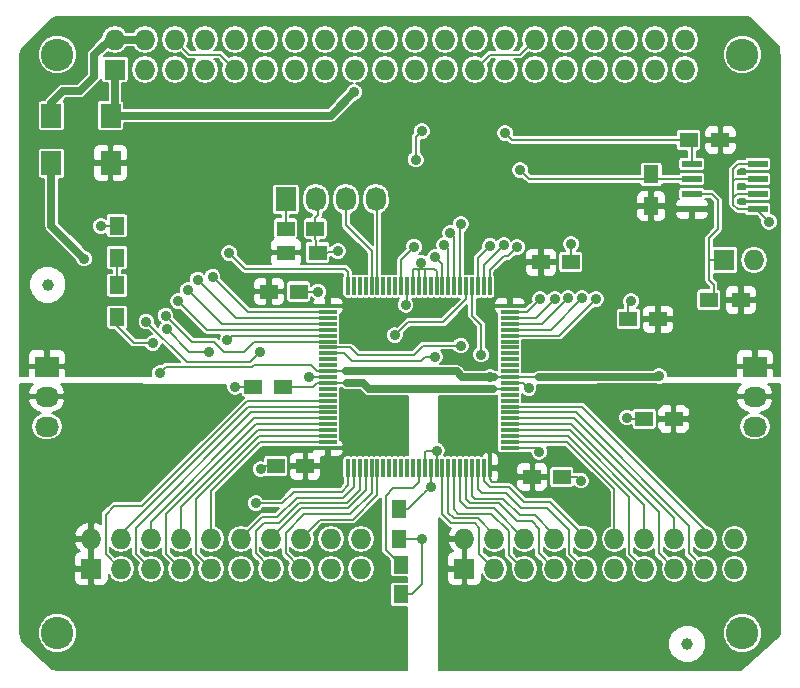
<source format=gbr>
G04 #@! TF.FileFunction,Copper,L1,Top,Signal*
%FSLAX46Y46*%
G04 Gerber Fmt 4.6, Leading zero omitted, Abs format (unit mm)*
G04 Created by KiCad (PCBNEW 4.0.1-stable) date 5/21/2016 11:07:08 PM*
%MOMM*%
G01*
G04 APERTURE LIST*
%ADD10C,0.150000*%
%ADD11R,0.300000X1.500000*%
%ADD12R,1.500000X0.300000*%
%ADD13R,1.700000X2.000000*%
%ADD14R,2.032000X1.727200*%
%ADD15O,2.032000X1.727200*%
%ADD16R,1.727200X1.727200*%
%ADD17O,1.727200X1.727200*%
%ADD18R,1.500000X1.250000*%
%ADD19R,1.500000X1.300000*%
%ADD20R,1.300000X1.500000*%
%ADD21R,1.250000X1.500000*%
%ADD22C,1.000000*%
%ADD23C,2.750000*%
%ADD24R,1.651000X0.599440*%
%ADD25R,1.727200X2.032000*%
%ADD26O,1.727200X2.032000*%
%ADD27C,0.889000*%
%ADD28C,0.254000*%
%ADD29C,0.203200*%
%ADD30C,0.635000*%
G04 APERTURE END LIST*
D10*
D11*
X40098000Y-23105000D03*
X39598000Y-23105000D03*
X39098000Y-23105000D03*
X38598000Y-23105000D03*
X38098000Y-23105000D03*
X37598000Y-23105000D03*
X37098000Y-23105000D03*
X36598000Y-23105000D03*
X36098000Y-23105000D03*
X35598000Y-23105000D03*
X35098000Y-23105000D03*
X34598000Y-23105000D03*
X34098000Y-23105000D03*
X33598000Y-23105000D03*
X33098000Y-23105000D03*
X32598000Y-23105000D03*
X32098000Y-23105000D03*
X31598000Y-23105000D03*
X31098000Y-23105000D03*
X30598000Y-23105000D03*
X30098000Y-23105000D03*
X29598000Y-23105000D03*
X29098000Y-23105000D03*
X28598000Y-23105000D03*
X28098000Y-23105000D03*
D12*
X26398000Y-24805000D03*
X26398000Y-25305000D03*
X26398000Y-25805000D03*
X26398000Y-26305000D03*
X26398000Y-26805000D03*
X26398000Y-27305000D03*
X26398000Y-27805000D03*
X26398000Y-28305000D03*
X26398000Y-28805000D03*
X26398000Y-29305000D03*
X26398000Y-29805000D03*
X26398000Y-30305000D03*
X26398000Y-30805000D03*
X26398000Y-31305000D03*
X26398000Y-31805000D03*
X26398000Y-32305000D03*
X26398000Y-32805000D03*
X26398000Y-33305000D03*
X26398000Y-33805000D03*
X26398000Y-34305000D03*
X26398000Y-34805000D03*
X26398000Y-35305000D03*
X26398000Y-35805000D03*
X26398000Y-36305000D03*
X26398000Y-36805000D03*
D11*
X28098000Y-38505000D03*
X28598000Y-38505000D03*
X29098000Y-38505000D03*
X29598000Y-38505000D03*
X30098000Y-38505000D03*
X30598000Y-38505000D03*
X31098000Y-38505000D03*
X31598000Y-38505000D03*
X32098000Y-38505000D03*
X32598000Y-38505000D03*
X33098000Y-38505000D03*
X33598000Y-38505000D03*
X34098000Y-38505000D03*
X34598000Y-38505000D03*
X35098000Y-38505000D03*
X35598000Y-38505000D03*
X36098000Y-38505000D03*
X36598000Y-38505000D03*
X37098000Y-38505000D03*
X37598000Y-38505000D03*
X38098000Y-38505000D03*
X38598000Y-38505000D03*
X39098000Y-38505000D03*
X39598000Y-38505000D03*
X40098000Y-38505000D03*
D12*
X41798000Y-36805000D03*
X41798000Y-36305000D03*
X41798000Y-35805000D03*
X41798000Y-35305000D03*
X41798000Y-34805000D03*
X41798000Y-34305000D03*
X41798000Y-33805000D03*
X41798000Y-33305000D03*
X41798000Y-32805000D03*
X41798000Y-32305000D03*
X41798000Y-31805000D03*
X41798000Y-31305000D03*
X41798000Y-30805000D03*
X41798000Y-30305000D03*
X41798000Y-29805000D03*
X41798000Y-29305000D03*
X41798000Y-28805000D03*
X41798000Y-28305000D03*
X41798000Y-27805000D03*
X41798000Y-27305000D03*
X41798000Y-26805000D03*
X41798000Y-26305000D03*
X41798000Y-25805000D03*
X41798000Y-25305000D03*
X41798000Y-24805000D03*
D13*
X3000000Y-8700000D03*
X3000000Y-12700000D03*
X8001000Y-8668000D03*
X8001000Y-12668000D03*
D14*
X62546000Y-29916000D03*
D15*
X62546000Y-32456000D03*
X62546000Y-34996000D03*
D14*
X2602000Y-29916000D03*
D15*
X2602000Y-32456000D03*
X2602000Y-34996000D03*
D16*
X6361200Y-47035600D03*
D17*
X6361200Y-44495600D03*
X8901200Y-47035600D03*
X8901200Y-44495600D03*
X11441200Y-47035600D03*
X11441200Y-44495600D03*
X13981200Y-47035600D03*
X13981200Y-44495600D03*
X16521200Y-47035600D03*
X16521200Y-44495600D03*
X19061200Y-47035600D03*
X19061200Y-44495600D03*
X21601200Y-47035600D03*
X21601200Y-44495600D03*
X24141200Y-47035600D03*
X24141200Y-44495600D03*
X26681200Y-47035600D03*
X26681200Y-44495600D03*
X29221200Y-47035600D03*
X29221200Y-44495600D03*
D16*
X37958800Y-47035600D03*
D17*
X37958800Y-44495600D03*
X40498800Y-47035600D03*
X40498800Y-44495600D03*
X43038800Y-47035600D03*
X43038800Y-44495600D03*
X45578800Y-47035600D03*
X45578800Y-44495600D03*
X48118800Y-47035600D03*
X48118800Y-44495600D03*
X50658800Y-47035600D03*
X50658800Y-44495600D03*
X53198800Y-47035600D03*
X53198800Y-44495600D03*
X55738800Y-47035600D03*
X55738800Y-44495600D03*
X58278800Y-47035600D03*
X58278800Y-44495600D03*
X60818800Y-47035600D03*
X60818800Y-44495600D03*
D18*
X25315000Y-18232000D03*
X22815000Y-18232000D03*
X54336000Y-25908000D03*
X51836000Y-25908000D03*
X24491000Y-38354000D03*
X21991000Y-38354000D03*
D19*
X25542000Y-20264000D03*
X22842000Y-20264000D03*
D20*
X8545600Y-25728800D03*
X8545600Y-23028800D03*
X8545600Y-20699600D03*
X8545600Y-17999600D03*
D18*
X43719200Y-39263200D03*
X46219200Y-39263200D03*
X44470000Y-21082000D03*
X46970000Y-21082000D03*
X55668000Y-34361000D03*
X53168000Y-34361000D03*
D21*
X32447000Y-44501000D03*
X32447000Y-42001000D03*
X32574000Y-49200000D03*
X32574000Y-46700000D03*
D18*
X20086000Y-31623000D03*
X22586000Y-31623000D03*
X21418000Y-23566000D03*
X23918000Y-23566000D03*
D22*
X56834000Y-53396000D03*
X2667000Y-22987000D03*
D16*
X59942500Y-20899000D03*
D17*
X62482500Y-20899000D03*
D16*
X8370000Y-4770000D03*
D17*
X8370000Y-2230000D03*
X10910000Y-4770000D03*
X10910000Y-2230000D03*
X13450000Y-4770000D03*
X13450000Y-2230000D03*
X15990000Y-4770000D03*
X15990000Y-2230000D03*
X18530000Y-4770000D03*
X18530000Y-2230000D03*
X21070000Y-4770000D03*
X21070000Y-2230000D03*
X23610000Y-4770000D03*
X23610000Y-2230000D03*
X26150000Y-4770000D03*
X26150000Y-2230000D03*
X28690000Y-4770000D03*
X28690000Y-2230000D03*
X31230000Y-4770000D03*
X31230000Y-2230000D03*
X33770000Y-4770000D03*
X33770000Y-2230000D03*
X36310000Y-4770000D03*
X36310000Y-2230000D03*
X38850000Y-4770000D03*
X38850000Y-2230000D03*
X41390000Y-4770000D03*
X41390000Y-2230000D03*
X43930000Y-4770000D03*
X43930000Y-2230000D03*
X46470000Y-4770000D03*
X46470000Y-2230000D03*
X49010000Y-4770000D03*
X49010000Y-2230000D03*
X51550000Y-4770000D03*
X51550000Y-2230000D03*
X54090000Y-4770000D03*
X54090000Y-2230000D03*
X56630000Y-4770000D03*
X56630000Y-2230000D03*
D23*
X3500000Y-3500000D03*
X61500000Y-3500000D03*
X3500000Y-52500000D03*
X61500000Y-52500000D03*
D19*
X61356000Y-24264500D03*
X58656000Y-24264500D03*
D20*
X53783000Y-16343500D03*
X53783000Y-13643500D03*
D19*
X59641500Y-10739000D03*
X56941500Y-10739000D03*
D24*
X57212000Y-16581000D03*
X62800000Y-16581000D03*
X57212000Y-15311000D03*
X57212000Y-14041000D03*
X57212000Y-12771000D03*
X62800000Y-15311000D03*
X62800000Y-14041000D03*
X62800000Y-12771000D03*
D25*
X22834600Y-15748000D03*
D26*
X25374600Y-15748000D03*
X27914600Y-15748000D03*
X30454600Y-15748000D03*
D27*
X42670500Y-13279000D03*
X41400500Y-10167500D03*
X20701000Y-38608000D03*
X18542000Y-31623000D03*
X35622000Y-37028000D03*
X47814000Y-39568000D03*
X43394400Y-31744800D03*
X63752500Y-17660500D03*
X24827000Y-30805000D03*
X7174000Y-18028800D03*
X51751000Y-34234000D03*
X25589000Y-23566000D03*
X34301200Y-21127600D03*
X46990000Y-19558000D03*
X52070000Y-24384000D03*
X34352000Y-44501000D03*
X28637000Y-6675000D03*
X35495000Y-20645000D03*
X36257000Y-19629000D03*
X36765000Y-18613000D03*
X37654000Y-17851000D03*
X15365500Y-22550000D03*
X18034000Y-20320000D03*
X27240000Y-20137000D03*
X32980400Y-24683600D03*
X13716000Y-24384000D03*
X14540000Y-23439000D03*
X16635500Y-22296000D03*
X37654000Y-28138000D03*
X34352000Y-9977000D03*
X33844000Y-12390000D03*
X33717000Y-19756000D03*
X40130500Y-19692500D03*
X35469600Y-29103200D03*
X42416500Y-19819500D03*
X41273500Y-19629000D03*
X44385000Y-24201000D03*
X46734500Y-24137500D03*
X45591500Y-24201000D03*
X47941000Y-24137500D03*
X11034800Y-26106000D03*
X32066000Y-27274400D03*
X20636000Y-28646000D03*
X12762000Y-26766400D03*
X16318000Y-28696800D03*
X39381200Y-28900000D03*
X12660400Y-25598000D03*
X49084000Y-24201000D03*
X5777000Y-20772000D03*
X12152400Y-30474800D03*
X54468800Y-30728800D03*
X40132000Y-30805000D03*
X35098000Y-40092000D03*
X20280400Y-41498400D03*
X44308800Y-37129600D03*
X17892800Y-27680800D03*
X11593600Y-27934800D03*
D28*
X41390000Y-2230000D02*
X41390000Y-2280400D01*
X41390000Y-2230000D02*
X41390000Y-2274000D01*
D29*
X53783000Y-14041000D02*
X57212000Y-14041000D01*
X43432500Y-14041000D02*
X53783000Y-14041000D01*
X42670500Y-13279000D02*
X43432500Y-14041000D01*
D28*
X40981400Y-5178600D02*
X41390000Y-4770000D01*
D29*
X57212000Y-12771000D02*
X57212000Y-10866000D01*
X41400500Y-10167500D02*
X41972000Y-10739000D01*
X57212000Y-10866000D02*
X57339000Y-10739000D01*
X41972000Y-10739000D02*
X57339000Y-10739000D01*
X57212000Y-15311000D02*
X58926500Y-15311000D01*
X58672500Y-19057500D02*
X58672500Y-20899000D01*
X59434500Y-18295500D02*
X58672500Y-19057500D01*
X59434500Y-15819000D02*
X59434500Y-18295500D01*
X58926500Y-15311000D02*
X59434500Y-15819000D01*
X58672500Y-22613500D02*
X58672500Y-20899000D01*
X59053500Y-24264500D02*
X59053500Y-22994500D01*
X59053500Y-22994500D02*
X58672500Y-22613500D01*
X59942500Y-20899000D02*
X58672500Y-20899000D01*
X21991000Y-38354000D02*
X20955000Y-38354000D01*
X20955000Y-38354000D02*
X20701000Y-38608000D01*
X20086000Y-31623000D02*
X18542000Y-31623000D01*
X34352000Y-44501000D02*
X32447000Y-44501000D01*
X33483000Y-49200000D02*
X32574000Y-49200000D01*
X34352000Y-48331000D02*
X33483000Y-49200000D01*
X34352000Y-44501000D02*
X34352000Y-48331000D01*
X38850000Y-4770000D02*
X38860500Y-4770000D01*
X38860500Y-4770000D02*
X40130500Y-3500000D01*
X42660000Y-3500000D02*
X43930000Y-2230000D01*
X40130500Y-3500000D02*
X42660000Y-3500000D01*
X38850000Y-4770000D02*
X38850000Y-4696000D01*
X38850000Y-4770000D02*
X39114500Y-4770000D01*
X13450000Y-2230000D02*
X13450000Y-2283000D01*
X13450000Y-2283000D02*
X14667000Y-3500000D01*
X14667000Y-3500000D02*
X17260000Y-3500000D01*
X17260000Y-3500000D02*
X18530000Y-4770000D01*
X35598000Y-37052000D02*
X35622000Y-37028000D01*
X35598000Y-37052000D02*
X35598000Y-38505000D01*
X34717000Y-37028000D02*
X35622000Y-37028000D01*
X34717000Y-37028000D02*
X35622000Y-37028000D01*
X34598000Y-37147000D02*
X34717000Y-37028000D01*
X22871200Y-18288200D02*
X22815000Y-18232000D01*
X46219200Y-39263200D02*
X47509200Y-39263200D01*
X47509200Y-39263200D02*
X47814000Y-39568000D01*
X34098000Y-21788000D02*
X33971000Y-21661000D01*
X33971000Y-21661000D02*
X33590000Y-21661000D01*
X34098000Y-23105000D02*
X34098000Y-21788000D01*
X33598000Y-21669000D02*
X33598000Y-23105000D01*
X33598000Y-21669000D02*
X33590000Y-21661000D01*
X42954600Y-31305000D02*
X41798000Y-31305000D01*
X42954600Y-31305000D02*
X43394400Y-31744800D01*
X62800000Y-16581000D02*
X62800000Y-16708000D01*
X62800000Y-16708000D02*
X63752500Y-17660500D01*
X62800000Y-15311000D02*
X61022000Y-15311000D01*
X61022000Y-15311000D02*
X60704500Y-15628500D01*
X62800000Y-14041000D02*
X60895000Y-14041000D01*
X60895000Y-14041000D02*
X60704500Y-14231500D01*
X62800000Y-16581000D02*
X61085500Y-16581000D01*
X61149000Y-12771000D02*
X62800000Y-12771000D01*
X60704500Y-13215500D02*
X61149000Y-12771000D01*
X60704500Y-16200000D02*
X60704500Y-15628500D01*
X60704500Y-15628500D02*
X60704500Y-14231500D01*
X60704500Y-14231500D02*
X60704500Y-13215500D01*
X61085500Y-16581000D02*
X60704500Y-16200000D01*
X26398000Y-30805000D02*
X24827000Y-30805000D01*
X7203200Y-17999600D02*
X7174000Y-18028800D01*
X8545600Y-17999600D02*
X7203200Y-17999600D01*
X51878000Y-34361000D02*
X51751000Y-34234000D01*
X53168000Y-34361000D02*
X51878000Y-34361000D01*
X34598000Y-38505000D02*
X34598000Y-37147000D01*
X23918000Y-23566000D02*
X25589000Y-23566000D01*
X22815000Y-18232000D02*
X22815000Y-17653200D01*
X22815000Y-18232000D02*
X22815000Y-15849800D01*
X35598000Y-23105000D02*
X35598000Y-21865600D01*
X34598000Y-21729200D02*
X34529800Y-21661000D01*
X34598000Y-23105000D02*
X34598000Y-21729200D01*
X34529800Y-21661000D02*
X34301200Y-21661000D01*
X34301200Y-21661000D02*
X33590000Y-21661000D01*
X34290000Y-21661000D02*
X33590000Y-21661000D01*
X35393400Y-21661000D02*
X34290000Y-21661000D01*
X35598000Y-21865600D02*
X35393400Y-21661000D01*
X34290000Y-21138800D02*
X34301200Y-21127600D01*
X34301200Y-21127600D02*
X34301200Y-21661000D01*
X34290000Y-21661000D02*
X34290000Y-21138800D01*
X46970000Y-19578000D02*
X46990000Y-19558000D01*
X46970000Y-21082000D02*
X46970000Y-19578000D01*
X51836000Y-24618000D02*
X52070000Y-24384000D01*
X51836000Y-25908000D02*
X51836000Y-24618000D01*
X32447000Y-44501000D02*
X34352000Y-44501000D01*
X23049000Y-16530200D02*
X23049000Y-15615800D01*
X22815000Y-15849800D02*
X23049000Y-15615800D01*
D30*
X8370000Y-2230000D02*
X10910000Y-2230000D01*
X7930000Y-2230000D02*
X6604000Y-3556000D01*
X8370000Y-2230000D02*
X7930000Y-2230000D01*
X5400000Y-6600000D02*
X6604000Y-5396000D01*
X6604000Y-5396000D02*
X6604000Y-3556000D01*
X4000000Y-6600000D02*
X5400000Y-6600000D01*
X3000000Y-7600000D02*
X4000000Y-6600000D01*
X3000000Y-9049000D02*
X3000000Y-7600000D01*
X8001000Y-8668000D02*
X26644000Y-8668000D01*
X26644000Y-8668000D02*
X28637000Y-6675000D01*
X8370000Y-8648000D02*
X8001000Y-9017000D01*
X8370000Y-4770000D02*
X8370000Y-8648000D01*
D29*
X36098000Y-23105000D02*
X36098000Y-21248000D01*
X36098000Y-21248000D02*
X35495000Y-20645000D01*
X36598000Y-23105000D02*
X36598000Y-19970000D01*
X36598000Y-19970000D02*
X36257000Y-19629000D01*
X37098000Y-23105000D02*
X37098000Y-18946000D01*
X37098000Y-18946000D02*
X36765000Y-18613000D01*
X37598000Y-17907000D02*
X37598000Y-23105000D01*
X37654000Y-17851000D02*
X37598000Y-17907000D01*
X26398000Y-25805000D02*
X18620500Y-25805000D01*
X18620500Y-25805000D02*
X15365500Y-22550000D01*
X28098000Y-23105000D02*
X28098000Y-21884000D01*
X28098000Y-21884000D02*
X27849600Y-21635600D01*
X23114000Y-21635600D02*
X27849600Y-21635600D01*
X19349600Y-21635600D02*
X18034000Y-20320000D01*
X23114000Y-21635600D02*
X19349600Y-21635600D01*
X25542000Y-20264000D02*
X25491200Y-20133200D01*
X25391200Y-20113200D02*
X25542000Y-20264000D01*
X27189200Y-20187800D02*
X27240000Y-20137000D01*
X32980400Y-24683600D02*
X33098000Y-24566000D01*
X33098000Y-24566000D02*
X33098000Y-23105000D01*
X25542000Y-20264000D02*
X27189200Y-20187800D01*
X25411200Y-18328200D02*
X25315000Y-18232000D01*
X25315000Y-18232000D02*
X25391200Y-20113200D01*
X25315000Y-17363000D02*
X25589000Y-17089000D01*
X25315000Y-18232000D02*
X25315000Y-17363000D01*
X25589000Y-16174600D02*
X25589000Y-15615800D01*
X25589000Y-17089000D02*
X25589000Y-15615800D01*
X16137000Y-26805000D02*
X13716000Y-24384000D01*
X26398000Y-26805000D02*
X16137000Y-26805000D01*
X26398000Y-26305000D02*
X17406000Y-26305000D01*
X17406000Y-26305000D02*
X14540000Y-23439000D01*
X16635500Y-22296000D02*
X19644500Y-25305000D01*
X19644500Y-25305000D02*
X26398000Y-25305000D01*
X27914600Y-15748000D02*
X27914600Y-17957800D01*
X30098000Y-20141200D02*
X30098000Y-23105000D01*
X27914600Y-17957800D02*
X30098000Y-20141200D01*
X30598000Y-23105000D02*
X30598000Y-15891400D01*
X30598000Y-15891400D02*
X30454600Y-15748000D01*
X26398000Y-28305000D02*
X27813000Y-28305000D01*
X28305000Y-28305000D02*
X28956000Y-28956000D01*
X28956000Y-28956000D02*
X33655000Y-28956000D01*
X33655000Y-28956000D02*
X34473000Y-28138000D01*
X34473000Y-28138000D02*
X37654000Y-28138000D01*
X27813000Y-28305000D02*
X28305000Y-28305000D01*
X34352000Y-9977000D02*
X33844000Y-10485000D01*
X33844000Y-10485000D02*
X33844000Y-12390000D01*
X33717000Y-19756000D02*
X32598000Y-20875000D01*
X32598000Y-20875000D02*
X32598000Y-23105000D01*
X39098000Y-23105000D02*
X39098000Y-20725000D01*
X39098000Y-20725000D02*
X40130500Y-19692500D01*
X27789000Y-28805000D02*
X26398000Y-28805000D01*
X34650800Y-29103200D02*
X34290000Y-29464000D01*
X34290000Y-29464000D02*
X28448000Y-29464000D01*
X28448000Y-29464000D02*
X27789000Y-28805000D01*
X35469600Y-29103200D02*
X34650800Y-29103200D01*
X40098000Y-23105000D02*
X40098000Y-21757000D01*
X41654500Y-20581500D02*
X42416500Y-19819500D01*
X41273500Y-20581500D02*
X41654500Y-20581500D01*
X40098000Y-21757000D02*
X41273500Y-20581500D01*
X39598000Y-23105000D02*
X39598000Y-21304500D01*
X39598000Y-21304500D02*
X41273500Y-19629000D01*
X41798000Y-25305000D02*
X43281000Y-25305000D01*
X43281000Y-25305000D02*
X44385000Y-24201000D01*
X41798000Y-26305000D02*
X44567000Y-26305000D01*
X44567000Y-26305000D02*
X46734500Y-24137500D01*
X41798000Y-25805000D02*
X43987500Y-25805000D01*
X43987500Y-25805000D02*
X45591500Y-24201000D01*
X41798000Y-26805000D02*
X45273500Y-26805000D01*
X45273500Y-26805000D02*
X47941000Y-24137500D01*
X36180800Y-26156800D02*
X33183600Y-26156800D01*
X33183600Y-26156800D02*
X32066000Y-27274400D01*
X14438400Y-29509600D02*
X11034800Y-26106000D01*
X19772400Y-29509600D02*
X20636000Y-28646000D01*
X14438400Y-29509600D02*
X19772400Y-29509600D01*
X38098000Y-24239600D02*
X36180800Y-26156800D01*
X38098000Y-23105000D02*
X38098000Y-24239600D01*
X12762000Y-26766400D02*
X14641600Y-28646000D01*
X14641600Y-28646000D02*
X12762000Y-26766400D01*
X16318000Y-28696800D02*
X16267200Y-28646000D01*
X16267200Y-28646000D02*
X14641600Y-28646000D01*
X39381200Y-26427200D02*
X38598000Y-25644000D01*
X38598000Y-25644000D02*
X38598000Y-23105000D01*
X39381200Y-28900000D02*
X39381200Y-26427200D01*
X12660400Y-25598000D02*
X14867400Y-27805000D01*
X14867400Y-27805000D02*
X16797800Y-27805000D01*
X19264400Y-28646000D02*
X17638800Y-28646000D01*
X17638800Y-28646000D02*
X16797800Y-27805000D01*
X20105400Y-27805000D02*
X19264400Y-28646000D01*
X26398000Y-27805000D02*
X20105400Y-27805000D01*
X41798000Y-27305000D02*
X45980000Y-27305000D01*
X45980000Y-27305000D02*
X49084000Y-24201000D01*
X35098000Y-40092000D02*
X34544000Y-40646000D01*
X33183000Y-42001000D02*
X34544000Y-40640000D01*
X34544000Y-40640000D02*
X34544000Y-40646000D01*
X32447000Y-42001000D02*
X33183000Y-42001000D01*
D30*
X3000000Y-12700000D02*
X3000000Y-17995000D01*
X3048000Y-12399000D02*
X3000000Y-12351000D01*
D28*
X3048000Y-12399000D02*
X3000000Y-12351000D01*
D30*
X3000000Y-17995000D02*
X5777000Y-20772000D01*
D29*
X26398000Y-30305000D02*
X27951200Y-30305000D01*
X40498800Y-30805000D02*
X41798000Y-30805000D01*
X25495400Y-30305000D02*
X25208000Y-30017600D01*
X41798000Y-30805000D02*
X44308800Y-30805000D01*
D30*
X44308800Y-30805000D02*
X54468800Y-30805000D01*
X37298400Y-30322400D02*
X27951200Y-30322400D01*
X27951200Y-30322400D02*
X27951200Y-30305000D01*
X37781000Y-30805000D02*
X37298400Y-30322400D01*
X40498800Y-30805000D02*
X37781000Y-30805000D01*
D29*
X25495400Y-30305000D02*
X25208000Y-30017600D01*
X26398000Y-30305000D02*
X25495400Y-30305000D01*
D30*
X54468800Y-30728800D02*
X54468800Y-30805000D01*
D29*
X20128000Y-29789000D02*
X20000998Y-29916002D01*
X20000998Y-29916002D02*
X12711198Y-29916002D01*
X12711198Y-29916002D02*
X12152400Y-30474800D01*
X24979400Y-29789000D02*
X25208000Y-30017600D01*
X20128000Y-29789000D02*
X24979400Y-29789000D01*
X40132000Y-30734000D02*
X40132000Y-30805000D01*
X35098000Y-38505000D02*
X35098000Y-40092000D01*
X40098000Y-39471998D02*
X40295602Y-39669600D01*
X40295602Y-39669600D02*
X41464000Y-39669600D01*
X40098000Y-38505000D02*
X40098000Y-39471998D01*
X8901200Y-44063800D02*
X8901200Y-44495600D01*
X19660000Y-33305000D02*
X8901200Y-44063800D01*
X26398000Y-33305000D02*
X19660000Y-33305000D01*
X8901200Y-47035600D02*
X8799600Y-47035600D01*
X8799600Y-47035600D02*
X7580400Y-45816400D01*
X7580400Y-45816400D02*
X7580400Y-42463600D01*
X19585260Y-32805000D02*
X10663260Y-41727000D01*
X10663260Y-41727000D02*
X8317000Y-41727000D01*
X8317000Y-41727000D02*
X7580400Y-42463600D01*
X26398000Y-32805000D02*
X19585260Y-32805000D01*
X20184000Y-34305000D02*
X11441200Y-43047800D01*
X11441200Y-43047800D02*
X11441200Y-44495600D01*
X26398000Y-34305000D02*
X20184000Y-34305000D01*
X10171200Y-45765600D02*
X11441200Y-47035600D01*
X19922000Y-33805000D02*
X10171200Y-43555800D01*
X10171200Y-43555800D02*
X10171200Y-45765600D01*
X26398000Y-33805000D02*
X19922000Y-33805000D01*
X20454000Y-35305000D02*
X13981200Y-41777800D01*
X13981200Y-41777800D02*
X13981200Y-44495600D01*
X26398000Y-35305000D02*
X20454000Y-35305000D01*
X12711200Y-45765600D02*
X13981200Y-47035600D01*
X20319000Y-34805000D02*
X12711200Y-42412800D01*
X12711200Y-42412800D02*
X12711200Y-45765600D01*
X26398000Y-34805000D02*
X20319000Y-34805000D01*
X16521200Y-40431600D02*
X16521200Y-44495600D01*
X26398000Y-36305000D02*
X20647800Y-36305000D01*
X20647800Y-36305000D02*
X16521200Y-40431600D01*
X15251200Y-45765600D02*
X16521200Y-47035600D01*
X26398000Y-35805000D02*
X20573060Y-35805000D01*
X15251200Y-41126860D02*
X20573060Y-35805000D01*
X15251200Y-45765600D02*
X15251200Y-41126860D01*
X28098000Y-38505000D02*
X28049000Y-38505000D01*
X22509600Y-41498400D02*
X23495000Y-40513000D01*
X23495000Y-40513000D02*
X27559000Y-40513000D01*
X27559000Y-40513000D02*
X28098000Y-39974000D01*
X28098000Y-39974000D02*
X28098000Y-38505000D01*
X20280400Y-41498400D02*
X22509600Y-41498400D01*
X19061200Y-44292400D02*
X19061200Y-44495600D01*
X19061200Y-44495600D02*
X19061200Y-44140000D01*
X20828000Y-42672000D02*
X22098000Y-42672000D01*
X22098000Y-42672000D02*
X23749000Y-41021000D01*
X23749000Y-41021000D02*
X27686000Y-41021000D01*
X27686000Y-41021000D02*
X28598000Y-40109000D01*
X28598000Y-40109000D02*
X28598000Y-38505000D01*
X19061200Y-44438800D02*
X20828000Y-42672000D01*
X19061200Y-44495600D02*
X19061200Y-44438800D01*
X20280400Y-45714800D02*
X21601200Y-47035600D01*
X20280400Y-45714800D02*
X20280400Y-44450000D01*
X20280400Y-43854600D02*
X20955000Y-43180000D01*
X20955000Y-43180000D02*
X22225000Y-43180000D01*
X22225000Y-43180000D02*
X23957170Y-41447830D01*
X23957170Y-41447830D02*
X27985830Y-41447830D01*
X27985830Y-41447830D02*
X29098000Y-40335660D01*
X29098000Y-40335660D02*
X29098000Y-38505000D01*
X20280400Y-44450000D02*
X20280400Y-43854600D01*
X21601200Y-43632000D02*
X21601200Y-44495600D01*
X29598000Y-38505000D02*
X29598000Y-40410400D01*
X21601200Y-44495600D02*
X21601200Y-44311800D01*
X29598000Y-40410400D02*
X29598000Y-38505000D01*
X24130000Y-41910000D02*
X28098400Y-41910000D01*
X28098400Y-41910000D02*
X29598000Y-40410400D01*
X21601200Y-44438800D02*
X24130000Y-41910000D01*
X21601200Y-44495600D02*
X21601200Y-44438800D01*
X22820400Y-45714800D02*
X24141200Y-47035600D01*
X30098000Y-38505000D02*
X30098000Y-40621600D01*
X22820400Y-44450000D02*
X22820400Y-45714800D01*
X30098000Y-40621600D02*
X30098000Y-38505000D01*
X22820400Y-43981600D02*
X24384000Y-42418000D01*
X24384000Y-42418000D02*
X28301600Y-42418000D01*
X28301600Y-42418000D02*
X30098000Y-40621600D01*
X22820400Y-44450000D02*
X22820400Y-43981600D01*
X30598000Y-40782000D02*
X28510000Y-42870000D01*
X28510000Y-42870000D02*
X25766800Y-42870000D01*
X25766800Y-42870000D02*
X24141200Y-44495600D01*
X30598000Y-38505000D02*
X30598000Y-40782000D01*
X36098000Y-38505000D02*
X36098000Y-42431600D01*
X36098000Y-42431600D02*
X36841200Y-43174800D01*
X36841200Y-43174800D02*
X38822400Y-43174800D01*
X38822400Y-43174800D02*
X39228800Y-43581200D01*
X40498800Y-47035600D02*
X40498800Y-46680000D01*
X39228800Y-45765600D02*
X39228800Y-43581200D01*
X40498800Y-47035600D02*
X39228800Y-45765600D01*
X36598000Y-38505000D02*
X36598000Y-42321998D01*
X36598000Y-42321998D02*
X37044400Y-42768398D01*
X40498800Y-44495600D02*
X40498800Y-44089200D01*
X40498800Y-44140000D02*
X40498800Y-44495600D01*
X37044400Y-42768398D02*
X39127198Y-42768398D01*
X39127198Y-42768398D02*
X40498800Y-44140000D01*
X42429200Y-43022400D02*
X43648400Y-43022400D01*
X40905198Y-41498398D02*
X42429200Y-43022400D01*
X38098000Y-41129600D02*
X38466798Y-41498398D01*
X38466798Y-41498398D02*
X40905198Y-41498398D01*
X38098000Y-38505000D02*
X38098000Y-41129600D01*
X44258000Y-43632000D02*
X44258000Y-45714800D01*
X44258000Y-45714800D02*
X45578800Y-47035600D01*
X44258000Y-43632000D02*
X44258000Y-45714800D01*
X43648400Y-43022400D02*
X44258000Y-43632000D01*
X38598000Y-38505000D02*
X38598000Y-40867600D01*
X38598000Y-40867600D02*
X38822396Y-41091996D01*
X38822396Y-41091996D02*
X41209996Y-41091996D01*
X41209996Y-41091996D02*
X42632400Y-42514400D01*
X42632400Y-42514400D02*
X43953200Y-42514400D01*
X45578800Y-44495600D02*
X45578800Y-44378060D01*
X45578800Y-44140000D02*
X45578800Y-44495600D01*
X43953200Y-42514400D02*
X45578800Y-44140000D01*
X39098000Y-38505000D02*
X39098000Y-40250000D01*
X39098000Y-40250000D02*
X39482800Y-40634800D01*
X39482800Y-40634800D02*
X41514800Y-40634800D01*
X41514800Y-40634800D02*
X42741970Y-41861970D01*
X42741970Y-41861970D02*
X44977170Y-41861970D01*
X44977170Y-41861970D02*
X46848800Y-43733600D01*
X46848800Y-43733600D02*
X46848800Y-45765600D01*
X46848800Y-45765600D02*
X48118800Y-47035600D01*
X39598000Y-38505000D02*
X39598000Y-39632400D01*
X39598000Y-39632400D02*
X40092400Y-40126800D01*
X40092400Y-40126800D02*
X41768800Y-40126800D01*
X41768800Y-40126800D02*
X42988000Y-41346000D01*
X42988000Y-41346000D02*
X45172400Y-41346000D01*
X48118800Y-44292400D02*
X48118800Y-44495600D01*
X45172400Y-41346000D02*
X48118800Y-44292400D01*
X41798000Y-36805000D02*
X43984200Y-36805000D01*
X43984200Y-36805000D02*
X44308800Y-37129600D01*
X50658800Y-47035600D02*
X50608000Y-47035600D01*
X41798000Y-36305000D02*
X46668660Y-36305000D01*
X46668660Y-36305000D02*
X50658800Y-40295140D01*
X50658800Y-40295140D02*
X50658800Y-44495600D01*
X50658800Y-44495600D02*
X50658800Y-44190800D01*
X50658800Y-43936800D02*
X50658800Y-44495600D01*
X37098000Y-38505000D02*
X37098000Y-42009196D01*
X37098000Y-42009196D02*
X37450800Y-42361996D01*
X37450800Y-42361996D02*
X40244796Y-42361996D01*
X40244796Y-42361996D02*
X41718000Y-43835200D01*
X43038800Y-47035600D02*
X43038800Y-46984800D01*
X41718000Y-45867200D02*
X41718000Y-43835200D01*
X42886400Y-47035600D02*
X41718000Y-45867200D01*
X43038800Y-47035600D02*
X42886400Y-47035600D01*
X37598000Y-38505000D02*
X37598000Y-41290000D01*
X37598000Y-41290000D02*
X38212800Y-41904800D01*
X43038800Y-44495600D02*
X42988000Y-44495600D01*
X38212800Y-41904800D02*
X40448000Y-41904800D01*
X40448000Y-41904800D02*
X43038800Y-44495600D01*
X41798000Y-35805000D02*
X46743400Y-35805000D01*
X46743400Y-35805000D02*
X51928800Y-40990400D01*
X51928800Y-40990400D02*
X51928800Y-45765600D01*
X53198800Y-47035600D02*
X53198800Y-46984800D01*
X51928800Y-45765600D02*
X53198800Y-47035600D01*
X41798000Y-35305000D02*
X46887860Y-35305000D01*
X46887860Y-35305000D02*
X53198800Y-41615940D01*
X53198800Y-41615940D02*
X53198800Y-44495600D01*
X41798000Y-34805000D02*
X46962600Y-34805000D01*
X46962600Y-34805000D02*
X54418000Y-42260400D01*
X55738800Y-47035600D02*
X55688000Y-47035600D01*
X54418000Y-42260400D02*
X54418000Y-45714800D01*
X54418000Y-45714800D02*
X55738800Y-47035600D01*
X41798000Y-34305000D02*
X47275400Y-34305000D01*
X47275400Y-34305000D02*
X55738800Y-42768400D01*
X55738800Y-42768400D02*
X55738800Y-44495600D01*
X55738800Y-44495600D02*
X55637200Y-44495600D01*
X55738800Y-43682800D02*
X55738800Y-44495600D01*
X41798000Y-33805000D02*
X47385000Y-33805000D01*
X47385000Y-33805000D02*
X56958000Y-43378000D01*
X58278800Y-47035600D02*
X58228000Y-47035600D01*
X56958000Y-43378000D02*
X56958000Y-45714800D01*
X56958000Y-45714800D02*
X58278800Y-47035600D01*
X47901000Y-33305000D02*
X41798000Y-33305000D01*
X58278800Y-44495600D02*
X58126400Y-44495600D01*
X58278800Y-43682800D02*
X47901000Y-33305000D01*
X58278800Y-44495600D02*
X58278800Y-43682800D01*
X8545600Y-23028800D02*
X8545600Y-20699600D01*
X31939000Y-40203000D02*
X31304000Y-40838000D01*
X31304000Y-40838000D02*
X31304000Y-45430000D01*
X31304000Y-45430000D02*
X32574000Y-46700000D01*
X33590000Y-40203000D02*
X31939000Y-40203000D01*
X34098000Y-39695000D02*
X33590000Y-40203000D01*
X34098000Y-38505000D02*
X34098000Y-39695000D01*
X8545600Y-26461600D02*
X8545600Y-25728800D01*
X18268600Y-27305000D02*
X17892800Y-27680800D01*
X11593600Y-27934800D02*
X11542800Y-27884000D01*
X11542800Y-27884000D02*
X9968000Y-27884000D01*
X9968000Y-27884000D02*
X8545600Y-26461600D01*
X26398000Y-27305000D02*
X18268600Y-27305000D01*
X26398000Y-31305000D02*
X25464000Y-31305000D01*
X25146000Y-31623000D02*
X22586000Y-31623000D01*
X25464000Y-31305000D02*
X25146000Y-31623000D01*
X41798000Y-31805000D02*
X40397200Y-31805000D01*
X28002000Y-31305000D02*
X26398000Y-31305000D01*
X29391000Y-31305000D02*
X28002000Y-31305000D01*
D30*
X29881600Y-31795600D02*
X40397200Y-31795600D01*
X40397200Y-31795600D02*
X40397200Y-31805000D01*
X29391000Y-31305000D02*
X29881600Y-31795600D01*
X28002000Y-31305000D02*
X29391000Y-31305000D01*
D29*
G36*
X62111729Y-415413D02*
X64584048Y-2887732D01*
X64645200Y-4009661D01*
X64645200Y-30703400D01*
X64171600Y-30703400D01*
X64171600Y-30220800D01*
X64019200Y-30068400D01*
X62698400Y-30068400D01*
X62698400Y-30088400D01*
X62393600Y-30088400D01*
X62393600Y-30068400D01*
X61072800Y-30068400D01*
X60920400Y-30220800D01*
X60920400Y-30703400D01*
X55218123Y-30703400D01*
X55218230Y-30580409D01*
X55104396Y-30304910D01*
X54893799Y-30093944D01*
X54618499Y-29979630D01*
X54320409Y-29979370D01*
X54044910Y-30093204D01*
X53955257Y-30182700D01*
X44308800Y-30182700D01*
X44070656Y-30230070D01*
X43868767Y-30364967D01*
X43846294Y-30398600D01*
X42858771Y-30398600D01*
X42858771Y-30155000D01*
X42839264Y-30051328D01*
X42858771Y-29955000D01*
X42858771Y-29655000D01*
X42839264Y-29551328D01*
X42858771Y-29455000D01*
X42858771Y-29155000D01*
X42839264Y-29051328D01*
X42858771Y-28955000D01*
X42858771Y-28931143D01*
X60920400Y-28931143D01*
X60920400Y-29611200D01*
X61072800Y-29763600D01*
X62393600Y-29763600D01*
X62393600Y-28595200D01*
X62698400Y-28595200D01*
X62698400Y-29763600D01*
X64019200Y-29763600D01*
X64171600Y-29611200D01*
X64171600Y-28931143D01*
X64078794Y-28707089D01*
X63907311Y-28535606D01*
X63683257Y-28442800D01*
X62850800Y-28442800D01*
X62698400Y-28595200D01*
X62393600Y-28595200D01*
X62241200Y-28442800D01*
X61408743Y-28442800D01*
X61184689Y-28535606D01*
X61013206Y-28707089D01*
X60920400Y-28931143D01*
X42858771Y-28931143D01*
X42858771Y-28655000D01*
X42839264Y-28551328D01*
X42858771Y-28455000D01*
X42858771Y-28155000D01*
X42839264Y-28051328D01*
X42858771Y-27955000D01*
X42858771Y-27711400D01*
X45980000Y-27711400D01*
X46135523Y-27680465D01*
X46267368Y-27592368D01*
X48576736Y-25283000D01*
X50775229Y-25283000D01*
X50775229Y-26533000D01*
X50796482Y-26645952D01*
X50863237Y-26749692D01*
X50965093Y-26819287D01*
X51086000Y-26843771D01*
X52586000Y-26843771D01*
X52698952Y-26822518D01*
X52802692Y-26755763D01*
X52872287Y-26653907D01*
X52896771Y-26533000D01*
X52896771Y-26212800D01*
X52976400Y-26212800D01*
X52976400Y-26654257D01*
X53069206Y-26878311D01*
X53240689Y-27049794D01*
X53464743Y-27142600D01*
X54031200Y-27142600D01*
X54183600Y-26990200D01*
X54183600Y-26060400D01*
X54488400Y-26060400D01*
X54488400Y-26990200D01*
X54640800Y-27142600D01*
X55207257Y-27142600D01*
X55431311Y-27049794D01*
X55602794Y-26878311D01*
X55695600Y-26654257D01*
X55695600Y-26212800D01*
X55543200Y-26060400D01*
X54488400Y-26060400D01*
X54183600Y-26060400D01*
X53128800Y-26060400D01*
X52976400Y-26212800D01*
X52896771Y-26212800D01*
X52896771Y-25283000D01*
X52875518Y-25170048D01*
X52870174Y-25161743D01*
X52976400Y-25161743D01*
X52976400Y-25603200D01*
X53128800Y-25755600D01*
X54183600Y-25755600D01*
X54183600Y-24825800D01*
X54488400Y-24825800D01*
X54488400Y-25755600D01*
X55543200Y-25755600D01*
X55695600Y-25603200D01*
X55695600Y-25161743D01*
X55602794Y-24937689D01*
X55431311Y-24766206D01*
X55207257Y-24673400D01*
X54640800Y-24673400D01*
X54488400Y-24825800D01*
X54183600Y-24825800D01*
X54031200Y-24673400D01*
X53464743Y-24673400D01*
X53240689Y-24766206D01*
X53069206Y-24937689D01*
X52976400Y-25161743D01*
X52870174Y-25161743D01*
X52808763Y-25066308D01*
X52706907Y-24996713D01*
X52586000Y-24972229D01*
X52541340Y-24972229D01*
X52704856Y-24808999D01*
X52819170Y-24533699D01*
X52819430Y-24235609D01*
X52705596Y-23960110D01*
X52494999Y-23749144D01*
X52219699Y-23634830D01*
X51921609Y-23634570D01*
X51646110Y-23748404D01*
X51435144Y-23959001D01*
X51320830Y-24234301D01*
X51320570Y-24532391D01*
X51429600Y-24796263D01*
X51429600Y-24972229D01*
X51086000Y-24972229D01*
X50973048Y-24993482D01*
X50869308Y-25060237D01*
X50799713Y-25162093D01*
X50775229Y-25283000D01*
X48576736Y-25283000D01*
X48916823Y-24942913D01*
X48934301Y-24950170D01*
X49232391Y-24950430D01*
X49507890Y-24836596D01*
X49718856Y-24625999D01*
X49833170Y-24350699D01*
X49833430Y-24052609D01*
X49719596Y-23777110D01*
X49508999Y-23566144D01*
X49233699Y-23451830D01*
X48935609Y-23451570D01*
X48660110Y-23565404D01*
X48544177Y-23681134D01*
X48365999Y-23502644D01*
X48090699Y-23388330D01*
X47792609Y-23388070D01*
X47517110Y-23501904D01*
X47337621Y-23681079D01*
X47159499Y-23502644D01*
X46884199Y-23388330D01*
X46586109Y-23388070D01*
X46310610Y-23501904D01*
X46131177Y-23681023D01*
X46016499Y-23566144D01*
X45741199Y-23451830D01*
X45443109Y-23451570D01*
X45167610Y-23565404D01*
X44988121Y-23744579D01*
X44809999Y-23566144D01*
X44534699Y-23451830D01*
X44236609Y-23451570D01*
X43961110Y-23565404D01*
X43750144Y-23776001D01*
X43635830Y-24051301D01*
X43635570Y-24349391D01*
X43643261Y-24368003D01*
X43112664Y-24898600D01*
X43023800Y-24898600D01*
X43005200Y-24880000D01*
X42685426Y-24880000D01*
X42668907Y-24868713D01*
X42548000Y-24844229D01*
X41048000Y-24844229D01*
X40935048Y-24865482D01*
X40912486Y-24880000D01*
X40590800Y-24880000D01*
X40438400Y-25032400D01*
X40438400Y-25076257D01*
X40531206Y-25300311D01*
X40702689Y-25471794D01*
X40743576Y-25488730D01*
X40756736Y-25558672D01*
X40737229Y-25655000D01*
X40737229Y-25955000D01*
X40756736Y-26058672D01*
X40737229Y-26155000D01*
X40737229Y-26455000D01*
X40756736Y-26558672D01*
X40737229Y-26655000D01*
X40737229Y-26955000D01*
X40756736Y-27058672D01*
X40737229Y-27155000D01*
X40737229Y-27455000D01*
X40756736Y-27558672D01*
X40737229Y-27655000D01*
X40737229Y-27955000D01*
X40756736Y-28058672D01*
X40737229Y-28155000D01*
X40737229Y-28455000D01*
X40756736Y-28558672D01*
X40737229Y-28655000D01*
X40737229Y-28955000D01*
X40756736Y-29058672D01*
X40737229Y-29155000D01*
X40737229Y-29455000D01*
X40756736Y-29558672D01*
X40737229Y-29655000D01*
X40737229Y-29955000D01*
X40756736Y-30058672D01*
X40737229Y-30155000D01*
X40737229Y-30230260D01*
X40736944Y-30230070D01*
X40587058Y-30200256D01*
X40556999Y-30170144D01*
X40281699Y-30055830D01*
X39983609Y-30055570D01*
X39708110Y-30169404D01*
X39694791Y-30182700D01*
X38038765Y-30182700D01*
X37738433Y-29882367D01*
X37536544Y-29747470D01*
X37298400Y-29700099D01*
X37298395Y-29700100D01*
X35932254Y-29700100D01*
X36104456Y-29528199D01*
X36218770Y-29252899D01*
X36219030Y-28954809D01*
X36105196Y-28679310D01*
X35970522Y-28544400D01*
X37011177Y-28544400D01*
X37018404Y-28561890D01*
X37229001Y-28772856D01*
X37504301Y-28887170D01*
X37802391Y-28887430D01*
X38077890Y-28773596D01*
X38288856Y-28562999D01*
X38403170Y-28287699D01*
X38403430Y-27989609D01*
X38289596Y-27714110D01*
X38078999Y-27503144D01*
X37803699Y-27388830D01*
X37505609Y-27388570D01*
X37230110Y-27502404D01*
X37019144Y-27713001D01*
X37011421Y-27731600D01*
X34473000Y-27731600D01*
X34317477Y-27762535D01*
X34215763Y-27830499D01*
X34185632Y-27850632D01*
X33486664Y-28549600D01*
X29124336Y-28549600D01*
X28592368Y-28017632D01*
X28550429Y-27989609D01*
X28460523Y-27929535D01*
X28305000Y-27898600D01*
X27458771Y-27898600D01*
X27458771Y-27655000D01*
X27439264Y-27551328D01*
X27458771Y-27455000D01*
X27458771Y-27155000D01*
X27439264Y-27051328D01*
X27458771Y-26955000D01*
X27458771Y-26655000D01*
X27439264Y-26551328D01*
X27458771Y-26455000D01*
X27458771Y-26155000D01*
X27439264Y-26051328D01*
X27458771Y-25955000D01*
X27458771Y-25655000D01*
X27439264Y-25551328D01*
X27451896Y-25488948D01*
X27493311Y-25471794D01*
X27664794Y-25300311D01*
X27757600Y-25076257D01*
X27757600Y-25032400D01*
X27605200Y-24880000D01*
X27285426Y-24880000D01*
X27268907Y-24868713D01*
X27148000Y-24844229D01*
X25648000Y-24844229D01*
X25535048Y-24865482D01*
X25512486Y-24880000D01*
X25190800Y-24880000D01*
X25172200Y-24898600D01*
X19812836Y-24898600D01*
X18785036Y-23870800D01*
X20058400Y-23870800D01*
X20058400Y-24312257D01*
X20151206Y-24536311D01*
X20322689Y-24707794D01*
X20546743Y-24800600D01*
X21113200Y-24800600D01*
X21265600Y-24648200D01*
X21265600Y-23718400D01*
X21570400Y-23718400D01*
X21570400Y-24648200D01*
X21722800Y-24800600D01*
X22289257Y-24800600D01*
X22513311Y-24707794D01*
X22684794Y-24536311D01*
X22777600Y-24312257D01*
X22777600Y-23870800D01*
X22625200Y-23718400D01*
X21570400Y-23718400D01*
X21265600Y-23718400D01*
X20210800Y-23718400D01*
X20058400Y-23870800D01*
X18785036Y-23870800D01*
X17733979Y-22819743D01*
X20058400Y-22819743D01*
X20058400Y-23261200D01*
X20210800Y-23413600D01*
X21265600Y-23413600D01*
X21265600Y-22483800D01*
X21570400Y-22483800D01*
X21570400Y-23413600D01*
X22625200Y-23413600D01*
X22777600Y-23261200D01*
X22777600Y-22941000D01*
X22857229Y-22941000D01*
X22857229Y-24191000D01*
X22878482Y-24303952D01*
X22945237Y-24407692D01*
X23047093Y-24477287D01*
X23168000Y-24501771D01*
X24668000Y-24501771D01*
X24780952Y-24480518D01*
X24884692Y-24413763D01*
X24954287Y-24311907D01*
X24978771Y-24191000D01*
X24978771Y-24015301D01*
X25164001Y-24200856D01*
X25217729Y-24223166D01*
X25131206Y-24309689D01*
X25038400Y-24533743D01*
X25038400Y-24577600D01*
X25190800Y-24730000D01*
X26245600Y-24730000D01*
X26245600Y-24197800D01*
X26550400Y-24197800D01*
X26550400Y-24730000D01*
X27605200Y-24730000D01*
X27757600Y-24577600D01*
X27757600Y-24533743D01*
X27664794Y-24309689D01*
X27493311Y-24138206D01*
X27269257Y-24045400D01*
X26702800Y-24045400D01*
X26550400Y-24197800D01*
X26245600Y-24197800D01*
X26131247Y-24083447D01*
X26223856Y-23990999D01*
X26338170Y-23715699D01*
X26338430Y-23417609D01*
X26224596Y-23142110D01*
X26013999Y-22931144D01*
X25738699Y-22816830D01*
X25440609Y-22816570D01*
X25165110Y-22930404D01*
X24978771Y-23116417D01*
X24978771Y-22941000D01*
X24957518Y-22828048D01*
X24890763Y-22724308D01*
X24788907Y-22654713D01*
X24668000Y-22630229D01*
X23168000Y-22630229D01*
X23055048Y-22651482D01*
X22951308Y-22718237D01*
X22881713Y-22820093D01*
X22857229Y-22941000D01*
X22777600Y-22941000D01*
X22777600Y-22819743D01*
X22684794Y-22595689D01*
X22513311Y-22424206D01*
X22289257Y-22331400D01*
X21722800Y-22331400D01*
X21570400Y-22483800D01*
X21265600Y-22483800D01*
X21113200Y-22331400D01*
X20546743Y-22331400D01*
X20322689Y-22424206D01*
X20151206Y-22595689D01*
X20058400Y-22819743D01*
X17733979Y-22819743D01*
X17377413Y-22463177D01*
X17384670Y-22445699D01*
X17384930Y-22147609D01*
X17271096Y-21872110D01*
X17060499Y-21661144D01*
X16785199Y-21546830D01*
X16487109Y-21546570D01*
X16211610Y-21660404D01*
X16000644Y-21871001D01*
X15925965Y-22050848D01*
X15790499Y-21915144D01*
X15515199Y-21800830D01*
X15217109Y-21800570D01*
X14941610Y-21914404D01*
X14730644Y-22125001D01*
X14616330Y-22400301D01*
X14616078Y-22689766D01*
X14391609Y-22689570D01*
X14116110Y-22803404D01*
X13905144Y-23014001D01*
X13790830Y-23289301D01*
X13790570Y-23587391D01*
X13810151Y-23634782D01*
X13567609Y-23634570D01*
X13292110Y-23748404D01*
X13081144Y-23959001D01*
X12966830Y-24234301D01*
X12966570Y-24532391D01*
X13080404Y-24807890D01*
X13291001Y-25018856D01*
X13566301Y-25133170D01*
X13864391Y-25133430D01*
X13883003Y-25125739D01*
X15849632Y-27092368D01*
X15981477Y-27180465D01*
X16137000Y-27211400D01*
X17302423Y-27211400D01*
X17257944Y-27255801D01*
X17143630Y-27531101D01*
X17143591Y-27576055D01*
X17085168Y-27517632D01*
X17073448Y-27509801D01*
X16953323Y-27429535D01*
X16797800Y-27398600D01*
X15035736Y-27398600D01*
X13402313Y-25765177D01*
X13409570Y-25747699D01*
X13409830Y-25449609D01*
X13295996Y-25174110D01*
X13085399Y-24963144D01*
X12810099Y-24848830D01*
X12512009Y-24848570D01*
X12236510Y-24962404D01*
X12025544Y-25173001D01*
X11911230Y-25448301D01*
X11910970Y-25746391D01*
X12024804Y-26021890D01*
X12235401Y-26232856D01*
X12235739Y-26232996D01*
X12127144Y-26341401D01*
X12044344Y-26540808D01*
X11776713Y-26273177D01*
X11783970Y-26255699D01*
X11784230Y-25957609D01*
X11670396Y-25682110D01*
X11459799Y-25471144D01*
X11184499Y-25356830D01*
X10886409Y-25356570D01*
X10610910Y-25470404D01*
X10399944Y-25681001D01*
X10285630Y-25956301D01*
X10285370Y-26254391D01*
X10399204Y-26529890D01*
X10609801Y-26740856D01*
X10885101Y-26855170D01*
X11183191Y-26855430D01*
X11201803Y-26847739D01*
X11539516Y-27185452D01*
X11445209Y-27185370D01*
X11169710Y-27299204D01*
X10991001Y-27477600D01*
X10136336Y-27477600D01*
X9380656Y-26721920D01*
X9412292Y-26701563D01*
X9481887Y-26599707D01*
X9506371Y-26478800D01*
X9506371Y-24978800D01*
X9485118Y-24865848D01*
X9418363Y-24762108D01*
X9316507Y-24692513D01*
X9195600Y-24668029D01*
X7895600Y-24668029D01*
X7782648Y-24689282D01*
X7678908Y-24756037D01*
X7609313Y-24857893D01*
X7584829Y-24978800D01*
X7584829Y-26478800D01*
X7606082Y-26591752D01*
X7672837Y-26695492D01*
X7774693Y-26765087D01*
X7895600Y-26789571D01*
X8298835Y-26789571D01*
X9680632Y-28171368D01*
X9812477Y-28259465D01*
X9968000Y-28290400D01*
X10929787Y-28290400D01*
X10958004Y-28358690D01*
X11168601Y-28569656D01*
X11443901Y-28683970D01*
X11741991Y-28684230D01*
X12017490Y-28570396D01*
X12228456Y-28359799D01*
X12342770Y-28084499D01*
X12342853Y-27988789D01*
X13863666Y-29509602D01*
X12711198Y-29509602D01*
X12555675Y-29540537D01*
X12423830Y-29628634D01*
X12319577Y-29732887D01*
X12302099Y-29725630D01*
X12004009Y-29725370D01*
X11728510Y-29839204D01*
X11517544Y-30049801D01*
X11403230Y-30325101D01*
X11402970Y-30623191D01*
X11436112Y-30703400D01*
X4227600Y-30703400D01*
X4227600Y-30220800D01*
X4075200Y-30068400D01*
X2754400Y-30068400D01*
X2754400Y-30088400D01*
X2449600Y-30088400D01*
X2449600Y-30068400D01*
X1128800Y-30068400D01*
X976400Y-30220800D01*
X976400Y-30703400D01*
X354800Y-30703400D01*
X354800Y-28931143D01*
X976400Y-28931143D01*
X976400Y-29611200D01*
X1128800Y-29763600D01*
X2449600Y-29763600D01*
X2449600Y-28595200D01*
X2754400Y-28595200D01*
X2754400Y-29763600D01*
X4075200Y-29763600D01*
X4227600Y-29611200D01*
X4227600Y-28931143D01*
X4134794Y-28707089D01*
X3963311Y-28535606D01*
X3739257Y-28442800D01*
X2906800Y-28442800D01*
X2754400Y-28595200D01*
X2449600Y-28595200D01*
X2297200Y-28442800D01*
X1464743Y-28442800D01*
X1240689Y-28535606D01*
X1069206Y-28707089D01*
X976400Y-28931143D01*
X354800Y-28931143D01*
X354800Y-23304180D01*
X1065123Y-23304180D01*
X1308438Y-23893048D01*
X1758582Y-24343979D01*
X2347024Y-24588321D01*
X2984180Y-24588877D01*
X3573048Y-24345562D01*
X4023979Y-23895418D01*
X4268321Y-23306976D01*
X4268877Y-22669820D01*
X4025562Y-22080952D01*
X3575418Y-21630021D01*
X2986976Y-21385679D01*
X2349820Y-21385123D01*
X1760952Y-21628438D01*
X1310021Y-22078582D01*
X1065679Y-22667024D01*
X1065123Y-23304180D01*
X354800Y-23304180D01*
X354800Y-11700000D01*
X1839229Y-11700000D01*
X1839229Y-13700000D01*
X1860482Y-13812952D01*
X1927237Y-13916692D01*
X2029093Y-13986287D01*
X2150000Y-14010771D01*
X2377700Y-14010771D01*
X2377700Y-17994995D01*
X2377699Y-17995000D01*
X2425070Y-18233144D01*
X2559967Y-18435033D01*
X5027585Y-20902651D01*
X5027570Y-20920391D01*
X5141404Y-21195890D01*
X5352001Y-21406856D01*
X5627301Y-21521170D01*
X5925391Y-21521430D01*
X6200890Y-21407596D01*
X6411856Y-21196999D01*
X6526170Y-20921699D01*
X6526430Y-20623609D01*
X6412596Y-20348110D01*
X6201999Y-20137144D01*
X5926699Y-20022830D01*
X5907880Y-20022814D01*
X5834666Y-19949600D01*
X7584829Y-19949600D01*
X7584829Y-21449600D01*
X7606082Y-21562552D01*
X7672837Y-21666292D01*
X7774693Y-21735887D01*
X7895600Y-21760371D01*
X8139200Y-21760371D01*
X8139200Y-21968029D01*
X7895600Y-21968029D01*
X7782648Y-21989282D01*
X7678908Y-22056037D01*
X7609313Y-22157893D01*
X7584829Y-22278800D01*
X7584829Y-23778800D01*
X7606082Y-23891752D01*
X7672837Y-23995492D01*
X7774693Y-24065087D01*
X7895600Y-24089571D01*
X9195600Y-24089571D01*
X9308552Y-24068318D01*
X9412292Y-24001563D01*
X9481887Y-23899707D01*
X9506371Y-23778800D01*
X9506371Y-22278800D01*
X9485118Y-22165848D01*
X9418363Y-22062108D01*
X9316507Y-21992513D01*
X9195600Y-21968029D01*
X8952000Y-21968029D01*
X8952000Y-21760371D01*
X9195600Y-21760371D01*
X9308552Y-21739118D01*
X9412292Y-21672363D01*
X9481887Y-21570507D01*
X9506371Y-21449600D01*
X9506371Y-20468391D01*
X17284570Y-20468391D01*
X17398404Y-20743890D01*
X17609001Y-20954856D01*
X17884301Y-21069170D01*
X18182391Y-21069430D01*
X18201003Y-21061739D01*
X19062232Y-21922968D01*
X19194077Y-22011065D01*
X19349600Y-22042000D01*
X27681264Y-22042000D01*
X27691600Y-22052336D01*
X27691600Y-22190352D01*
X27661713Y-22234093D01*
X27637229Y-22355000D01*
X27637229Y-23855000D01*
X27658482Y-23967952D01*
X27725237Y-24071692D01*
X27827093Y-24141287D01*
X27948000Y-24165771D01*
X28248000Y-24165771D01*
X28351672Y-24146264D01*
X28448000Y-24165771D01*
X28748000Y-24165771D01*
X28851672Y-24146264D01*
X28948000Y-24165771D01*
X29248000Y-24165771D01*
X29351672Y-24146264D01*
X29448000Y-24165771D01*
X29748000Y-24165771D01*
X29851672Y-24146264D01*
X29948000Y-24165771D01*
X30248000Y-24165771D01*
X30351672Y-24146264D01*
X30448000Y-24165771D01*
X30748000Y-24165771D01*
X30851672Y-24146264D01*
X30948000Y-24165771D01*
X31248000Y-24165771D01*
X31351672Y-24146264D01*
X31448000Y-24165771D01*
X31748000Y-24165771D01*
X31851672Y-24146264D01*
X31948000Y-24165771D01*
X32248000Y-24165771D01*
X32351672Y-24146264D01*
X32440133Y-24164178D01*
X32345544Y-24258601D01*
X32231230Y-24533901D01*
X32230970Y-24831991D01*
X32344804Y-25107490D01*
X32555401Y-25318456D01*
X32830701Y-25432770D01*
X33128791Y-25433030D01*
X33404290Y-25319196D01*
X33615256Y-25108599D01*
X33729570Y-24833299D01*
X33729830Y-24535209D01*
X33615996Y-24259710D01*
X33522221Y-24165771D01*
X33748000Y-24165771D01*
X33851672Y-24146264D01*
X33948000Y-24165771D01*
X34248000Y-24165771D01*
X34351672Y-24146264D01*
X34448000Y-24165771D01*
X34748000Y-24165771D01*
X34851672Y-24146264D01*
X34948000Y-24165771D01*
X35248000Y-24165771D01*
X35351672Y-24146264D01*
X35448000Y-24165771D01*
X35748000Y-24165771D01*
X35851672Y-24146264D01*
X35948000Y-24165771D01*
X36248000Y-24165771D01*
X36351672Y-24146264D01*
X36448000Y-24165771D01*
X36748000Y-24165771D01*
X36851672Y-24146264D01*
X36948000Y-24165771D01*
X37248000Y-24165771D01*
X37351672Y-24146264D01*
X37448000Y-24165771D01*
X37597093Y-24165771D01*
X36012464Y-25750400D01*
X33183600Y-25750400D01*
X33028077Y-25781335D01*
X32896232Y-25869432D01*
X32233177Y-26532487D01*
X32215699Y-26525230D01*
X31917609Y-26524970D01*
X31642110Y-26638804D01*
X31431144Y-26849401D01*
X31316830Y-27124701D01*
X31316570Y-27422791D01*
X31430404Y-27698290D01*
X31641001Y-27909256D01*
X31916301Y-28023570D01*
X32214391Y-28023830D01*
X32489890Y-27909996D01*
X32700856Y-27699399D01*
X32815170Y-27424099D01*
X32815430Y-27126009D01*
X32807739Y-27107397D01*
X33351936Y-26563200D01*
X36180800Y-26563200D01*
X36336323Y-26532265D01*
X36468168Y-26444168D01*
X38191600Y-24720736D01*
X38191600Y-25644000D01*
X38222535Y-25799523D01*
X38288737Y-25898600D01*
X38310632Y-25931368D01*
X38974800Y-26595536D01*
X38974800Y-28257177D01*
X38957310Y-28264404D01*
X38746344Y-28475001D01*
X38632030Y-28750301D01*
X38631770Y-29048391D01*
X38745604Y-29323890D01*
X38956201Y-29534856D01*
X39231501Y-29649170D01*
X39529591Y-29649430D01*
X39805090Y-29535596D01*
X40016056Y-29324999D01*
X40130370Y-29049699D01*
X40130630Y-28751609D01*
X40016796Y-28476110D01*
X39806199Y-28265144D01*
X39787600Y-28257421D01*
X39787600Y-26427200D01*
X39756665Y-26271677D01*
X39668568Y-26139832D01*
X39004400Y-25475664D01*
X39004400Y-24533743D01*
X40438400Y-24533743D01*
X40438400Y-24577600D01*
X40590800Y-24730000D01*
X41645600Y-24730000D01*
X41645600Y-24197800D01*
X41950400Y-24197800D01*
X41950400Y-24730000D01*
X43005200Y-24730000D01*
X43157600Y-24577600D01*
X43157600Y-24533743D01*
X43064794Y-24309689D01*
X42893311Y-24138206D01*
X42669257Y-24045400D01*
X42102800Y-24045400D01*
X41950400Y-24197800D01*
X41645600Y-24197800D01*
X41493200Y-24045400D01*
X40926743Y-24045400D01*
X40702689Y-24138206D01*
X40531206Y-24309689D01*
X40438400Y-24533743D01*
X39004400Y-24533743D01*
X39004400Y-24165771D01*
X39248000Y-24165771D01*
X39351672Y-24146264D01*
X39448000Y-24165771D01*
X39748000Y-24165771D01*
X39851672Y-24146264D01*
X39948000Y-24165771D01*
X40248000Y-24165771D01*
X40360952Y-24144518D01*
X40464692Y-24077763D01*
X40534287Y-23975907D01*
X40558771Y-23855000D01*
X40558771Y-22355000D01*
X40537518Y-22242048D01*
X40504400Y-22190581D01*
X40504400Y-21925336D01*
X41042936Y-21386800D01*
X43110400Y-21386800D01*
X43110400Y-21828257D01*
X43203206Y-22052311D01*
X43374689Y-22223794D01*
X43598743Y-22316600D01*
X44165200Y-22316600D01*
X44317600Y-22164200D01*
X44317600Y-21234400D01*
X44622400Y-21234400D01*
X44622400Y-22164200D01*
X44774800Y-22316600D01*
X45341257Y-22316600D01*
X45565311Y-22223794D01*
X45736794Y-22052311D01*
X45829600Y-21828257D01*
X45829600Y-21386800D01*
X45677200Y-21234400D01*
X44622400Y-21234400D01*
X44317600Y-21234400D01*
X43262800Y-21234400D01*
X43110400Y-21386800D01*
X41042936Y-21386800D01*
X41441836Y-20987900D01*
X41654500Y-20987900D01*
X41810023Y-20956965D01*
X41941868Y-20868868D01*
X42249323Y-20561413D01*
X42266801Y-20568670D01*
X42564891Y-20568930D01*
X42840390Y-20455096D01*
X42959952Y-20335743D01*
X43110400Y-20335743D01*
X43110400Y-20777200D01*
X43262800Y-20929600D01*
X44317600Y-20929600D01*
X44317600Y-19999800D01*
X44622400Y-19999800D01*
X44622400Y-20929600D01*
X45677200Y-20929600D01*
X45829600Y-20777200D01*
X45829600Y-20457000D01*
X45909229Y-20457000D01*
X45909229Y-21707000D01*
X45930482Y-21819952D01*
X45997237Y-21923692D01*
X46099093Y-21993287D01*
X46220000Y-22017771D01*
X47720000Y-22017771D01*
X47832952Y-21996518D01*
X47936692Y-21929763D01*
X48006287Y-21827907D01*
X48030771Y-21707000D01*
X48030771Y-20457000D01*
X48009518Y-20344048D01*
X47942763Y-20240308D01*
X47840907Y-20170713D01*
X47720000Y-20146229D01*
X47461340Y-20146229D01*
X47624856Y-19982999D01*
X47739170Y-19707699D01*
X47739430Y-19409609D01*
X47625596Y-19134110D01*
X47414999Y-18923144D01*
X47139699Y-18808830D01*
X46841609Y-18808570D01*
X46566110Y-18922404D01*
X46355144Y-19133001D01*
X46240830Y-19408301D01*
X46240570Y-19706391D01*
X46354404Y-19981890D01*
X46518456Y-20146229D01*
X46220000Y-20146229D01*
X46107048Y-20167482D01*
X46003308Y-20234237D01*
X45933713Y-20336093D01*
X45909229Y-20457000D01*
X45829600Y-20457000D01*
X45829600Y-20335743D01*
X45736794Y-20111689D01*
X45565311Y-19940206D01*
X45341257Y-19847400D01*
X44774800Y-19847400D01*
X44622400Y-19999800D01*
X44317600Y-19999800D01*
X44165200Y-19847400D01*
X43598743Y-19847400D01*
X43374689Y-19940206D01*
X43203206Y-20111689D01*
X43110400Y-20335743D01*
X42959952Y-20335743D01*
X43051356Y-20244499D01*
X43165670Y-19969199D01*
X43165930Y-19671109D01*
X43052096Y-19395610D01*
X42841499Y-19184644D01*
X42566199Y-19070330D01*
X42268109Y-19070070D01*
X41992610Y-19183904D01*
X41927280Y-19249119D01*
X41909096Y-19205110D01*
X41698499Y-18994144D01*
X41423199Y-18879830D01*
X41125109Y-18879570D01*
X40849610Y-18993404D01*
X40670177Y-19172523D01*
X40555499Y-19057644D01*
X40280199Y-18943330D01*
X39982109Y-18943070D01*
X39706610Y-19056904D01*
X39495644Y-19267501D01*
X39381330Y-19542801D01*
X39381070Y-19840891D01*
X39388760Y-19859503D01*
X38810632Y-20437632D01*
X38722535Y-20569477D01*
X38691600Y-20725000D01*
X38691600Y-22044229D01*
X38448000Y-22044229D01*
X38344328Y-22063736D01*
X38248000Y-22044229D01*
X38004400Y-22044229D01*
X38004400Y-18516961D01*
X38077890Y-18486596D01*
X38288856Y-18275999D01*
X38403170Y-18000699D01*
X38403430Y-17702609D01*
X38289596Y-17427110D01*
X38078999Y-17216144D01*
X37803699Y-17101830D01*
X37505609Y-17101570D01*
X37230110Y-17215404D01*
X37019144Y-17426001D01*
X36904830Y-17701301D01*
X36904688Y-17863821D01*
X36616609Y-17863570D01*
X36341110Y-17977404D01*
X36130144Y-18188001D01*
X36015830Y-18463301D01*
X36015570Y-18761391D01*
X36070848Y-18895173D01*
X35833110Y-18993404D01*
X35622144Y-19204001D01*
X35507830Y-19479301D01*
X35507570Y-19777391D01*
X35556476Y-19895753D01*
X35346609Y-19895570D01*
X35071110Y-20009404D01*
X34860144Y-20220001D01*
X34745830Y-20495301D01*
X34745815Y-20512394D01*
X34726199Y-20492744D01*
X34450899Y-20378430D01*
X34154338Y-20378171D01*
X34351856Y-20180999D01*
X34466170Y-19905699D01*
X34466430Y-19607609D01*
X34352596Y-19332110D01*
X34141999Y-19121144D01*
X33866699Y-19006830D01*
X33568609Y-19006570D01*
X33293110Y-19120404D01*
X33082144Y-19331001D01*
X32967830Y-19606301D01*
X32967570Y-19904391D01*
X32975261Y-19923003D01*
X32310632Y-20587632D01*
X32222535Y-20719477D01*
X32191600Y-20875000D01*
X32191600Y-22044229D01*
X31948000Y-22044229D01*
X31844328Y-22063736D01*
X31748000Y-22044229D01*
X31448000Y-22044229D01*
X31344328Y-22063736D01*
X31248000Y-22044229D01*
X31004400Y-22044229D01*
X31004400Y-16937133D01*
X31280784Y-16752460D01*
X31350381Y-16648300D01*
X52523400Y-16648300D01*
X52523400Y-17214757D01*
X52616206Y-17438811D01*
X52787689Y-17610294D01*
X53011743Y-17703100D01*
X53478200Y-17703100D01*
X53630600Y-17550700D01*
X53630600Y-16495900D01*
X53935400Y-16495900D01*
X53935400Y-17550700D01*
X54087800Y-17703100D01*
X54554257Y-17703100D01*
X54778311Y-17610294D01*
X54949794Y-17438811D01*
X55042600Y-17214757D01*
X55042600Y-16883260D01*
X55776900Y-16883260D01*
X55776900Y-17001977D01*
X55869706Y-17226031D01*
X56041189Y-17397514D01*
X56265243Y-17490320D01*
X56907200Y-17490320D01*
X57059600Y-17337920D01*
X57059600Y-16730860D01*
X57364400Y-16730860D01*
X57364400Y-17337920D01*
X57516800Y-17490320D01*
X58158757Y-17490320D01*
X58382811Y-17397514D01*
X58554294Y-17226031D01*
X58647100Y-17001977D01*
X58647100Y-16883260D01*
X58494700Y-16730860D01*
X57364400Y-16730860D01*
X57059600Y-16730860D01*
X55929300Y-16730860D01*
X55776900Y-16883260D01*
X55042600Y-16883260D01*
X55042600Y-16648300D01*
X54890200Y-16495900D01*
X53935400Y-16495900D01*
X53630600Y-16495900D01*
X52675800Y-16495900D01*
X52523400Y-16648300D01*
X31350381Y-16648300D01*
X31534061Y-16373403D01*
X31623000Y-15926276D01*
X31623000Y-15569724D01*
X31603610Y-15472243D01*
X52523400Y-15472243D01*
X52523400Y-16038700D01*
X52675800Y-16191100D01*
X53630600Y-16191100D01*
X53630600Y-15136300D01*
X53935400Y-15136300D01*
X53935400Y-16191100D01*
X54890200Y-16191100D01*
X54921277Y-16160023D01*
X55776900Y-16160023D01*
X55776900Y-16278740D01*
X55929300Y-16431140D01*
X57059600Y-16431140D01*
X57059600Y-16408600D01*
X57364400Y-16408600D01*
X57364400Y-16431140D01*
X58494700Y-16431140D01*
X58647100Y-16278740D01*
X58647100Y-16160023D01*
X58554294Y-15935969D01*
X58382811Y-15764486D01*
X58319308Y-15738182D01*
X58323787Y-15731627D01*
X58326668Y-15717400D01*
X58758164Y-15717400D01*
X59028100Y-15987337D01*
X59028100Y-18127164D01*
X58385132Y-18770132D01*
X58297035Y-18901977D01*
X58266100Y-19057500D01*
X58266100Y-22613500D01*
X58297035Y-22769023D01*
X58385132Y-22900868D01*
X58647100Y-23162836D01*
X58647100Y-23303729D01*
X57906000Y-23303729D01*
X57793048Y-23324982D01*
X57689308Y-23391737D01*
X57619713Y-23493593D01*
X57595229Y-23614500D01*
X57595229Y-24914500D01*
X57616482Y-25027452D01*
X57683237Y-25131192D01*
X57785093Y-25200787D01*
X57906000Y-25225271D01*
X59406000Y-25225271D01*
X59518952Y-25204018D01*
X59622692Y-25137263D01*
X59692287Y-25035407D01*
X59716771Y-24914500D01*
X59716771Y-24569300D01*
X59996400Y-24569300D01*
X59996400Y-25035757D01*
X60089206Y-25259811D01*
X60260689Y-25431294D01*
X60484743Y-25524100D01*
X61051200Y-25524100D01*
X61203600Y-25371700D01*
X61203600Y-24416900D01*
X61508400Y-24416900D01*
X61508400Y-25371700D01*
X61660800Y-25524100D01*
X62227257Y-25524100D01*
X62451311Y-25431294D01*
X62622794Y-25259811D01*
X62715600Y-25035757D01*
X62715600Y-24569300D01*
X62563200Y-24416900D01*
X61508400Y-24416900D01*
X61203600Y-24416900D01*
X60148800Y-24416900D01*
X59996400Y-24569300D01*
X59716771Y-24569300D01*
X59716771Y-23614500D01*
X59695518Y-23501548D01*
X59690174Y-23493243D01*
X59996400Y-23493243D01*
X59996400Y-23959700D01*
X60148800Y-24112100D01*
X61203600Y-24112100D01*
X61203600Y-23157300D01*
X61508400Y-23157300D01*
X61508400Y-24112100D01*
X62563200Y-24112100D01*
X62715600Y-23959700D01*
X62715600Y-23493243D01*
X62622794Y-23269189D01*
X62451311Y-23097706D01*
X62227257Y-23004900D01*
X61660800Y-23004900D01*
X61508400Y-23157300D01*
X61203600Y-23157300D01*
X61051200Y-23004900D01*
X60484743Y-23004900D01*
X60260689Y-23097706D01*
X60089206Y-23269189D01*
X59996400Y-23493243D01*
X59690174Y-23493243D01*
X59628763Y-23397808D01*
X59526907Y-23328213D01*
X59459900Y-23314644D01*
X59459900Y-22994500D01*
X59428965Y-22838977D01*
X59340868Y-22707132D01*
X59078900Y-22445164D01*
X59078900Y-22073371D01*
X60806100Y-22073371D01*
X60919052Y-22052118D01*
X61022792Y-21985363D01*
X61092387Y-21883507D01*
X61116871Y-21762600D01*
X61116871Y-20899000D01*
X61291210Y-20899000D01*
X61380149Y-21346127D01*
X61633426Y-21725184D01*
X62012483Y-21978461D01*
X62459610Y-22067400D01*
X62505390Y-22067400D01*
X62952517Y-21978461D01*
X63331574Y-21725184D01*
X63584851Y-21346127D01*
X63673790Y-20899000D01*
X63584851Y-20451873D01*
X63331574Y-20072816D01*
X62952517Y-19819539D01*
X62505390Y-19730600D01*
X62459610Y-19730600D01*
X62012483Y-19819539D01*
X61633426Y-20072816D01*
X61380149Y-20451873D01*
X61291210Y-20899000D01*
X61116871Y-20899000D01*
X61116871Y-20035400D01*
X61095618Y-19922448D01*
X61028863Y-19818708D01*
X60927007Y-19749113D01*
X60806100Y-19724629D01*
X59078900Y-19724629D01*
X59078900Y-19225836D01*
X59721868Y-18582868D01*
X59750779Y-18539600D01*
X59809965Y-18451023D01*
X59840900Y-18295500D01*
X59840900Y-15819000D01*
X59809965Y-15663477D01*
X59766460Y-15598368D01*
X59721868Y-15531631D01*
X59213868Y-15023632D01*
X59195382Y-15011280D01*
X59082023Y-14935535D01*
X58926500Y-14904600D01*
X58328198Y-14904600D01*
X58327018Y-14898328D01*
X58260263Y-14794588D01*
X58158407Y-14724993D01*
X58037500Y-14700509D01*
X56386500Y-14700509D01*
X56273548Y-14721762D01*
X56169808Y-14788517D01*
X56100213Y-14890373D01*
X56075729Y-15011280D01*
X56075729Y-15610720D01*
X56096982Y-15723672D01*
X56105977Y-15737650D01*
X56041189Y-15764486D01*
X55869706Y-15935969D01*
X55776900Y-16160023D01*
X54921277Y-16160023D01*
X55042600Y-16038700D01*
X55042600Y-15472243D01*
X54949794Y-15248189D01*
X54778311Y-15076706D01*
X54554257Y-14983900D01*
X54087800Y-14983900D01*
X53935400Y-15136300D01*
X53630600Y-15136300D01*
X53478200Y-14983900D01*
X53011743Y-14983900D01*
X52787689Y-15076706D01*
X52616206Y-15248189D01*
X52523400Y-15472243D01*
X31603610Y-15472243D01*
X31534061Y-15122597D01*
X31280784Y-14743540D01*
X30901727Y-14490263D01*
X30454600Y-14401324D01*
X30007473Y-14490263D01*
X29628416Y-14743540D01*
X29375139Y-15122597D01*
X29286200Y-15569724D01*
X29286200Y-15926276D01*
X29375139Y-16373403D01*
X29628416Y-16752460D01*
X30007473Y-17005737D01*
X30191600Y-17042362D01*
X30191600Y-19660064D01*
X28321000Y-17789464D01*
X28321000Y-17013838D01*
X28361727Y-17005737D01*
X28740784Y-16752460D01*
X28994061Y-16373403D01*
X29083000Y-15926276D01*
X29083000Y-15569724D01*
X28994061Y-15122597D01*
X28740784Y-14743540D01*
X28361727Y-14490263D01*
X27914600Y-14401324D01*
X27467473Y-14490263D01*
X27088416Y-14743540D01*
X26835139Y-15122597D01*
X26746200Y-15569724D01*
X26746200Y-15926276D01*
X26835139Y-16373403D01*
X27088416Y-16752460D01*
X27467473Y-17005737D01*
X27508200Y-17013838D01*
X27508200Y-17957800D01*
X27539135Y-18113323D01*
X27607443Y-18215552D01*
X27627232Y-18245168D01*
X29691600Y-20309536D01*
X29691600Y-22044229D01*
X29448000Y-22044229D01*
X29344328Y-22063736D01*
X29248000Y-22044229D01*
X28948000Y-22044229D01*
X28844328Y-22063736D01*
X28748000Y-22044229D01*
X28504400Y-22044229D01*
X28504400Y-21884000D01*
X28473465Y-21728477D01*
X28385368Y-21596632D01*
X28136968Y-21348232D01*
X28133818Y-21346127D01*
X28005123Y-21260135D01*
X27849600Y-21229200D01*
X24121266Y-21229200D01*
X24201600Y-21035257D01*
X24201600Y-20568800D01*
X24049200Y-20416400D01*
X22994400Y-20416400D01*
X22994400Y-20436400D01*
X22689600Y-20436400D01*
X22689600Y-20416400D01*
X21634800Y-20416400D01*
X21482400Y-20568800D01*
X21482400Y-21035257D01*
X21562734Y-21229200D01*
X19517936Y-21229200D01*
X18775913Y-20487177D01*
X18783170Y-20469699D01*
X18783430Y-20171609D01*
X18669596Y-19896110D01*
X18458999Y-19685144D01*
X18183699Y-19570830D01*
X17885609Y-19570570D01*
X17610110Y-19684404D01*
X17399144Y-19895001D01*
X17284830Y-20170301D01*
X17284570Y-20468391D01*
X9506371Y-20468391D01*
X9506371Y-19949600D01*
X9485118Y-19836648D01*
X9418363Y-19732908D01*
X9316507Y-19663313D01*
X9195600Y-19638829D01*
X7895600Y-19638829D01*
X7782648Y-19660082D01*
X7678908Y-19726837D01*
X7609313Y-19828693D01*
X7584829Y-19949600D01*
X5834666Y-19949600D01*
X5377809Y-19492743D01*
X21482400Y-19492743D01*
X21482400Y-19959200D01*
X21634800Y-20111600D01*
X22689600Y-20111600D01*
X22689600Y-20091600D01*
X22994400Y-20091600D01*
X22994400Y-20111600D01*
X24049200Y-20111600D01*
X24201600Y-19959200D01*
X24201600Y-19492743D01*
X24108794Y-19268689D01*
X23937311Y-19097206D01*
X23806730Y-19043118D01*
X23851287Y-18977907D01*
X23875771Y-18857000D01*
X23875771Y-17607000D01*
X23854518Y-17494048D01*
X23787763Y-17390308D01*
X23685907Y-17320713D01*
X23565000Y-17296229D01*
X23221400Y-17296229D01*
X23221400Y-17074771D01*
X23698200Y-17074771D01*
X23811152Y-17053518D01*
X23914892Y-16986763D01*
X23984487Y-16884907D01*
X24008971Y-16764000D01*
X24008971Y-15569724D01*
X24206200Y-15569724D01*
X24206200Y-15926276D01*
X24295139Y-16373403D01*
X24548416Y-16752460D01*
X24927473Y-17005737D01*
X25069313Y-17033951D01*
X25027632Y-17075632D01*
X24939535Y-17207477D01*
X24921881Y-17296229D01*
X24565000Y-17296229D01*
X24452048Y-17317482D01*
X24348308Y-17384237D01*
X24278713Y-17486093D01*
X24254229Y-17607000D01*
X24254229Y-18857000D01*
X24275482Y-18969952D01*
X24342237Y-19073692D01*
X24444093Y-19143287D01*
X24565000Y-19167771D01*
X24946171Y-19167771D01*
X24951658Y-19303229D01*
X24792000Y-19303229D01*
X24679048Y-19324482D01*
X24575308Y-19391237D01*
X24505713Y-19493093D01*
X24481229Y-19614000D01*
X24481229Y-20914000D01*
X24502482Y-21026952D01*
X24569237Y-21130692D01*
X24671093Y-21200287D01*
X24792000Y-21224771D01*
X26292000Y-21224771D01*
X26404952Y-21203518D01*
X26508692Y-21136763D01*
X26578287Y-21034907D01*
X26602771Y-20914000D01*
X26602771Y-20621763D01*
X26662416Y-20619004D01*
X26815001Y-20771856D01*
X27090301Y-20886170D01*
X27388391Y-20886430D01*
X27663890Y-20772596D01*
X27874856Y-20561999D01*
X27989170Y-20286699D01*
X27989430Y-19988609D01*
X27875596Y-19713110D01*
X27664999Y-19502144D01*
X27389699Y-19387830D01*
X27091609Y-19387570D01*
X26816110Y-19501404D01*
X26605144Y-19712001D01*
X26602771Y-19717716D01*
X26602771Y-19614000D01*
X26581518Y-19501048D01*
X26514763Y-19397308D01*
X26412907Y-19327713D01*
X26292000Y-19303229D01*
X25765125Y-19303229D01*
X25759638Y-19167771D01*
X26065000Y-19167771D01*
X26177952Y-19146518D01*
X26281692Y-19079763D01*
X26351287Y-18977907D01*
X26375771Y-18857000D01*
X26375771Y-17607000D01*
X26354518Y-17494048D01*
X26287763Y-17390308D01*
X26185907Y-17320713D01*
X26065000Y-17296229D01*
X25929916Y-17296229D01*
X25964466Y-17244522D01*
X25995400Y-17089000D01*
X25995400Y-16889693D01*
X26200784Y-16752460D01*
X26454061Y-16373403D01*
X26543000Y-15926276D01*
X26543000Y-15569724D01*
X26454061Y-15122597D01*
X26200784Y-14743540D01*
X25821727Y-14490263D01*
X25374600Y-14401324D01*
X24927473Y-14490263D01*
X24548416Y-14743540D01*
X24295139Y-15122597D01*
X24206200Y-15569724D01*
X24008971Y-15569724D01*
X24008971Y-14732000D01*
X23987718Y-14619048D01*
X23920963Y-14515308D01*
X23819107Y-14445713D01*
X23698200Y-14421229D01*
X21971000Y-14421229D01*
X21858048Y-14442482D01*
X21754308Y-14509237D01*
X21684713Y-14611093D01*
X21660229Y-14732000D01*
X21660229Y-16764000D01*
X21681482Y-16876952D01*
X21748237Y-16980692D01*
X21850093Y-17050287D01*
X21971000Y-17074771D01*
X22408600Y-17074771D01*
X22408600Y-17296229D01*
X22065000Y-17296229D01*
X21952048Y-17317482D01*
X21848308Y-17384237D01*
X21778713Y-17486093D01*
X21754229Y-17607000D01*
X21754229Y-18857000D01*
X21775482Y-18969952D01*
X21834076Y-19061009D01*
X21746689Y-19097206D01*
X21575206Y-19268689D01*
X21482400Y-19492743D01*
X5377809Y-19492743D01*
X4062257Y-18177191D01*
X6424570Y-18177191D01*
X6538404Y-18452690D01*
X6749001Y-18663656D01*
X7024301Y-18777970D01*
X7322391Y-18778230D01*
X7584829Y-18669793D01*
X7584829Y-18749600D01*
X7606082Y-18862552D01*
X7672837Y-18966292D01*
X7774693Y-19035887D01*
X7895600Y-19060371D01*
X9195600Y-19060371D01*
X9308552Y-19039118D01*
X9412292Y-18972363D01*
X9481887Y-18870507D01*
X9506371Y-18749600D01*
X9506371Y-17249600D01*
X9485118Y-17136648D01*
X9418363Y-17032908D01*
X9316507Y-16963313D01*
X9195600Y-16938829D01*
X7895600Y-16938829D01*
X7782648Y-16960082D01*
X7678908Y-17026837D01*
X7609313Y-17128693D01*
X7584829Y-17249600D01*
X7584829Y-17388060D01*
X7323699Y-17279630D01*
X7025609Y-17279370D01*
X6750110Y-17393204D01*
X6539144Y-17603801D01*
X6424830Y-17879101D01*
X6424570Y-18177191D01*
X4062257Y-18177191D01*
X3622300Y-17737234D01*
X3622300Y-14010771D01*
X3850000Y-14010771D01*
X3962952Y-13989518D01*
X4066692Y-13922763D01*
X4136287Y-13820907D01*
X4160771Y-13700000D01*
X4160771Y-12972800D01*
X6541400Y-12972800D01*
X6541400Y-13789257D01*
X6634206Y-14013311D01*
X6805689Y-14184794D01*
X7029743Y-14277600D01*
X7696200Y-14277600D01*
X7848600Y-14125200D01*
X7848600Y-12820400D01*
X8153400Y-12820400D01*
X8153400Y-14125200D01*
X8305800Y-14277600D01*
X8972257Y-14277600D01*
X9196311Y-14184794D01*
X9367794Y-14013311D01*
X9460600Y-13789257D01*
X9460600Y-13427391D01*
X41921070Y-13427391D01*
X42034904Y-13702890D01*
X42245501Y-13913856D01*
X42520801Y-14028170D01*
X42818891Y-14028430D01*
X42837503Y-14020739D01*
X43145132Y-14328368D01*
X43276977Y-14416465D01*
X43432500Y-14447400D01*
X52832371Y-14447400D01*
X52843482Y-14506452D01*
X52910237Y-14610192D01*
X53012093Y-14679787D01*
X53133000Y-14704271D01*
X54433000Y-14704271D01*
X54545952Y-14683018D01*
X54649692Y-14616263D01*
X54719287Y-14514407D01*
X54732856Y-14447400D01*
X56095802Y-14447400D01*
X56096982Y-14453672D01*
X56163737Y-14557412D01*
X56265593Y-14627007D01*
X56386500Y-14651491D01*
X58037500Y-14651491D01*
X58150452Y-14630238D01*
X58254192Y-14563483D01*
X58323787Y-14461627D01*
X58348271Y-14340720D01*
X58348271Y-13741280D01*
X58327018Y-13628328D01*
X58260263Y-13524588D01*
X58158407Y-13454993D01*
X58037500Y-13430509D01*
X56386500Y-13430509D01*
X56273548Y-13451762D01*
X56169808Y-13518517D01*
X56100213Y-13620373D01*
X56097332Y-13634600D01*
X54743771Y-13634600D01*
X54743771Y-12893500D01*
X54722518Y-12780548D01*
X54655763Y-12676808D01*
X54553907Y-12607213D01*
X54433000Y-12582729D01*
X53133000Y-12582729D01*
X53020048Y-12603982D01*
X52916308Y-12670737D01*
X52846713Y-12772593D01*
X52822229Y-12893500D01*
X52822229Y-13634600D01*
X43600836Y-13634600D01*
X43412413Y-13446177D01*
X43419670Y-13428699D01*
X43419930Y-13130609D01*
X43306096Y-12855110D01*
X43095499Y-12644144D01*
X42820199Y-12529830D01*
X42522109Y-12529570D01*
X42246610Y-12643404D01*
X42035644Y-12854001D01*
X41921330Y-13129301D01*
X41921070Y-13427391D01*
X9460600Y-13427391D01*
X9460600Y-12972800D01*
X9308200Y-12820400D01*
X8153400Y-12820400D01*
X7848600Y-12820400D01*
X6693800Y-12820400D01*
X6541400Y-12972800D01*
X4160771Y-12972800D01*
X4160771Y-12538391D01*
X33094570Y-12538391D01*
X33208404Y-12813890D01*
X33419001Y-13024856D01*
X33694301Y-13139170D01*
X33992391Y-13139430D01*
X34267890Y-13025596D01*
X34478856Y-12814999D01*
X34593170Y-12539699D01*
X34593430Y-12241609D01*
X34479596Y-11966110D01*
X34268999Y-11755144D01*
X34250400Y-11747421D01*
X34250400Y-10726212D01*
X34500391Y-10726430D01*
X34775890Y-10612596D01*
X34986856Y-10401999D01*
X35022610Y-10315891D01*
X40651070Y-10315891D01*
X40764904Y-10591390D01*
X40975501Y-10802356D01*
X41250801Y-10916670D01*
X41548891Y-10916930D01*
X41567503Y-10909239D01*
X41684632Y-11026368D01*
X41816477Y-11114465D01*
X41972000Y-11145400D01*
X55880729Y-11145400D01*
X55880729Y-11389000D01*
X55901982Y-11501952D01*
X55968737Y-11605692D01*
X56070593Y-11675287D01*
X56191500Y-11699771D01*
X56805600Y-11699771D01*
X56805600Y-12160509D01*
X56386500Y-12160509D01*
X56273548Y-12181762D01*
X56169808Y-12248517D01*
X56100213Y-12350373D01*
X56075729Y-12471280D01*
X56075729Y-13070720D01*
X56096982Y-13183672D01*
X56163737Y-13287412D01*
X56265593Y-13357007D01*
X56386500Y-13381491D01*
X58037500Y-13381491D01*
X58150452Y-13360238D01*
X58254192Y-13293483D01*
X58307475Y-13215500D01*
X60298100Y-13215500D01*
X60298100Y-16200000D01*
X60329035Y-16355523D01*
X60400160Y-16461968D01*
X60417132Y-16487368D01*
X60798132Y-16868368D01*
X60929977Y-16956465D01*
X61085500Y-16987400D01*
X61683802Y-16987400D01*
X61684982Y-16993672D01*
X61751737Y-17097412D01*
X61853593Y-17167007D01*
X61974500Y-17191491D01*
X62708755Y-17191491D01*
X63010587Y-17493323D01*
X63003330Y-17510801D01*
X63003070Y-17808891D01*
X63116904Y-18084390D01*
X63327501Y-18295356D01*
X63602801Y-18409670D01*
X63900891Y-18409930D01*
X64176390Y-18296096D01*
X64387356Y-18085499D01*
X64501670Y-17810199D01*
X64501930Y-17512109D01*
X64388096Y-17236610D01*
X64177499Y-17025644D01*
X63927910Y-16922006D01*
X63936271Y-16880720D01*
X63936271Y-16281280D01*
X63915018Y-16168328D01*
X63848263Y-16064588D01*
X63746407Y-15994993D01*
X63625500Y-15970509D01*
X61974500Y-15970509D01*
X61861548Y-15991762D01*
X61757808Y-16058517D01*
X61688213Y-16160373D01*
X61685332Y-16174600D01*
X61253836Y-16174600D01*
X61110900Y-16031664D01*
X61110900Y-15796836D01*
X61190336Y-15717400D01*
X61683802Y-15717400D01*
X61684982Y-15723672D01*
X61751737Y-15827412D01*
X61853593Y-15897007D01*
X61974500Y-15921491D01*
X63625500Y-15921491D01*
X63738452Y-15900238D01*
X63842192Y-15833483D01*
X63911787Y-15731627D01*
X63936271Y-15610720D01*
X63936271Y-15011280D01*
X63915018Y-14898328D01*
X63848263Y-14794588D01*
X63746407Y-14724993D01*
X63625500Y-14700509D01*
X61974500Y-14700509D01*
X61861548Y-14721762D01*
X61757808Y-14788517D01*
X61688213Y-14890373D01*
X61685332Y-14904600D01*
X61110900Y-14904600D01*
X61110900Y-14447400D01*
X61683802Y-14447400D01*
X61684982Y-14453672D01*
X61751737Y-14557412D01*
X61853593Y-14627007D01*
X61974500Y-14651491D01*
X63625500Y-14651491D01*
X63738452Y-14630238D01*
X63842192Y-14563483D01*
X63911787Y-14461627D01*
X63936271Y-14340720D01*
X63936271Y-13741280D01*
X63915018Y-13628328D01*
X63848263Y-13524588D01*
X63746407Y-13454993D01*
X63625500Y-13430509D01*
X61974500Y-13430509D01*
X61861548Y-13451762D01*
X61757808Y-13518517D01*
X61688213Y-13620373D01*
X61685332Y-13634600D01*
X61110900Y-13634600D01*
X61110900Y-13383836D01*
X61317336Y-13177400D01*
X61683802Y-13177400D01*
X61684982Y-13183672D01*
X61751737Y-13287412D01*
X61853593Y-13357007D01*
X61974500Y-13381491D01*
X63625500Y-13381491D01*
X63738452Y-13360238D01*
X63842192Y-13293483D01*
X63911787Y-13191627D01*
X63936271Y-13070720D01*
X63936271Y-12471280D01*
X63915018Y-12358328D01*
X63848263Y-12254588D01*
X63746407Y-12184993D01*
X63625500Y-12160509D01*
X61974500Y-12160509D01*
X61861548Y-12181762D01*
X61757808Y-12248517D01*
X61688213Y-12350373D01*
X61685332Y-12364600D01*
X61149000Y-12364600D01*
X60993477Y-12395535D01*
X60894222Y-12461856D01*
X60861632Y-12483632D01*
X60417132Y-12928132D01*
X60329035Y-13059977D01*
X60298100Y-13215500D01*
X58307475Y-13215500D01*
X58323787Y-13191627D01*
X58348271Y-13070720D01*
X58348271Y-12471280D01*
X58327018Y-12358328D01*
X58260263Y-12254588D01*
X58158407Y-12184993D01*
X58037500Y-12160509D01*
X57618400Y-12160509D01*
X57618400Y-11699771D01*
X57691500Y-11699771D01*
X57804452Y-11678518D01*
X57908192Y-11611763D01*
X57977787Y-11509907D01*
X58002271Y-11389000D01*
X58002271Y-11043800D01*
X58281900Y-11043800D01*
X58281900Y-11510257D01*
X58374706Y-11734311D01*
X58546189Y-11905794D01*
X58770243Y-11998600D01*
X59336700Y-11998600D01*
X59489100Y-11846200D01*
X59489100Y-10891400D01*
X59793900Y-10891400D01*
X59793900Y-11846200D01*
X59946300Y-11998600D01*
X60512757Y-11998600D01*
X60736811Y-11905794D01*
X60908294Y-11734311D01*
X61001100Y-11510257D01*
X61001100Y-11043800D01*
X60848700Y-10891400D01*
X59793900Y-10891400D01*
X59489100Y-10891400D01*
X58434300Y-10891400D01*
X58281900Y-11043800D01*
X58002271Y-11043800D01*
X58002271Y-10089000D01*
X57981018Y-9976048D01*
X57975674Y-9967743D01*
X58281900Y-9967743D01*
X58281900Y-10434200D01*
X58434300Y-10586600D01*
X59489100Y-10586600D01*
X59489100Y-9631800D01*
X59793900Y-9631800D01*
X59793900Y-10586600D01*
X60848700Y-10586600D01*
X61001100Y-10434200D01*
X61001100Y-9967743D01*
X60908294Y-9743689D01*
X60736811Y-9572206D01*
X60512757Y-9479400D01*
X59946300Y-9479400D01*
X59793900Y-9631800D01*
X59489100Y-9631800D01*
X59336700Y-9479400D01*
X58770243Y-9479400D01*
X58546189Y-9572206D01*
X58374706Y-9743689D01*
X58281900Y-9967743D01*
X57975674Y-9967743D01*
X57914263Y-9872308D01*
X57812407Y-9802713D01*
X57691500Y-9778229D01*
X56191500Y-9778229D01*
X56078548Y-9799482D01*
X55974808Y-9866237D01*
X55905213Y-9968093D01*
X55880729Y-10089000D01*
X55880729Y-10332600D01*
X42143275Y-10332600D01*
X42149670Y-10317199D01*
X42149930Y-10019109D01*
X42036096Y-9743610D01*
X41825499Y-9532644D01*
X41550199Y-9418330D01*
X41252109Y-9418070D01*
X40976610Y-9531904D01*
X40765644Y-9742501D01*
X40651330Y-10017801D01*
X40651070Y-10315891D01*
X35022610Y-10315891D01*
X35101170Y-10126699D01*
X35101430Y-9828609D01*
X34987596Y-9553110D01*
X34776999Y-9342144D01*
X34501699Y-9227830D01*
X34203609Y-9227570D01*
X33928110Y-9341404D01*
X33717144Y-9552001D01*
X33602830Y-9827301D01*
X33602570Y-10125391D01*
X33610260Y-10144003D01*
X33556632Y-10197632D01*
X33468535Y-10329477D01*
X33437600Y-10485000D01*
X33437600Y-11747177D01*
X33420110Y-11754404D01*
X33209144Y-11965001D01*
X33094830Y-12240301D01*
X33094570Y-12538391D01*
X4160771Y-12538391D01*
X4160771Y-11700000D01*
X4139518Y-11587048D01*
X4113583Y-11546743D01*
X6541400Y-11546743D01*
X6541400Y-12363200D01*
X6693800Y-12515600D01*
X7848600Y-12515600D01*
X7848600Y-11210800D01*
X8153400Y-11210800D01*
X8153400Y-12515600D01*
X9308200Y-12515600D01*
X9460600Y-12363200D01*
X9460600Y-11546743D01*
X9367794Y-11322689D01*
X9196311Y-11151206D01*
X8972257Y-11058400D01*
X8305800Y-11058400D01*
X8153400Y-11210800D01*
X7848600Y-11210800D01*
X7696200Y-11058400D01*
X7029743Y-11058400D01*
X6805689Y-11151206D01*
X6634206Y-11322689D01*
X6541400Y-11546743D01*
X4113583Y-11546743D01*
X4072763Y-11483308D01*
X3970907Y-11413713D01*
X3850000Y-11389229D01*
X2150000Y-11389229D01*
X2037048Y-11410482D01*
X1933308Y-11477237D01*
X1863713Y-11579093D01*
X1839229Y-11700000D01*
X354800Y-11700000D01*
X354800Y-7700000D01*
X1839229Y-7700000D01*
X1839229Y-9700000D01*
X1860482Y-9812952D01*
X1927237Y-9916692D01*
X2029093Y-9986287D01*
X2150000Y-10010771D01*
X3850000Y-10010771D01*
X3962952Y-9989518D01*
X4066692Y-9922763D01*
X4136287Y-9820907D01*
X4160771Y-9700000D01*
X4160771Y-7700000D01*
X4139518Y-7587048D01*
X4072763Y-7483308D01*
X4027609Y-7452456D01*
X4257765Y-7222300D01*
X5399995Y-7222300D01*
X5400000Y-7222301D01*
X5638144Y-7174930D01*
X5840033Y-7040033D01*
X7044030Y-5836035D01*
X7044033Y-5836033D01*
X7178930Y-5634144D01*
X7195629Y-5550193D01*
X7195629Y-5633600D01*
X7216882Y-5746552D01*
X7283637Y-5850292D01*
X7385493Y-5919887D01*
X7506400Y-5944371D01*
X7747700Y-5944371D01*
X7747700Y-7357229D01*
X7151000Y-7357229D01*
X7038048Y-7378482D01*
X6934308Y-7445237D01*
X6864713Y-7547093D01*
X6840229Y-7668000D01*
X6840229Y-9668000D01*
X6861482Y-9780952D01*
X6928237Y-9884692D01*
X7030093Y-9954287D01*
X7151000Y-9978771D01*
X8851000Y-9978771D01*
X8963952Y-9957518D01*
X9067692Y-9890763D01*
X9137287Y-9788907D01*
X9161771Y-9668000D01*
X9161771Y-9290300D01*
X26643995Y-9290300D01*
X26644000Y-9290301D01*
X26882144Y-9242930D01*
X27084033Y-9108033D01*
X28767651Y-7424415D01*
X28785391Y-7424430D01*
X29060890Y-7310596D01*
X29271856Y-7099999D01*
X29386170Y-6824699D01*
X29386430Y-6526609D01*
X29272596Y-6251110D01*
X29061999Y-6040144D01*
X28813118Y-5936800D01*
X29137127Y-5872351D01*
X29516184Y-5619074D01*
X29769461Y-5240017D01*
X29858400Y-4792890D01*
X29858400Y-4747110D01*
X30061600Y-4747110D01*
X30061600Y-4792890D01*
X30150539Y-5240017D01*
X30403816Y-5619074D01*
X30782873Y-5872351D01*
X31230000Y-5961290D01*
X31677127Y-5872351D01*
X32056184Y-5619074D01*
X32309461Y-5240017D01*
X32398400Y-4792890D01*
X32398400Y-4747110D01*
X32601600Y-4747110D01*
X32601600Y-4792890D01*
X32690539Y-5240017D01*
X32943816Y-5619074D01*
X33322873Y-5872351D01*
X33770000Y-5961290D01*
X34217127Y-5872351D01*
X34596184Y-5619074D01*
X34849461Y-5240017D01*
X34938400Y-4792890D01*
X34938400Y-4747110D01*
X35141600Y-4747110D01*
X35141600Y-4792890D01*
X35230539Y-5240017D01*
X35483816Y-5619074D01*
X35862873Y-5872351D01*
X36310000Y-5961290D01*
X36757127Y-5872351D01*
X37136184Y-5619074D01*
X37389461Y-5240017D01*
X37478400Y-4792890D01*
X37478400Y-4747110D01*
X37681600Y-4747110D01*
X37681600Y-4792890D01*
X37770539Y-5240017D01*
X38023816Y-5619074D01*
X38402873Y-5872351D01*
X38850000Y-5961290D01*
X39297127Y-5872351D01*
X39676184Y-5619074D01*
X39929461Y-5240017D01*
X40018400Y-4792890D01*
X40018400Y-4747110D01*
X39929461Y-4299983D01*
X39919765Y-4285471D01*
X40298836Y-3906400D01*
X40585556Y-3906400D01*
X40563816Y-3920926D01*
X40310539Y-4299983D01*
X40221600Y-4747110D01*
X40221600Y-4792890D01*
X40310539Y-5240017D01*
X40563816Y-5619074D01*
X40942873Y-5872351D01*
X41390000Y-5961290D01*
X41837127Y-5872351D01*
X42216184Y-5619074D01*
X42469461Y-5240017D01*
X42558400Y-4792890D01*
X42558400Y-4747110D01*
X42761600Y-4747110D01*
X42761600Y-4792890D01*
X42850539Y-5240017D01*
X43103816Y-5619074D01*
X43482873Y-5872351D01*
X43930000Y-5961290D01*
X44377127Y-5872351D01*
X44756184Y-5619074D01*
X45009461Y-5240017D01*
X45098400Y-4792890D01*
X45098400Y-4747110D01*
X45301600Y-4747110D01*
X45301600Y-4792890D01*
X45390539Y-5240017D01*
X45643816Y-5619074D01*
X46022873Y-5872351D01*
X46470000Y-5961290D01*
X46917127Y-5872351D01*
X47296184Y-5619074D01*
X47549461Y-5240017D01*
X47638400Y-4792890D01*
X47638400Y-4747110D01*
X47841600Y-4747110D01*
X47841600Y-4792890D01*
X47930539Y-5240017D01*
X48183816Y-5619074D01*
X48562873Y-5872351D01*
X49010000Y-5961290D01*
X49457127Y-5872351D01*
X49836184Y-5619074D01*
X50089461Y-5240017D01*
X50178400Y-4792890D01*
X50178400Y-4747110D01*
X50381600Y-4747110D01*
X50381600Y-4792890D01*
X50470539Y-5240017D01*
X50723816Y-5619074D01*
X51102873Y-5872351D01*
X51550000Y-5961290D01*
X51997127Y-5872351D01*
X52376184Y-5619074D01*
X52629461Y-5240017D01*
X52718400Y-4792890D01*
X52718400Y-4747110D01*
X52921600Y-4747110D01*
X52921600Y-4792890D01*
X53010539Y-5240017D01*
X53263816Y-5619074D01*
X53642873Y-5872351D01*
X54090000Y-5961290D01*
X54537127Y-5872351D01*
X54916184Y-5619074D01*
X55169461Y-5240017D01*
X55258400Y-4792890D01*
X55258400Y-4747110D01*
X55461600Y-4747110D01*
X55461600Y-4792890D01*
X55550539Y-5240017D01*
X55803816Y-5619074D01*
X56182873Y-5872351D01*
X56630000Y-5961290D01*
X57077127Y-5872351D01*
X57456184Y-5619074D01*
X57709461Y-5240017D01*
X57798400Y-4792890D01*
X57798400Y-4747110D01*
X57709461Y-4299983D01*
X57456184Y-3920926D01*
X57324095Y-3832667D01*
X59819909Y-3832667D01*
X60075105Y-4450287D01*
X60547227Y-4923235D01*
X61164401Y-5179508D01*
X61832667Y-5180091D01*
X62450287Y-4924895D01*
X62923235Y-4452773D01*
X63179508Y-3835599D01*
X63180091Y-3167333D01*
X62924895Y-2549713D01*
X62452773Y-2076765D01*
X61835599Y-1820492D01*
X61167333Y-1819909D01*
X60549713Y-2075105D01*
X60076765Y-2547227D01*
X59820492Y-3164401D01*
X59819909Y-3832667D01*
X57324095Y-3832667D01*
X57077127Y-3667649D01*
X56630000Y-3578710D01*
X56182873Y-3667649D01*
X55803816Y-3920926D01*
X55550539Y-4299983D01*
X55461600Y-4747110D01*
X55258400Y-4747110D01*
X55169461Y-4299983D01*
X54916184Y-3920926D01*
X54537127Y-3667649D01*
X54090000Y-3578710D01*
X53642873Y-3667649D01*
X53263816Y-3920926D01*
X53010539Y-4299983D01*
X52921600Y-4747110D01*
X52718400Y-4747110D01*
X52629461Y-4299983D01*
X52376184Y-3920926D01*
X51997127Y-3667649D01*
X51550000Y-3578710D01*
X51102873Y-3667649D01*
X50723816Y-3920926D01*
X50470539Y-4299983D01*
X50381600Y-4747110D01*
X50178400Y-4747110D01*
X50089461Y-4299983D01*
X49836184Y-3920926D01*
X49457127Y-3667649D01*
X49010000Y-3578710D01*
X48562873Y-3667649D01*
X48183816Y-3920926D01*
X47930539Y-4299983D01*
X47841600Y-4747110D01*
X47638400Y-4747110D01*
X47549461Y-4299983D01*
X47296184Y-3920926D01*
X46917127Y-3667649D01*
X46470000Y-3578710D01*
X46022873Y-3667649D01*
X45643816Y-3920926D01*
X45390539Y-4299983D01*
X45301600Y-4747110D01*
X45098400Y-4747110D01*
X45009461Y-4299983D01*
X44756184Y-3920926D01*
X44377127Y-3667649D01*
X43930000Y-3578710D01*
X43482873Y-3667649D01*
X43103816Y-3920926D01*
X42850539Y-4299983D01*
X42761600Y-4747110D01*
X42558400Y-4747110D01*
X42469461Y-4299983D01*
X42216184Y-3920926D01*
X42194444Y-3906400D01*
X42660000Y-3906400D01*
X42815523Y-3875465D01*
X42947368Y-3787368D01*
X43434624Y-3300112D01*
X43482873Y-3332351D01*
X43930000Y-3421290D01*
X44377127Y-3332351D01*
X44756184Y-3079074D01*
X45009461Y-2700017D01*
X45098400Y-2252890D01*
X45098400Y-2207110D01*
X45301600Y-2207110D01*
X45301600Y-2252890D01*
X45390539Y-2700017D01*
X45643816Y-3079074D01*
X46022873Y-3332351D01*
X46470000Y-3421290D01*
X46917127Y-3332351D01*
X47296184Y-3079074D01*
X47549461Y-2700017D01*
X47638400Y-2252890D01*
X47638400Y-2207110D01*
X47841600Y-2207110D01*
X47841600Y-2252890D01*
X47930539Y-2700017D01*
X48183816Y-3079074D01*
X48562873Y-3332351D01*
X49010000Y-3421290D01*
X49457127Y-3332351D01*
X49836184Y-3079074D01*
X50089461Y-2700017D01*
X50178400Y-2252890D01*
X50178400Y-2207110D01*
X50381600Y-2207110D01*
X50381600Y-2252890D01*
X50470539Y-2700017D01*
X50723816Y-3079074D01*
X51102873Y-3332351D01*
X51550000Y-3421290D01*
X51997127Y-3332351D01*
X52376184Y-3079074D01*
X52629461Y-2700017D01*
X52718400Y-2252890D01*
X52718400Y-2207110D01*
X52921600Y-2207110D01*
X52921600Y-2252890D01*
X53010539Y-2700017D01*
X53263816Y-3079074D01*
X53642873Y-3332351D01*
X54090000Y-3421290D01*
X54537127Y-3332351D01*
X54916184Y-3079074D01*
X55169461Y-2700017D01*
X55258400Y-2252890D01*
X55258400Y-2207110D01*
X55461600Y-2207110D01*
X55461600Y-2252890D01*
X55550539Y-2700017D01*
X55803816Y-3079074D01*
X56182873Y-3332351D01*
X56630000Y-3421290D01*
X57077127Y-3332351D01*
X57456184Y-3079074D01*
X57709461Y-2700017D01*
X57798400Y-2252890D01*
X57798400Y-2207110D01*
X57709461Y-1759983D01*
X57456184Y-1380926D01*
X57077127Y-1127649D01*
X56630000Y-1038710D01*
X56182873Y-1127649D01*
X55803816Y-1380926D01*
X55550539Y-1759983D01*
X55461600Y-2207110D01*
X55258400Y-2207110D01*
X55169461Y-1759983D01*
X54916184Y-1380926D01*
X54537127Y-1127649D01*
X54090000Y-1038710D01*
X53642873Y-1127649D01*
X53263816Y-1380926D01*
X53010539Y-1759983D01*
X52921600Y-2207110D01*
X52718400Y-2207110D01*
X52629461Y-1759983D01*
X52376184Y-1380926D01*
X51997127Y-1127649D01*
X51550000Y-1038710D01*
X51102873Y-1127649D01*
X50723816Y-1380926D01*
X50470539Y-1759983D01*
X50381600Y-2207110D01*
X50178400Y-2207110D01*
X50089461Y-1759983D01*
X49836184Y-1380926D01*
X49457127Y-1127649D01*
X49010000Y-1038710D01*
X48562873Y-1127649D01*
X48183816Y-1380926D01*
X47930539Y-1759983D01*
X47841600Y-2207110D01*
X47638400Y-2207110D01*
X47549461Y-1759983D01*
X47296184Y-1380926D01*
X46917127Y-1127649D01*
X46470000Y-1038710D01*
X46022873Y-1127649D01*
X45643816Y-1380926D01*
X45390539Y-1759983D01*
X45301600Y-2207110D01*
X45098400Y-2207110D01*
X45009461Y-1759983D01*
X44756184Y-1380926D01*
X44377127Y-1127649D01*
X43930000Y-1038710D01*
X43482873Y-1127649D01*
X43103816Y-1380926D01*
X42850539Y-1759983D01*
X42761600Y-2207110D01*
X42761600Y-2252890D01*
X42850539Y-2700017D01*
X42864441Y-2720823D01*
X42491664Y-3093600D01*
X42194444Y-3093600D01*
X42216184Y-3079074D01*
X42469461Y-2700017D01*
X42558400Y-2252890D01*
X42558400Y-2207110D01*
X42469461Y-1759983D01*
X42216184Y-1380926D01*
X41837127Y-1127649D01*
X41390000Y-1038710D01*
X40942873Y-1127649D01*
X40563816Y-1380926D01*
X40310539Y-1759983D01*
X40221600Y-2207110D01*
X40221600Y-2252890D01*
X40310539Y-2700017D01*
X40563816Y-3079074D01*
X40585556Y-3093600D01*
X40130500Y-3093600D01*
X39974977Y-3124535D01*
X39843132Y-3212632D01*
X39351670Y-3704094D01*
X39297127Y-3667649D01*
X38850000Y-3578710D01*
X38402873Y-3667649D01*
X38023816Y-3920926D01*
X37770539Y-4299983D01*
X37681600Y-4747110D01*
X37478400Y-4747110D01*
X37389461Y-4299983D01*
X37136184Y-3920926D01*
X36757127Y-3667649D01*
X36310000Y-3578710D01*
X35862873Y-3667649D01*
X35483816Y-3920926D01*
X35230539Y-4299983D01*
X35141600Y-4747110D01*
X34938400Y-4747110D01*
X34849461Y-4299983D01*
X34596184Y-3920926D01*
X34217127Y-3667649D01*
X33770000Y-3578710D01*
X33322873Y-3667649D01*
X32943816Y-3920926D01*
X32690539Y-4299983D01*
X32601600Y-4747110D01*
X32398400Y-4747110D01*
X32309461Y-4299983D01*
X32056184Y-3920926D01*
X31677127Y-3667649D01*
X31230000Y-3578710D01*
X30782873Y-3667649D01*
X30403816Y-3920926D01*
X30150539Y-4299983D01*
X30061600Y-4747110D01*
X29858400Y-4747110D01*
X29769461Y-4299983D01*
X29516184Y-3920926D01*
X29137127Y-3667649D01*
X28690000Y-3578710D01*
X28242873Y-3667649D01*
X27863816Y-3920926D01*
X27610539Y-4299983D01*
X27521600Y-4747110D01*
X27521600Y-4792890D01*
X27610539Y-5240017D01*
X27863816Y-5619074D01*
X28242873Y-5872351D01*
X28510519Y-5925589D01*
X28488609Y-5925570D01*
X28213110Y-6039404D01*
X28002144Y-6250001D01*
X27887830Y-6525301D01*
X27887814Y-6544121D01*
X26386234Y-8045700D01*
X9161771Y-8045700D01*
X9161771Y-7668000D01*
X9140518Y-7555048D01*
X9073763Y-7451308D01*
X8992300Y-7395647D01*
X8992300Y-5944371D01*
X9233600Y-5944371D01*
X9346552Y-5923118D01*
X9450292Y-5856363D01*
X9519887Y-5754507D01*
X9544371Y-5633600D01*
X9544371Y-4747110D01*
X9741600Y-4747110D01*
X9741600Y-4792890D01*
X9830539Y-5240017D01*
X10083816Y-5619074D01*
X10462873Y-5872351D01*
X10910000Y-5961290D01*
X11357127Y-5872351D01*
X11736184Y-5619074D01*
X11989461Y-5240017D01*
X12078400Y-4792890D01*
X12078400Y-4747110D01*
X12281600Y-4747110D01*
X12281600Y-4792890D01*
X12370539Y-5240017D01*
X12623816Y-5619074D01*
X13002873Y-5872351D01*
X13450000Y-5961290D01*
X13897127Y-5872351D01*
X14276184Y-5619074D01*
X14529461Y-5240017D01*
X14618400Y-4792890D01*
X14618400Y-4747110D01*
X14529461Y-4299983D01*
X14276184Y-3920926D01*
X13897127Y-3667649D01*
X13450000Y-3578710D01*
X13002873Y-3667649D01*
X12623816Y-3920926D01*
X12370539Y-4299983D01*
X12281600Y-4747110D01*
X12078400Y-4747110D01*
X11989461Y-4299983D01*
X11736184Y-3920926D01*
X11357127Y-3667649D01*
X10910000Y-3578710D01*
X10462873Y-3667649D01*
X10083816Y-3920926D01*
X9830539Y-4299983D01*
X9741600Y-4747110D01*
X9544371Y-4747110D01*
X9544371Y-3906400D01*
X9523118Y-3793448D01*
X9456363Y-3689708D01*
X9354507Y-3620113D01*
X9233600Y-3595629D01*
X7506400Y-3595629D01*
X7430076Y-3609990D01*
X7793895Y-3246171D01*
X7922873Y-3332351D01*
X8370000Y-3421290D01*
X8817127Y-3332351D01*
X9196184Y-3079074D01*
X9347709Y-2852300D01*
X9932291Y-2852300D01*
X10083816Y-3079074D01*
X10462873Y-3332351D01*
X10910000Y-3421290D01*
X11357127Y-3332351D01*
X11736184Y-3079074D01*
X11989461Y-2700017D01*
X12078400Y-2252890D01*
X12078400Y-2207110D01*
X12281600Y-2207110D01*
X12281600Y-2252890D01*
X12370539Y-2700017D01*
X12623816Y-3079074D01*
X13002873Y-3332351D01*
X13450000Y-3421290D01*
X13897127Y-3332351D01*
X13913605Y-3321341D01*
X14379632Y-3787368D01*
X14511477Y-3875465D01*
X14667000Y-3906400D01*
X15185556Y-3906400D01*
X15163816Y-3920926D01*
X14910539Y-4299983D01*
X14821600Y-4747110D01*
X14821600Y-4792890D01*
X14910539Y-5240017D01*
X15163816Y-5619074D01*
X15542873Y-5872351D01*
X15990000Y-5961290D01*
X16437127Y-5872351D01*
X16816184Y-5619074D01*
X17069461Y-5240017D01*
X17158400Y-4792890D01*
X17158400Y-4747110D01*
X17069461Y-4299983D01*
X16816184Y-3920926D01*
X16794444Y-3906400D01*
X17091664Y-3906400D01*
X17464441Y-4279177D01*
X17450539Y-4299983D01*
X17361600Y-4747110D01*
X17361600Y-4792890D01*
X17450539Y-5240017D01*
X17703816Y-5619074D01*
X18082873Y-5872351D01*
X18530000Y-5961290D01*
X18977127Y-5872351D01*
X19356184Y-5619074D01*
X19609461Y-5240017D01*
X19698400Y-4792890D01*
X19698400Y-4747110D01*
X19901600Y-4747110D01*
X19901600Y-4792890D01*
X19990539Y-5240017D01*
X20243816Y-5619074D01*
X20622873Y-5872351D01*
X21070000Y-5961290D01*
X21517127Y-5872351D01*
X21896184Y-5619074D01*
X22149461Y-5240017D01*
X22238400Y-4792890D01*
X22238400Y-4747110D01*
X22441600Y-4747110D01*
X22441600Y-4792890D01*
X22530539Y-5240017D01*
X22783816Y-5619074D01*
X23162873Y-5872351D01*
X23610000Y-5961290D01*
X24057127Y-5872351D01*
X24436184Y-5619074D01*
X24689461Y-5240017D01*
X24778400Y-4792890D01*
X24778400Y-4747110D01*
X24981600Y-4747110D01*
X24981600Y-4792890D01*
X25070539Y-5240017D01*
X25323816Y-5619074D01*
X25702873Y-5872351D01*
X26150000Y-5961290D01*
X26597127Y-5872351D01*
X26976184Y-5619074D01*
X27229461Y-5240017D01*
X27318400Y-4792890D01*
X27318400Y-4747110D01*
X27229461Y-4299983D01*
X26976184Y-3920926D01*
X26597127Y-3667649D01*
X26150000Y-3578710D01*
X25702873Y-3667649D01*
X25323816Y-3920926D01*
X25070539Y-4299983D01*
X24981600Y-4747110D01*
X24778400Y-4747110D01*
X24689461Y-4299983D01*
X24436184Y-3920926D01*
X24057127Y-3667649D01*
X23610000Y-3578710D01*
X23162873Y-3667649D01*
X22783816Y-3920926D01*
X22530539Y-4299983D01*
X22441600Y-4747110D01*
X22238400Y-4747110D01*
X22149461Y-4299983D01*
X21896184Y-3920926D01*
X21517127Y-3667649D01*
X21070000Y-3578710D01*
X20622873Y-3667649D01*
X20243816Y-3920926D01*
X19990539Y-4299983D01*
X19901600Y-4747110D01*
X19698400Y-4747110D01*
X19609461Y-4299983D01*
X19356184Y-3920926D01*
X18977127Y-3667649D01*
X18530000Y-3578710D01*
X18082873Y-3667649D01*
X18034624Y-3699888D01*
X17547368Y-3212632D01*
X17415523Y-3124535D01*
X17260000Y-3093600D01*
X16794444Y-3093600D01*
X16816184Y-3079074D01*
X17069461Y-2700017D01*
X17158400Y-2252890D01*
X17158400Y-2207110D01*
X17361600Y-2207110D01*
X17361600Y-2252890D01*
X17450539Y-2700017D01*
X17703816Y-3079074D01*
X18082873Y-3332351D01*
X18530000Y-3421290D01*
X18977127Y-3332351D01*
X19356184Y-3079074D01*
X19609461Y-2700017D01*
X19698400Y-2252890D01*
X19698400Y-2207110D01*
X19901600Y-2207110D01*
X19901600Y-2252890D01*
X19990539Y-2700017D01*
X20243816Y-3079074D01*
X20622873Y-3332351D01*
X21070000Y-3421290D01*
X21517127Y-3332351D01*
X21896184Y-3079074D01*
X22149461Y-2700017D01*
X22238400Y-2252890D01*
X22238400Y-2207110D01*
X22441600Y-2207110D01*
X22441600Y-2252890D01*
X22530539Y-2700017D01*
X22783816Y-3079074D01*
X23162873Y-3332351D01*
X23610000Y-3421290D01*
X24057127Y-3332351D01*
X24436184Y-3079074D01*
X24689461Y-2700017D01*
X24778400Y-2252890D01*
X24778400Y-2207110D01*
X24981600Y-2207110D01*
X24981600Y-2252890D01*
X25070539Y-2700017D01*
X25323816Y-3079074D01*
X25702873Y-3332351D01*
X26150000Y-3421290D01*
X26597127Y-3332351D01*
X26976184Y-3079074D01*
X27229461Y-2700017D01*
X27318400Y-2252890D01*
X27318400Y-2207110D01*
X27521600Y-2207110D01*
X27521600Y-2252890D01*
X27610539Y-2700017D01*
X27863816Y-3079074D01*
X28242873Y-3332351D01*
X28690000Y-3421290D01*
X29137127Y-3332351D01*
X29516184Y-3079074D01*
X29769461Y-2700017D01*
X29858400Y-2252890D01*
X29858400Y-2207110D01*
X30061600Y-2207110D01*
X30061600Y-2252890D01*
X30150539Y-2700017D01*
X30403816Y-3079074D01*
X30782873Y-3332351D01*
X31230000Y-3421290D01*
X31677127Y-3332351D01*
X32056184Y-3079074D01*
X32309461Y-2700017D01*
X32398400Y-2252890D01*
X32398400Y-2207110D01*
X32601600Y-2207110D01*
X32601600Y-2252890D01*
X32690539Y-2700017D01*
X32943816Y-3079074D01*
X33322873Y-3332351D01*
X33770000Y-3421290D01*
X34217127Y-3332351D01*
X34596184Y-3079074D01*
X34849461Y-2700017D01*
X34938400Y-2252890D01*
X34938400Y-2207110D01*
X35141600Y-2207110D01*
X35141600Y-2252890D01*
X35230539Y-2700017D01*
X35483816Y-3079074D01*
X35862873Y-3332351D01*
X36310000Y-3421290D01*
X36757127Y-3332351D01*
X37136184Y-3079074D01*
X37389461Y-2700017D01*
X37478400Y-2252890D01*
X37478400Y-2207110D01*
X37681600Y-2207110D01*
X37681600Y-2252890D01*
X37770539Y-2700017D01*
X38023816Y-3079074D01*
X38402873Y-3332351D01*
X38850000Y-3421290D01*
X39297127Y-3332351D01*
X39676184Y-3079074D01*
X39929461Y-2700017D01*
X40018400Y-2252890D01*
X40018400Y-2207110D01*
X39929461Y-1759983D01*
X39676184Y-1380926D01*
X39297127Y-1127649D01*
X38850000Y-1038710D01*
X38402873Y-1127649D01*
X38023816Y-1380926D01*
X37770539Y-1759983D01*
X37681600Y-2207110D01*
X37478400Y-2207110D01*
X37389461Y-1759983D01*
X37136184Y-1380926D01*
X36757127Y-1127649D01*
X36310000Y-1038710D01*
X35862873Y-1127649D01*
X35483816Y-1380926D01*
X35230539Y-1759983D01*
X35141600Y-2207110D01*
X34938400Y-2207110D01*
X34849461Y-1759983D01*
X34596184Y-1380926D01*
X34217127Y-1127649D01*
X33770000Y-1038710D01*
X33322873Y-1127649D01*
X32943816Y-1380926D01*
X32690539Y-1759983D01*
X32601600Y-2207110D01*
X32398400Y-2207110D01*
X32309461Y-1759983D01*
X32056184Y-1380926D01*
X31677127Y-1127649D01*
X31230000Y-1038710D01*
X30782873Y-1127649D01*
X30403816Y-1380926D01*
X30150539Y-1759983D01*
X30061600Y-2207110D01*
X29858400Y-2207110D01*
X29769461Y-1759983D01*
X29516184Y-1380926D01*
X29137127Y-1127649D01*
X28690000Y-1038710D01*
X28242873Y-1127649D01*
X27863816Y-1380926D01*
X27610539Y-1759983D01*
X27521600Y-2207110D01*
X27318400Y-2207110D01*
X27229461Y-1759983D01*
X26976184Y-1380926D01*
X26597127Y-1127649D01*
X26150000Y-1038710D01*
X25702873Y-1127649D01*
X25323816Y-1380926D01*
X25070539Y-1759983D01*
X24981600Y-2207110D01*
X24778400Y-2207110D01*
X24689461Y-1759983D01*
X24436184Y-1380926D01*
X24057127Y-1127649D01*
X23610000Y-1038710D01*
X23162873Y-1127649D01*
X22783816Y-1380926D01*
X22530539Y-1759983D01*
X22441600Y-2207110D01*
X22238400Y-2207110D01*
X22149461Y-1759983D01*
X21896184Y-1380926D01*
X21517127Y-1127649D01*
X21070000Y-1038710D01*
X20622873Y-1127649D01*
X20243816Y-1380926D01*
X19990539Y-1759983D01*
X19901600Y-2207110D01*
X19698400Y-2207110D01*
X19609461Y-1759983D01*
X19356184Y-1380926D01*
X18977127Y-1127649D01*
X18530000Y-1038710D01*
X18082873Y-1127649D01*
X17703816Y-1380926D01*
X17450539Y-1759983D01*
X17361600Y-2207110D01*
X17158400Y-2207110D01*
X17069461Y-1759983D01*
X16816184Y-1380926D01*
X16437127Y-1127649D01*
X15990000Y-1038710D01*
X15542873Y-1127649D01*
X15163816Y-1380926D01*
X14910539Y-1759983D01*
X14821600Y-2207110D01*
X14821600Y-2252890D01*
X14910539Y-2700017D01*
X15163816Y-3079074D01*
X15185556Y-3093600D01*
X14835336Y-3093600D01*
X14494330Y-2752594D01*
X14529461Y-2700017D01*
X14618400Y-2252890D01*
X14618400Y-2207110D01*
X14529461Y-1759983D01*
X14276184Y-1380926D01*
X13897127Y-1127649D01*
X13450000Y-1038710D01*
X13002873Y-1127649D01*
X12623816Y-1380926D01*
X12370539Y-1759983D01*
X12281600Y-2207110D01*
X12078400Y-2207110D01*
X11989461Y-1759983D01*
X11736184Y-1380926D01*
X11357127Y-1127649D01*
X10910000Y-1038710D01*
X10462873Y-1127649D01*
X10083816Y-1380926D01*
X9932291Y-1607700D01*
X9347709Y-1607700D01*
X9196184Y-1380926D01*
X8817127Y-1127649D01*
X8370000Y-1038710D01*
X7922873Y-1127649D01*
X7543816Y-1380926D01*
X7290539Y-1759983D01*
X7233575Y-2046360D01*
X6163967Y-3115967D01*
X6029070Y-3317856D01*
X5981699Y-3556000D01*
X5981700Y-3556005D01*
X5981700Y-5138235D01*
X5142234Y-5977700D01*
X4000005Y-5977700D01*
X4000000Y-5977699D01*
X3801368Y-6017211D01*
X3761856Y-6025070D01*
X3559967Y-6159967D01*
X3559965Y-6159970D01*
X2559967Y-7159967D01*
X2425070Y-7361856D01*
X2419625Y-7389229D01*
X2150000Y-7389229D01*
X2037048Y-7410482D01*
X1933308Y-7477237D01*
X1863713Y-7579093D01*
X1839229Y-7700000D01*
X354800Y-7700000D01*
X354800Y-3832667D01*
X1819909Y-3832667D01*
X2075105Y-4450287D01*
X2547227Y-4923235D01*
X3164401Y-5179508D01*
X3832667Y-5180091D01*
X4450287Y-4924895D01*
X4923235Y-4452773D01*
X5179508Y-3835599D01*
X5180091Y-3167333D01*
X4924895Y-2549713D01*
X4452773Y-2076765D01*
X3835599Y-1820492D01*
X3167333Y-1819909D01*
X2549713Y-2075105D01*
X2076765Y-2547227D01*
X1820492Y-3164401D01*
X1819909Y-3832667D01*
X354800Y-3832667D01*
X354800Y-3534947D01*
X460562Y-3003249D01*
X3126504Y-436045D01*
X3534947Y-354800D01*
X61939418Y-354800D01*
X62111729Y-415413D01*
X62111729Y-415413D01*
G37*
X62111729Y-415413D02*
X64584048Y-2887732D01*
X64645200Y-4009661D01*
X64645200Y-30703400D01*
X64171600Y-30703400D01*
X64171600Y-30220800D01*
X64019200Y-30068400D01*
X62698400Y-30068400D01*
X62698400Y-30088400D01*
X62393600Y-30088400D01*
X62393600Y-30068400D01*
X61072800Y-30068400D01*
X60920400Y-30220800D01*
X60920400Y-30703400D01*
X55218123Y-30703400D01*
X55218230Y-30580409D01*
X55104396Y-30304910D01*
X54893799Y-30093944D01*
X54618499Y-29979630D01*
X54320409Y-29979370D01*
X54044910Y-30093204D01*
X53955257Y-30182700D01*
X44308800Y-30182700D01*
X44070656Y-30230070D01*
X43868767Y-30364967D01*
X43846294Y-30398600D01*
X42858771Y-30398600D01*
X42858771Y-30155000D01*
X42839264Y-30051328D01*
X42858771Y-29955000D01*
X42858771Y-29655000D01*
X42839264Y-29551328D01*
X42858771Y-29455000D01*
X42858771Y-29155000D01*
X42839264Y-29051328D01*
X42858771Y-28955000D01*
X42858771Y-28931143D01*
X60920400Y-28931143D01*
X60920400Y-29611200D01*
X61072800Y-29763600D01*
X62393600Y-29763600D01*
X62393600Y-28595200D01*
X62698400Y-28595200D01*
X62698400Y-29763600D01*
X64019200Y-29763600D01*
X64171600Y-29611200D01*
X64171600Y-28931143D01*
X64078794Y-28707089D01*
X63907311Y-28535606D01*
X63683257Y-28442800D01*
X62850800Y-28442800D01*
X62698400Y-28595200D01*
X62393600Y-28595200D01*
X62241200Y-28442800D01*
X61408743Y-28442800D01*
X61184689Y-28535606D01*
X61013206Y-28707089D01*
X60920400Y-28931143D01*
X42858771Y-28931143D01*
X42858771Y-28655000D01*
X42839264Y-28551328D01*
X42858771Y-28455000D01*
X42858771Y-28155000D01*
X42839264Y-28051328D01*
X42858771Y-27955000D01*
X42858771Y-27711400D01*
X45980000Y-27711400D01*
X46135523Y-27680465D01*
X46267368Y-27592368D01*
X48576736Y-25283000D01*
X50775229Y-25283000D01*
X50775229Y-26533000D01*
X50796482Y-26645952D01*
X50863237Y-26749692D01*
X50965093Y-26819287D01*
X51086000Y-26843771D01*
X52586000Y-26843771D01*
X52698952Y-26822518D01*
X52802692Y-26755763D01*
X52872287Y-26653907D01*
X52896771Y-26533000D01*
X52896771Y-26212800D01*
X52976400Y-26212800D01*
X52976400Y-26654257D01*
X53069206Y-26878311D01*
X53240689Y-27049794D01*
X53464743Y-27142600D01*
X54031200Y-27142600D01*
X54183600Y-26990200D01*
X54183600Y-26060400D01*
X54488400Y-26060400D01*
X54488400Y-26990200D01*
X54640800Y-27142600D01*
X55207257Y-27142600D01*
X55431311Y-27049794D01*
X55602794Y-26878311D01*
X55695600Y-26654257D01*
X55695600Y-26212800D01*
X55543200Y-26060400D01*
X54488400Y-26060400D01*
X54183600Y-26060400D01*
X53128800Y-26060400D01*
X52976400Y-26212800D01*
X52896771Y-26212800D01*
X52896771Y-25283000D01*
X52875518Y-25170048D01*
X52870174Y-25161743D01*
X52976400Y-25161743D01*
X52976400Y-25603200D01*
X53128800Y-25755600D01*
X54183600Y-25755600D01*
X54183600Y-24825800D01*
X54488400Y-24825800D01*
X54488400Y-25755600D01*
X55543200Y-25755600D01*
X55695600Y-25603200D01*
X55695600Y-25161743D01*
X55602794Y-24937689D01*
X55431311Y-24766206D01*
X55207257Y-24673400D01*
X54640800Y-24673400D01*
X54488400Y-24825800D01*
X54183600Y-24825800D01*
X54031200Y-24673400D01*
X53464743Y-24673400D01*
X53240689Y-24766206D01*
X53069206Y-24937689D01*
X52976400Y-25161743D01*
X52870174Y-25161743D01*
X52808763Y-25066308D01*
X52706907Y-24996713D01*
X52586000Y-24972229D01*
X52541340Y-24972229D01*
X52704856Y-24808999D01*
X52819170Y-24533699D01*
X52819430Y-24235609D01*
X52705596Y-23960110D01*
X52494999Y-23749144D01*
X52219699Y-23634830D01*
X51921609Y-23634570D01*
X51646110Y-23748404D01*
X51435144Y-23959001D01*
X51320830Y-24234301D01*
X51320570Y-24532391D01*
X51429600Y-24796263D01*
X51429600Y-24972229D01*
X51086000Y-24972229D01*
X50973048Y-24993482D01*
X50869308Y-25060237D01*
X50799713Y-25162093D01*
X50775229Y-25283000D01*
X48576736Y-25283000D01*
X48916823Y-24942913D01*
X48934301Y-24950170D01*
X49232391Y-24950430D01*
X49507890Y-24836596D01*
X49718856Y-24625999D01*
X49833170Y-24350699D01*
X49833430Y-24052609D01*
X49719596Y-23777110D01*
X49508999Y-23566144D01*
X49233699Y-23451830D01*
X48935609Y-23451570D01*
X48660110Y-23565404D01*
X48544177Y-23681134D01*
X48365999Y-23502644D01*
X48090699Y-23388330D01*
X47792609Y-23388070D01*
X47517110Y-23501904D01*
X47337621Y-23681079D01*
X47159499Y-23502644D01*
X46884199Y-23388330D01*
X46586109Y-23388070D01*
X46310610Y-23501904D01*
X46131177Y-23681023D01*
X46016499Y-23566144D01*
X45741199Y-23451830D01*
X45443109Y-23451570D01*
X45167610Y-23565404D01*
X44988121Y-23744579D01*
X44809999Y-23566144D01*
X44534699Y-23451830D01*
X44236609Y-23451570D01*
X43961110Y-23565404D01*
X43750144Y-23776001D01*
X43635830Y-24051301D01*
X43635570Y-24349391D01*
X43643261Y-24368003D01*
X43112664Y-24898600D01*
X43023800Y-24898600D01*
X43005200Y-24880000D01*
X42685426Y-24880000D01*
X42668907Y-24868713D01*
X42548000Y-24844229D01*
X41048000Y-24844229D01*
X40935048Y-24865482D01*
X40912486Y-24880000D01*
X40590800Y-24880000D01*
X40438400Y-25032400D01*
X40438400Y-25076257D01*
X40531206Y-25300311D01*
X40702689Y-25471794D01*
X40743576Y-25488730D01*
X40756736Y-25558672D01*
X40737229Y-25655000D01*
X40737229Y-25955000D01*
X40756736Y-26058672D01*
X40737229Y-26155000D01*
X40737229Y-26455000D01*
X40756736Y-26558672D01*
X40737229Y-26655000D01*
X40737229Y-26955000D01*
X40756736Y-27058672D01*
X40737229Y-27155000D01*
X40737229Y-27455000D01*
X40756736Y-27558672D01*
X40737229Y-27655000D01*
X40737229Y-27955000D01*
X40756736Y-28058672D01*
X40737229Y-28155000D01*
X40737229Y-28455000D01*
X40756736Y-28558672D01*
X40737229Y-28655000D01*
X40737229Y-28955000D01*
X40756736Y-29058672D01*
X40737229Y-29155000D01*
X40737229Y-29455000D01*
X40756736Y-29558672D01*
X40737229Y-29655000D01*
X40737229Y-29955000D01*
X40756736Y-30058672D01*
X40737229Y-30155000D01*
X40737229Y-30230260D01*
X40736944Y-30230070D01*
X40587058Y-30200256D01*
X40556999Y-30170144D01*
X40281699Y-30055830D01*
X39983609Y-30055570D01*
X39708110Y-30169404D01*
X39694791Y-30182700D01*
X38038765Y-30182700D01*
X37738433Y-29882367D01*
X37536544Y-29747470D01*
X37298400Y-29700099D01*
X37298395Y-29700100D01*
X35932254Y-29700100D01*
X36104456Y-29528199D01*
X36218770Y-29252899D01*
X36219030Y-28954809D01*
X36105196Y-28679310D01*
X35970522Y-28544400D01*
X37011177Y-28544400D01*
X37018404Y-28561890D01*
X37229001Y-28772856D01*
X37504301Y-28887170D01*
X37802391Y-28887430D01*
X38077890Y-28773596D01*
X38288856Y-28562999D01*
X38403170Y-28287699D01*
X38403430Y-27989609D01*
X38289596Y-27714110D01*
X38078999Y-27503144D01*
X37803699Y-27388830D01*
X37505609Y-27388570D01*
X37230110Y-27502404D01*
X37019144Y-27713001D01*
X37011421Y-27731600D01*
X34473000Y-27731600D01*
X34317477Y-27762535D01*
X34215763Y-27830499D01*
X34185632Y-27850632D01*
X33486664Y-28549600D01*
X29124336Y-28549600D01*
X28592368Y-28017632D01*
X28550429Y-27989609D01*
X28460523Y-27929535D01*
X28305000Y-27898600D01*
X27458771Y-27898600D01*
X27458771Y-27655000D01*
X27439264Y-27551328D01*
X27458771Y-27455000D01*
X27458771Y-27155000D01*
X27439264Y-27051328D01*
X27458771Y-26955000D01*
X27458771Y-26655000D01*
X27439264Y-26551328D01*
X27458771Y-26455000D01*
X27458771Y-26155000D01*
X27439264Y-26051328D01*
X27458771Y-25955000D01*
X27458771Y-25655000D01*
X27439264Y-25551328D01*
X27451896Y-25488948D01*
X27493311Y-25471794D01*
X27664794Y-25300311D01*
X27757600Y-25076257D01*
X27757600Y-25032400D01*
X27605200Y-24880000D01*
X27285426Y-24880000D01*
X27268907Y-24868713D01*
X27148000Y-24844229D01*
X25648000Y-24844229D01*
X25535048Y-24865482D01*
X25512486Y-24880000D01*
X25190800Y-24880000D01*
X25172200Y-24898600D01*
X19812836Y-24898600D01*
X18785036Y-23870800D01*
X20058400Y-23870800D01*
X20058400Y-24312257D01*
X20151206Y-24536311D01*
X20322689Y-24707794D01*
X20546743Y-24800600D01*
X21113200Y-24800600D01*
X21265600Y-24648200D01*
X21265600Y-23718400D01*
X21570400Y-23718400D01*
X21570400Y-24648200D01*
X21722800Y-24800600D01*
X22289257Y-24800600D01*
X22513311Y-24707794D01*
X22684794Y-24536311D01*
X22777600Y-24312257D01*
X22777600Y-23870800D01*
X22625200Y-23718400D01*
X21570400Y-23718400D01*
X21265600Y-23718400D01*
X20210800Y-23718400D01*
X20058400Y-23870800D01*
X18785036Y-23870800D01*
X17733979Y-22819743D01*
X20058400Y-22819743D01*
X20058400Y-23261200D01*
X20210800Y-23413600D01*
X21265600Y-23413600D01*
X21265600Y-22483800D01*
X21570400Y-22483800D01*
X21570400Y-23413600D01*
X22625200Y-23413600D01*
X22777600Y-23261200D01*
X22777600Y-22941000D01*
X22857229Y-22941000D01*
X22857229Y-24191000D01*
X22878482Y-24303952D01*
X22945237Y-24407692D01*
X23047093Y-24477287D01*
X23168000Y-24501771D01*
X24668000Y-24501771D01*
X24780952Y-24480518D01*
X24884692Y-24413763D01*
X24954287Y-24311907D01*
X24978771Y-24191000D01*
X24978771Y-24015301D01*
X25164001Y-24200856D01*
X25217729Y-24223166D01*
X25131206Y-24309689D01*
X25038400Y-24533743D01*
X25038400Y-24577600D01*
X25190800Y-24730000D01*
X26245600Y-24730000D01*
X26245600Y-24197800D01*
X26550400Y-24197800D01*
X26550400Y-24730000D01*
X27605200Y-24730000D01*
X27757600Y-24577600D01*
X27757600Y-24533743D01*
X27664794Y-24309689D01*
X27493311Y-24138206D01*
X27269257Y-24045400D01*
X26702800Y-24045400D01*
X26550400Y-24197800D01*
X26245600Y-24197800D01*
X26131247Y-24083447D01*
X26223856Y-23990999D01*
X26338170Y-23715699D01*
X26338430Y-23417609D01*
X26224596Y-23142110D01*
X26013999Y-22931144D01*
X25738699Y-22816830D01*
X25440609Y-22816570D01*
X25165110Y-22930404D01*
X24978771Y-23116417D01*
X24978771Y-22941000D01*
X24957518Y-22828048D01*
X24890763Y-22724308D01*
X24788907Y-22654713D01*
X24668000Y-22630229D01*
X23168000Y-22630229D01*
X23055048Y-22651482D01*
X22951308Y-22718237D01*
X22881713Y-22820093D01*
X22857229Y-22941000D01*
X22777600Y-22941000D01*
X22777600Y-22819743D01*
X22684794Y-22595689D01*
X22513311Y-22424206D01*
X22289257Y-22331400D01*
X21722800Y-22331400D01*
X21570400Y-22483800D01*
X21265600Y-22483800D01*
X21113200Y-22331400D01*
X20546743Y-22331400D01*
X20322689Y-22424206D01*
X20151206Y-22595689D01*
X20058400Y-22819743D01*
X17733979Y-22819743D01*
X17377413Y-22463177D01*
X17384670Y-22445699D01*
X17384930Y-22147609D01*
X17271096Y-21872110D01*
X17060499Y-21661144D01*
X16785199Y-21546830D01*
X16487109Y-21546570D01*
X16211610Y-21660404D01*
X16000644Y-21871001D01*
X15925965Y-22050848D01*
X15790499Y-21915144D01*
X15515199Y-21800830D01*
X15217109Y-21800570D01*
X14941610Y-21914404D01*
X14730644Y-22125001D01*
X14616330Y-22400301D01*
X14616078Y-22689766D01*
X14391609Y-22689570D01*
X14116110Y-22803404D01*
X13905144Y-23014001D01*
X13790830Y-23289301D01*
X13790570Y-23587391D01*
X13810151Y-23634782D01*
X13567609Y-23634570D01*
X13292110Y-23748404D01*
X13081144Y-23959001D01*
X12966830Y-24234301D01*
X12966570Y-24532391D01*
X13080404Y-24807890D01*
X13291001Y-25018856D01*
X13566301Y-25133170D01*
X13864391Y-25133430D01*
X13883003Y-25125739D01*
X15849632Y-27092368D01*
X15981477Y-27180465D01*
X16137000Y-27211400D01*
X17302423Y-27211400D01*
X17257944Y-27255801D01*
X17143630Y-27531101D01*
X17143591Y-27576055D01*
X17085168Y-27517632D01*
X17073448Y-27509801D01*
X16953323Y-27429535D01*
X16797800Y-27398600D01*
X15035736Y-27398600D01*
X13402313Y-25765177D01*
X13409570Y-25747699D01*
X13409830Y-25449609D01*
X13295996Y-25174110D01*
X13085399Y-24963144D01*
X12810099Y-24848830D01*
X12512009Y-24848570D01*
X12236510Y-24962404D01*
X12025544Y-25173001D01*
X11911230Y-25448301D01*
X11910970Y-25746391D01*
X12024804Y-26021890D01*
X12235401Y-26232856D01*
X12235739Y-26232996D01*
X12127144Y-26341401D01*
X12044344Y-26540808D01*
X11776713Y-26273177D01*
X11783970Y-26255699D01*
X11784230Y-25957609D01*
X11670396Y-25682110D01*
X11459799Y-25471144D01*
X11184499Y-25356830D01*
X10886409Y-25356570D01*
X10610910Y-25470404D01*
X10399944Y-25681001D01*
X10285630Y-25956301D01*
X10285370Y-26254391D01*
X10399204Y-26529890D01*
X10609801Y-26740856D01*
X10885101Y-26855170D01*
X11183191Y-26855430D01*
X11201803Y-26847739D01*
X11539516Y-27185452D01*
X11445209Y-27185370D01*
X11169710Y-27299204D01*
X10991001Y-27477600D01*
X10136336Y-27477600D01*
X9380656Y-26721920D01*
X9412292Y-26701563D01*
X9481887Y-26599707D01*
X9506371Y-26478800D01*
X9506371Y-24978800D01*
X9485118Y-24865848D01*
X9418363Y-24762108D01*
X9316507Y-24692513D01*
X9195600Y-24668029D01*
X7895600Y-24668029D01*
X7782648Y-24689282D01*
X7678908Y-24756037D01*
X7609313Y-24857893D01*
X7584829Y-24978800D01*
X7584829Y-26478800D01*
X7606082Y-26591752D01*
X7672837Y-26695492D01*
X7774693Y-26765087D01*
X7895600Y-26789571D01*
X8298835Y-26789571D01*
X9680632Y-28171368D01*
X9812477Y-28259465D01*
X9968000Y-28290400D01*
X10929787Y-28290400D01*
X10958004Y-28358690D01*
X11168601Y-28569656D01*
X11443901Y-28683970D01*
X11741991Y-28684230D01*
X12017490Y-28570396D01*
X12228456Y-28359799D01*
X12342770Y-28084499D01*
X12342853Y-27988789D01*
X13863666Y-29509602D01*
X12711198Y-29509602D01*
X12555675Y-29540537D01*
X12423830Y-29628634D01*
X12319577Y-29732887D01*
X12302099Y-29725630D01*
X12004009Y-29725370D01*
X11728510Y-29839204D01*
X11517544Y-30049801D01*
X11403230Y-30325101D01*
X11402970Y-30623191D01*
X11436112Y-30703400D01*
X4227600Y-30703400D01*
X4227600Y-30220800D01*
X4075200Y-30068400D01*
X2754400Y-30068400D01*
X2754400Y-30088400D01*
X2449600Y-30088400D01*
X2449600Y-30068400D01*
X1128800Y-30068400D01*
X976400Y-30220800D01*
X976400Y-30703400D01*
X354800Y-30703400D01*
X354800Y-28931143D01*
X976400Y-28931143D01*
X976400Y-29611200D01*
X1128800Y-29763600D01*
X2449600Y-29763600D01*
X2449600Y-28595200D01*
X2754400Y-28595200D01*
X2754400Y-29763600D01*
X4075200Y-29763600D01*
X4227600Y-29611200D01*
X4227600Y-28931143D01*
X4134794Y-28707089D01*
X3963311Y-28535606D01*
X3739257Y-28442800D01*
X2906800Y-28442800D01*
X2754400Y-28595200D01*
X2449600Y-28595200D01*
X2297200Y-28442800D01*
X1464743Y-28442800D01*
X1240689Y-28535606D01*
X1069206Y-28707089D01*
X976400Y-28931143D01*
X354800Y-28931143D01*
X354800Y-23304180D01*
X1065123Y-23304180D01*
X1308438Y-23893048D01*
X1758582Y-24343979D01*
X2347024Y-24588321D01*
X2984180Y-24588877D01*
X3573048Y-24345562D01*
X4023979Y-23895418D01*
X4268321Y-23306976D01*
X4268877Y-22669820D01*
X4025562Y-22080952D01*
X3575418Y-21630021D01*
X2986976Y-21385679D01*
X2349820Y-21385123D01*
X1760952Y-21628438D01*
X1310021Y-22078582D01*
X1065679Y-22667024D01*
X1065123Y-23304180D01*
X354800Y-23304180D01*
X354800Y-11700000D01*
X1839229Y-11700000D01*
X1839229Y-13700000D01*
X1860482Y-13812952D01*
X1927237Y-13916692D01*
X2029093Y-13986287D01*
X2150000Y-14010771D01*
X2377700Y-14010771D01*
X2377700Y-17994995D01*
X2377699Y-17995000D01*
X2425070Y-18233144D01*
X2559967Y-18435033D01*
X5027585Y-20902651D01*
X5027570Y-20920391D01*
X5141404Y-21195890D01*
X5352001Y-21406856D01*
X5627301Y-21521170D01*
X5925391Y-21521430D01*
X6200890Y-21407596D01*
X6411856Y-21196999D01*
X6526170Y-20921699D01*
X6526430Y-20623609D01*
X6412596Y-20348110D01*
X6201999Y-20137144D01*
X5926699Y-20022830D01*
X5907880Y-20022814D01*
X5834666Y-19949600D01*
X7584829Y-19949600D01*
X7584829Y-21449600D01*
X7606082Y-21562552D01*
X7672837Y-21666292D01*
X7774693Y-21735887D01*
X7895600Y-21760371D01*
X8139200Y-21760371D01*
X8139200Y-21968029D01*
X7895600Y-21968029D01*
X7782648Y-21989282D01*
X7678908Y-22056037D01*
X7609313Y-22157893D01*
X7584829Y-22278800D01*
X7584829Y-23778800D01*
X7606082Y-23891752D01*
X7672837Y-23995492D01*
X7774693Y-24065087D01*
X7895600Y-24089571D01*
X9195600Y-24089571D01*
X9308552Y-24068318D01*
X9412292Y-24001563D01*
X9481887Y-23899707D01*
X9506371Y-23778800D01*
X9506371Y-22278800D01*
X9485118Y-22165848D01*
X9418363Y-22062108D01*
X9316507Y-21992513D01*
X9195600Y-21968029D01*
X8952000Y-21968029D01*
X8952000Y-21760371D01*
X9195600Y-21760371D01*
X9308552Y-21739118D01*
X9412292Y-21672363D01*
X9481887Y-21570507D01*
X9506371Y-21449600D01*
X9506371Y-20468391D01*
X17284570Y-20468391D01*
X17398404Y-20743890D01*
X17609001Y-20954856D01*
X17884301Y-21069170D01*
X18182391Y-21069430D01*
X18201003Y-21061739D01*
X19062232Y-21922968D01*
X19194077Y-22011065D01*
X19349600Y-22042000D01*
X27681264Y-22042000D01*
X27691600Y-22052336D01*
X27691600Y-22190352D01*
X27661713Y-22234093D01*
X27637229Y-22355000D01*
X27637229Y-23855000D01*
X27658482Y-23967952D01*
X27725237Y-24071692D01*
X27827093Y-24141287D01*
X27948000Y-24165771D01*
X28248000Y-24165771D01*
X28351672Y-24146264D01*
X28448000Y-24165771D01*
X28748000Y-24165771D01*
X28851672Y-24146264D01*
X28948000Y-24165771D01*
X29248000Y-24165771D01*
X29351672Y-24146264D01*
X29448000Y-24165771D01*
X29748000Y-24165771D01*
X29851672Y-24146264D01*
X29948000Y-24165771D01*
X30248000Y-24165771D01*
X30351672Y-24146264D01*
X30448000Y-24165771D01*
X30748000Y-24165771D01*
X30851672Y-24146264D01*
X30948000Y-24165771D01*
X31248000Y-24165771D01*
X31351672Y-24146264D01*
X31448000Y-24165771D01*
X31748000Y-24165771D01*
X31851672Y-24146264D01*
X31948000Y-24165771D01*
X32248000Y-24165771D01*
X32351672Y-24146264D01*
X32440133Y-24164178D01*
X32345544Y-24258601D01*
X32231230Y-24533901D01*
X32230970Y-24831991D01*
X32344804Y-25107490D01*
X32555401Y-25318456D01*
X32830701Y-25432770D01*
X33128791Y-25433030D01*
X33404290Y-25319196D01*
X33615256Y-25108599D01*
X33729570Y-24833299D01*
X33729830Y-24535209D01*
X33615996Y-24259710D01*
X33522221Y-24165771D01*
X33748000Y-24165771D01*
X33851672Y-24146264D01*
X33948000Y-24165771D01*
X34248000Y-24165771D01*
X34351672Y-24146264D01*
X34448000Y-24165771D01*
X34748000Y-24165771D01*
X34851672Y-24146264D01*
X34948000Y-24165771D01*
X35248000Y-24165771D01*
X35351672Y-24146264D01*
X35448000Y-24165771D01*
X35748000Y-24165771D01*
X35851672Y-24146264D01*
X35948000Y-24165771D01*
X36248000Y-24165771D01*
X36351672Y-24146264D01*
X36448000Y-24165771D01*
X36748000Y-24165771D01*
X36851672Y-24146264D01*
X36948000Y-24165771D01*
X37248000Y-24165771D01*
X37351672Y-24146264D01*
X37448000Y-24165771D01*
X37597093Y-24165771D01*
X36012464Y-25750400D01*
X33183600Y-25750400D01*
X33028077Y-25781335D01*
X32896232Y-25869432D01*
X32233177Y-26532487D01*
X32215699Y-26525230D01*
X31917609Y-26524970D01*
X31642110Y-26638804D01*
X31431144Y-26849401D01*
X31316830Y-27124701D01*
X31316570Y-27422791D01*
X31430404Y-27698290D01*
X31641001Y-27909256D01*
X31916301Y-28023570D01*
X32214391Y-28023830D01*
X32489890Y-27909996D01*
X32700856Y-27699399D01*
X32815170Y-27424099D01*
X32815430Y-27126009D01*
X32807739Y-27107397D01*
X33351936Y-26563200D01*
X36180800Y-26563200D01*
X36336323Y-26532265D01*
X36468168Y-26444168D01*
X38191600Y-24720736D01*
X38191600Y-25644000D01*
X38222535Y-25799523D01*
X38288737Y-25898600D01*
X38310632Y-25931368D01*
X38974800Y-26595536D01*
X38974800Y-28257177D01*
X38957310Y-28264404D01*
X38746344Y-28475001D01*
X38632030Y-28750301D01*
X38631770Y-29048391D01*
X38745604Y-29323890D01*
X38956201Y-29534856D01*
X39231501Y-29649170D01*
X39529591Y-29649430D01*
X39805090Y-29535596D01*
X40016056Y-29324999D01*
X40130370Y-29049699D01*
X40130630Y-28751609D01*
X40016796Y-28476110D01*
X39806199Y-28265144D01*
X39787600Y-28257421D01*
X39787600Y-26427200D01*
X39756665Y-26271677D01*
X39668568Y-26139832D01*
X39004400Y-25475664D01*
X39004400Y-24533743D01*
X40438400Y-24533743D01*
X40438400Y-24577600D01*
X40590800Y-24730000D01*
X41645600Y-24730000D01*
X41645600Y-24197800D01*
X41950400Y-24197800D01*
X41950400Y-24730000D01*
X43005200Y-24730000D01*
X43157600Y-24577600D01*
X43157600Y-24533743D01*
X43064794Y-24309689D01*
X42893311Y-24138206D01*
X42669257Y-24045400D01*
X42102800Y-24045400D01*
X41950400Y-24197800D01*
X41645600Y-24197800D01*
X41493200Y-24045400D01*
X40926743Y-24045400D01*
X40702689Y-24138206D01*
X40531206Y-24309689D01*
X40438400Y-24533743D01*
X39004400Y-24533743D01*
X39004400Y-24165771D01*
X39248000Y-24165771D01*
X39351672Y-24146264D01*
X39448000Y-24165771D01*
X39748000Y-24165771D01*
X39851672Y-24146264D01*
X39948000Y-24165771D01*
X40248000Y-24165771D01*
X40360952Y-24144518D01*
X40464692Y-24077763D01*
X40534287Y-23975907D01*
X40558771Y-23855000D01*
X40558771Y-22355000D01*
X40537518Y-22242048D01*
X40504400Y-22190581D01*
X40504400Y-21925336D01*
X41042936Y-21386800D01*
X43110400Y-21386800D01*
X43110400Y-21828257D01*
X43203206Y-22052311D01*
X43374689Y-22223794D01*
X43598743Y-22316600D01*
X44165200Y-22316600D01*
X44317600Y-22164200D01*
X44317600Y-21234400D01*
X44622400Y-21234400D01*
X44622400Y-22164200D01*
X44774800Y-22316600D01*
X45341257Y-22316600D01*
X45565311Y-22223794D01*
X45736794Y-22052311D01*
X45829600Y-21828257D01*
X45829600Y-21386800D01*
X45677200Y-21234400D01*
X44622400Y-21234400D01*
X44317600Y-21234400D01*
X43262800Y-21234400D01*
X43110400Y-21386800D01*
X41042936Y-21386800D01*
X41441836Y-20987900D01*
X41654500Y-20987900D01*
X41810023Y-20956965D01*
X41941868Y-20868868D01*
X42249323Y-20561413D01*
X42266801Y-20568670D01*
X42564891Y-20568930D01*
X42840390Y-20455096D01*
X42959952Y-20335743D01*
X43110400Y-20335743D01*
X43110400Y-20777200D01*
X43262800Y-20929600D01*
X44317600Y-20929600D01*
X44317600Y-19999800D01*
X44622400Y-19999800D01*
X44622400Y-20929600D01*
X45677200Y-20929600D01*
X45829600Y-20777200D01*
X45829600Y-20457000D01*
X45909229Y-20457000D01*
X45909229Y-21707000D01*
X45930482Y-21819952D01*
X45997237Y-21923692D01*
X46099093Y-21993287D01*
X46220000Y-22017771D01*
X47720000Y-22017771D01*
X47832952Y-21996518D01*
X47936692Y-21929763D01*
X48006287Y-21827907D01*
X48030771Y-21707000D01*
X48030771Y-20457000D01*
X48009518Y-20344048D01*
X47942763Y-20240308D01*
X47840907Y-20170713D01*
X47720000Y-20146229D01*
X47461340Y-20146229D01*
X47624856Y-19982999D01*
X47739170Y-19707699D01*
X47739430Y-19409609D01*
X47625596Y-19134110D01*
X47414999Y-18923144D01*
X47139699Y-18808830D01*
X46841609Y-18808570D01*
X46566110Y-18922404D01*
X46355144Y-19133001D01*
X46240830Y-19408301D01*
X46240570Y-19706391D01*
X46354404Y-19981890D01*
X46518456Y-20146229D01*
X46220000Y-20146229D01*
X46107048Y-20167482D01*
X46003308Y-20234237D01*
X45933713Y-20336093D01*
X45909229Y-20457000D01*
X45829600Y-20457000D01*
X45829600Y-20335743D01*
X45736794Y-20111689D01*
X45565311Y-19940206D01*
X45341257Y-19847400D01*
X44774800Y-19847400D01*
X44622400Y-19999800D01*
X44317600Y-19999800D01*
X44165200Y-19847400D01*
X43598743Y-19847400D01*
X43374689Y-19940206D01*
X43203206Y-20111689D01*
X43110400Y-20335743D01*
X42959952Y-20335743D01*
X43051356Y-20244499D01*
X43165670Y-19969199D01*
X43165930Y-19671109D01*
X43052096Y-19395610D01*
X42841499Y-19184644D01*
X42566199Y-19070330D01*
X42268109Y-19070070D01*
X41992610Y-19183904D01*
X41927280Y-19249119D01*
X41909096Y-19205110D01*
X41698499Y-18994144D01*
X41423199Y-18879830D01*
X41125109Y-18879570D01*
X40849610Y-18993404D01*
X40670177Y-19172523D01*
X40555499Y-19057644D01*
X40280199Y-18943330D01*
X39982109Y-18943070D01*
X39706610Y-19056904D01*
X39495644Y-19267501D01*
X39381330Y-19542801D01*
X39381070Y-19840891D01*
X39388760Y-19859503D01*
X38810632Y-20437632D01*
X38722535Y-20569477D01*
X38691600Y-20725000D01*
X38691600Y-22044229D01*
X38448000Y-22044229D01*
X38344328Y-22063736D01*
X38248000Y-22044229D01*
X38004400Y-22044229D01*
X38004400Y-18516961D01*
X38077890Y-18486596D01*
X38288856Y-18275999D01*
X38403170Y-18000699D01*
X38403430Y-17702609D01*
X38289596Y-17427110D01*
X38078999Y-17216144D01*
X37803699Y-17101830D01*
X37505609Y-17101570D01*
X37230110Y-17215404D01*
X37019144Y-17426001D01*
X36904830Y-17701301D01*
X36904688Y-17863821D01*
X36616609Y-17863570D01*
X36341110Y-17977404D01*
X36130144Y-18188001D01*
X36015830Y-18463301D01*
X36015570Y-18761391D01*
X36070848Y-18895173D01*
X35833110Y-18993404D01*
X35622144Y-19204001D01*
X35507830Y-19479301D01*
X35507570Y-19777391D01*
X35556476Y-19895753D01*
X35346609Y-19895570D01*
X35071110Y-20009404D01*
X34860144Y-20220001D01*
X34745830Y-20495301D01*
X34745815Y-20512394D01*
X34726199Y-20492744D01*
X34450899Y-20378430D01*
X34154338Y-20378171D01*
X34351856Y-20180999D01*
X34466170Y-19905699D01*
X34466430Y-19607609D01*
X34352596Y-19332110D01*
X34141999Y-19121144D01*
X33866699Y-19006830D01*
X33568609Y-19006570D01*
X33293110Y-19120404D01*
X33082144Y-19331001D01*
X32967830Y-19606301D01*
X32967570Y-19904391D01*
X32975261Y-19923003D01*
X32310632Y-20587632D01*
X32222535Y-20719477D01*
X32191600Y-20875000D01*
X32191600Y-22044229D01*
X31948000Y-22044229D01*
X31844328Y-22063736D01*
X31748000Y-22044229D01*
X31448000Y-22044229D01*
X31344328Y-22063736D01*
X31248000Y-22044229D01*
X31004400Y-22044229D01*
X31004400Y-16937133D01*
X31280784Y-16752460D01*
X31350381Y-16648300D01*
X52523400Y-16648300D01*
X52523400Y-17214757D01*
X52616206Y-17438811D01*
X52787689Y-17610294D01*
X53011743Y-17703100D01*
X53478200Y-17703100D01*
X53630600Y-17550700D01*
X53630600Y-16495900D01*
X53935400Y-16495900D01*
X53935400Y-17550700D01*
X54087800Y-17703100D01*
X54554257Y-17703100D01*
X54778311Y-17610294D01*
X54949794Y-17438811D01*
X55042600Y-17214757D01*
X55042600Y-16883260D01*
X55776900Y-16883260D01*
X55776900Y-17001977D01*
X55869706Y-17226031D01*
X56041189Y-17397514D01*
X56265243Y-17490320D01*
X56907200Y-17490320D01*
X57059600Y-17337920D01*
X57059600Y-16730860D01*
X57364400Y-16730860D01*
X57364400Y-17337920D01*
X57516800Y-17490320D01*
X58158757Y-17490320D01*
X58382811Y-17397514D01*
X58554294Y-17226031D01*
X58647100Y-17001977D01*
X58647100Y-16883260D01*
X58494700Y-16730860D01*
X57364400Y-16730860D01*
X57059600Y-16730860D01*
X55929300Y-16730860D01*
X55776900Y-16883260D01*
X55042600Y-16883260D01*
X55042600Y-16648300D01*
X54890200Y-16495900D01*
X53935400Y-16495900D01*
X53630600Y-16495900D01*
X52675800Y-16495900D01*
X52523400Y-16648300D01*
X31350381Y-16648300D01*
X31534061Y-16373403D01*
X31623000Y-15926276D01*
X31623000Y-15569724D01*
X31603610Y-15472243D01*
X52523400Y-15472243D01*
X52523400Y-16038700D01*
X52675800Y-16191100D01*
X53630600Y-16191100D01*
X53630600Y-15136300D01*
X53935400Y-15136300D01*
X53935400Y-16191100D01*
X54890200Y-16191100D01*
X54921277Y-16160023D01*
X55776900Y-16160023D01*
X55776900Y-16278740D01*
X55929300Y-16431140D01*
X57059600Y-16431140D01*
X57059600Y-16408600D01*
X57364400Y-16408600D01*
X57364400Y-16431140D01*
X58494700Y-16431140D01*
X58647100Y-16278740D01*
X58647100Y-16160023D01*
X58554294Y-15935969D01*
X58382811Y-15764486D01*
X58319308Y-15738182D01*
X58323787Y-15731627D01*
X58326668Y-15717400D01*
X58758164Y-15717400D01*
X59028100Y-15987337D01*
X59028100Y-18127164D01*
X58385132Y-18770132D01*
X58297035Y-18901977D01*
X58266100Y-19057500D01*
X58266100Y-22613500D01*
X58297035Y-22769023D01*
X58385132Y-22900868D01*
X58647100Y-23162836D01*
X58647100Y-23303729D01*
X57906000Y-23303729D01*
X57793048Y-23324982D01*
X57689308Y-23391737D01*
X57619713Y-23493593D01*
X57595229Y-23614500D01*
X57595229Y-24914500D01*
X57616482Y-25027452D01*
X57683237Y-25131192D01*
X57785093Y-25200787D01*
X57906000Y-25225271D01*
X59406000Y-25225271D01*
X59518952Y-25204018D01*
X59622692Y-25137263D01*
X59692287Y-25035407D01*
X59716771Y-24914500D01*
X59716771Y-24569300D01*
X59996400Y-24569300D01*
X59996400Y-25035757D01*
X60089206Y-25259811D01*
X60260689Y-25431294D01*
X60484743Y-25524100D01*
X61051200Y-25524100D01*
X61203600Y-25371700D01*
X61203600Y-24416900D01*
X61508400Y-24416900D01*
X61508400Y-25371700D01*
X61660800Y-25524100D01*
X62227257Y-25524100D01*
X62451311Y-25431294D01*
X62622794Y-25259811D01*
X62715600Y-25035757D01*
X62715600Y-24569300D01*
X62563200Y-24416900D01*
X61508400Y-24416900D01*
X61203600Y-24416900D01*
X60148800Y-24416900D01*
X59996400Y-24569300D01*
X59716771Y-24569300D01*
X59716771Y-23614500D01*
X59695518Y-23501548D01*
X59690174Y-23493243D01*
X59996400Y-23493243D01*
X59996400Y-23959700D01*
X60148800Y-24112100D01*
X61203600Y-24112100D01*
X61203600Y-23157300D01*
X61508400Y-23157300D01*
X61508400Y-24112100D01*
X62563200Y-24112100D01*
X62715600Y-23959700D01*
X62715600Y-23493243D01*
X62622794Y-23269189D01*
X62451311Y-23097706D01*
X62227257Y-23004900D01*
X61660800Y-23004900D01*
X61508400Y-23157300D01*
X61203600Y-23157300D01*
X61051200Y-23004900D01*
X60484743Y-23004900D01*
X60260689Y-23097706D01*
X60089206Y-23269189D01*
X59996400Y-23493243D01*
X59690174Y-23493243D01*
X59628763Y-23397808D01*
X59526907Y-23328213D01*
X59459900Y-23314644D01*
X59459900Y-22994500D01*
X59428965Y-22838977D01*
X59340868Y-22707132D01*
X59078900Y-22445164D01*
X59078900Y-22073371D01*
X60806100Y-22073371D01*
X60919052Y-22052118D01*
X61022792Y-21985363D01*
X61092387Y-21883507D01*
X61116871Y-21762600D01*
X61116871Y-20899000D01*
X61291210Y-20899000D01*
X61380149Y-21346127D01*
X61633426Y-21725184D01*
X62012483Y-21978461D01*
X62459610Y-22067400D01*
X62505390Y-22067400D01*
X62952517Y-21978461D01*
X63331574Y-21725184D01*
X63584851Y-21346127D01*
X63673790Y-20899000D01*
X63584851Y-20451873D01*
X63331574Y-20072816D01*
X62952517Y-19819539D01*
X62505390Y-19730600D01*
X62459610Y-19730600D01*
X62012483Y-19819539D01*
X61633426Y-20072816D01*
X61380149Y-20451873D01*
X61291210Y-20899000D01*
X61116871Y-20899000D01*
X61116871Y-20035400D01*
X61095618Y-19922448D01*
X61028863Y-19818708D01*
X60927007Y-19749113D01*
X60806100Y-19724629D01*
X59078900Y-19724629D01*
X59078900Y-19225836D01*
X59721868Y-18582868D01*
X59750779Y-18539600D01*
X59809965Y-18451023D01*
X59840900Y-18295500D01*
X59840900Y-15819000D01*
X59809965Y-15663477D01*
X59766460Y-15598368D01*
X59721868Y-15531631D01*
X59213868Y-15023632D01*
X59195382Y-15011280D01*
X59082023Y-14935535D01*
X58926500Y-14904600D01*
X58328198Y-14904600D01*
X58327018Y-14898328D01*
X58260263Y-14794588D01*
X58158407Y-14724993D01*
X58037500Y-14700509D01*
X56386500Y-14700509D01*
X56273548Y-14721762D01*
X56169808Y-14788517D01*
X56100213Y-14890373D01*
X56075729Y-15011280D01*
X56075729Y-15610720D01*
X56096982Y-15723672D01*
X56105977Y-15737650D01*
X56041189Y-15764486D01*
X55869706Y-15935969D01*
X55776900Y-16160023D01*
X54921277Y-16160023D01*
X55042600Y-16038700D01*
X55042600Y-15472243D01*
X54949794Y-15248189D01*
X54778311Y-15076706D01*
X54554257Y-14983900D01*
X54087800Y-14983900D01*
X53935400Y-15136300D01*
X53630600Y-15136300D01*
X53478200Y-14983900D01*
X53011743Y-14983900D01*
X52787689Y-15076706D01*
X52616206Y-15248189D01*
X52523400Y-15472243D01*
X31603610Y-15472243D01*
X31534061Y-15122597D01*
X31280784Y-14743540D01*
X30901727Y-14490263D01*
X30454600Y-14401324D01*
X30007473Y-14490263D01*
X29628416Y-14743540D01*
X29375139Y-15122597D01*
X29286200Y-15569724D01*
X29286200Y-15926276D01*
X29375139Y-16373403D01*
X29628416Y-16752460D01*
X30007473Y-17005737D01*
X30191600Y-17042362D01*
X30191600Y-19660064D01*
X28321000Y-17789464D01*
X28321000Y-17013838D01*
X28361727Y-17005737D01*
X28740784Y-16752460D01*
X28994061Y-16373403D01*
X29083000Y-15926276D01*
X29083000Y-15569724D01*
X28994061Y-15122597D01*
X28740784Y-14743540D01*
X28361727Y-14490263D01*
X27914600Y-14401324D01*
X27467473Y-14490263D01*
X27088416Y-14743540D01*
X26835139Y-15122597D01*
X26746200Y-15569724D01*
X26746200Y-15926276D01*
X26835139Y-16373403D01*
X27088416Y-16752460D01*
X27467473Y-17005737D01*
X27508200Y-17013838D01*
X27508200Y-17957800D01*
X27539135Y-18113323D01*
X27607443Y-18215552D01*
X27627232Y-18245168D01*
X29691600Y-20309536D01*
X29691600Y-22044229D01*
X29448000Y-22044229D01*
X29344328Y-22063736D01*
X29248000Y-22044229D01*
X28948000Y-22044229D01*
X28844328Y-22063736D01*
X28748000Y-22044229D01*
X28504400Y-22044229D01*
X28504400Y-21884000D01*
X28473465Y-21728477D01*
X28385368Y-21596632D01*
X28136968Y-21348232D01*
X28133818Y-21346127D01*
X28005123Y-21260135D01*
X27849600Y-21229200D01*
X24121266Y-21229200D01*
X24201600Y-21035257D01*
X24201600Y-20568800D01*
X24049200Y-20416400D01*
X22994400Y-20416400D01*
X22994400Y-20436400D01*
X22689600Y-20436400D01*
X22689600Y-20416400D01*
X21634800Y-20416400D01*
X21482400Y-20568800D01*
X21482400Y-21035257D01*
X21562734Y-21229200D01*
X19517936Y-21229200D01*
X18775913Y-20487177D01*
X18783170Y-20469699D01*
X18783430Y-20171609D01*
X18669596Y-19896110D01*
X18458999Y-19685144D01*
X18183699Y-19570830D01*
X17885609Y-19570570D01*
X17610110Y-19684404D01*
X17399144Y-19895001D01*
X17284830Y-20170301D01*
X17284570Y-20468391D01*
X9506371Y-20468391D01*
X9506371Y-19949600D01*
X9485118Y-19836648D01*
X9418363Y-19732908D01*
X9316507Y-19663313D01*
X9195600Y-19638829D01*
X7895600Y-19638829D01*
X7782648Y-19660082D01*
X7678908Y-19726837D01*
X7609313Y-19828693D01*
X7584829Y-19949600D01*
X5834666Y-19949600D01*
X5377809Y-19492743D01*
X21482400Y-19492743D01*
X21482400Y-19959200D01*
X21634800Y-20111600D01*
X22689600Y-20111600D01*
X22689600Y-20091600D01*
X22994400Y-20091600D01*
X22994400Y-20111600D01*
X24049200Y-20111600D01*
X24201600Y-19959200D01*
X24201600Y-19492743D01*
X24108794Y-19268689D01*
X23937311Y-19097206D01*
X23806730Y-19043118D01*
X23851287Y-18977907D01*
X23875771Y-18857000D01*
X23875771Y-17607000D01*
X23854518Y-17494048D01*
X23787763Y-17390308D01*
X23685907Y-17320713D01*
X23565000Y-17296229D01*
X23221400Y-17296229D01*
X23221400Y-17074771D01*
X23698200Y-17074771D01*
X23811152Y-17053518D01*
X23914892Y-16986763D01*
X23984487Y-16884907D01*
X24008971Y-16764000D01*
X24008971Y-15569724D01*
X24206200Y-15569724D01*
X24206200Y-15926276D01*
X24295139Y-16373403D01*
X24548416Y-16752460D01*
X24927473Y-17005737D01*
X25069313Y-17033951D01*
X25027632Y-17075632D01*
X24939535Y-17207477D01*
X24921881Y-17296229D01*
X24565000Y-17296229D01*
X24452048Y-17317482D01*
X24348308Y-17384237D01*
X24278713Y-17486093D01*
X24254229Y-17607000D01*
X24254229Y-18857000D01*
X24275482Y-18969952D01*
X24342237Y-19073692D01*
X24444093Y-19143287D01*
X24565000Y-19167771D01*
X24946171Y-19167771D01*
X24951658Y-19303229D01*
X24792000Y-19303229D01*
X24679048Y-19324482D01*
X24575308Y-19391237D01*
X24505713Y-19493093D01*
X24481229Y-19614000D01*
X24481229Y-20914000D01*
X24502482Y-21026952D01*
X24569237Y-21130692D01*
X24671093Y-21200287D01*
X24792000Y-21224771D01*
X26292000Y-21224771D01*
X26404952Y-21203518D01*
X26508692Y-21136763D01*
X26578287Y-21034907D01*
X26602771Y-20914000D01*
X26602771Y-20621763D01*
X26662416Y-20619004D01*
X26815001Y-20771856D01*
X27090301Y-20886170D01*
X27388391Y-20886430D01*
X27663890Y-20772596D01*
X27874856Y-20561999D01*
X27989170Y-20286699D01*
X27989430Y-19988609D01*
X27875596Y-19713110D01*
X27664999Y-19502144D01*
X27389699Y-19387830D01*
X27091609Y-19387570D01*
X26816110Y-19501404D01*
X26605144Y-19712001D01*
X26602771Y-19717716D01*
X26602771Y-19614000D01*
X26581518Y-19501048D01*
X26514763Y-19397308D01*
X26412907Y-19327713D01*
X26292000Y-19303229D01*
X25765125Y-19303229D01*
X25759638Y-19167771D01*
X26065000Y-19167771D01*
X26177952Y-19146518D01*
X26281692Y-19079763D01*
X26351287Y-18977907D01*
X26375771Y-18857000D01*
X26375771Y-17607000D01*
X26354518Y-17494048D01*
X26287763Y-17390308D01*
X26185907Y-17320713D01*
X26065000Y-17296229D01*
X25929916Y-17296229D01*
X25964466Y-17244522D01*
X25995400Y-17089000D01*
X25995400Y-16889693D01*
X26200784Y-16752460D01*
X26454061Y-16373403D01*
X26543000Y-15926276D01*
X26543000Y-15569724D01*
X26454061Y-15122597D01*
X26200784Y-14743540D01*
X25821727Y-14490263D01*
X25374600Y-14401324D01*
X24927473Y-14490263D01*
X24548416Y-14743540D01*
X24295139Y-15122597D01*
X24206200Y-15569724D01*
X24008971Y-15569724D01*
X24008971Y-14732000D01*
X23987718Y-14619048D01*
X23920963Y-14515308D01*
X23819107Y-14445713D01*
X23698200Y-14421229D01*
X21971000Y-14421229D01*
X21858048Y-14442482D01*
X21754308Y-14509237D01*
X21684713Y-14611093D01*
X21660229Y-14732000D01*
X21660229Y-16764000D01*
X21681482Y-16876952D01*
X21748237Y-16980692D01*
X21850093Y-17050287D01*
X21971000Y-17074771D01*
X22408600Y-17074771D01*
X22408600Y-17296229D01*
X22065000Y-17296229D01*
X21952048Y-17317482D01*
X21848308Y-17384237D01*
X21778713Y-17486093D01*
X21754229Y-17607000D01*
X21754229Y-18857000D01*
X21775482Y-18969952D01*
X21834076Y-19061009D01*
X21746689Y-19097206D01*
X21575206Y-19268689D01*
X21482400Y-19492743D01*
X5377809Y-19492743D01*
X4062257Y-18177191D01*
X6424570Y-18177191D01*
X6538404Y-18452690D01*
X6749001Y-18663656D01*
X7024301Y-18777970D01*
X7322391Y-18778230D01*
X7584829Y-18669793D01*
X7584829Y-18749600D01*
X7606082Y-18862552D01*
X7672837Y-18966292D01*
X7774693Y-19035887D01*
X7895600Y-19060371D01*
X9195600Y-19060371D01*
X9308552Y-19039118D01*
X9412292Y-18972363D01*
X9481887Y-18870507D01*
X9506371Y-18749600D01*
X9506371Y-17249600D01*
X9485118Y-17136648D01*
X9418363Y-17032908D01*
X9316507Y-16963313D01*
X9195600Y-16938829D01*
X7895600Y-16938829D01*
X7782648Y-16960082D01*
X7678908Y-17026837D01*
X7609313Y-17128693D01*
X7584829Y-17249600D01*
X7584829Y-17388060D01*
X7323699Y-17279630D01*
X7025609Y-17279370D01*
X6750110Y-17393204D01*
X6539144Y-17603801D01*
X6424830Y-17879101D01*
X6424570Y-18177191D01*
X4062257Y-18177191D01*
X3622300Y-17737234D01*
X3622300Y-14010771D01*
X3850000Y-14010771D01*
X3962952Y-13989518D01*
X4066692Y-13922763D01*
X4136287Y-13820907D01*
X4160771Y-13700000D01*
X4160771Y-12972800D01*
X6541400Y-12972800D01*
X6541400Y-13789257D01*
X6634206Y-14013311D01*
X6805689Y-14184794D01*
X7029743Y-14277600D01*
X7696200Y-14277600D01*
X7848600Y-14125200D01*
X7848600Y-12820400D01*
X8153400Y-12820400D01*
X8153400Y-14125200D01*
X8305800Y-14277600D01*
X8972257Y-14277600D01*
X9196311Y-14184794D01*
X9367794Y-14013311D01*
X9460600Y-13789257D01*
X9460600Y-13427391D01*
X41921070Y-13427391D01*
X42034904Y-13702890D01*
X42245501Y-13913856D01*
X42520801Y-14028170D01*
X42818891Y-14028430D01*
X42837503Y-14020739D01*
X43145132Y-14328368D01*
X43276977Y-14416465D01*
X43432500Y-14447400D01*
X52832371Y-14447400D01*
X52843482Y-14506452D01*
X52910237Y-14610192D01*
X53012093Y-14679787D01*
X53133000Y-14704271D01*
X54433000Y-14704271D01*
X54545952Y-14683018D01*
X54649692Y-14616263D01*
X54719287Y-14514407D01*
X54732856Y-14447400D01*
X56095802Y-14447400D01*
X56096982Y-14453672D01*
X56163737Y-14557412D01*
X56265593Y-14627007D01*
X56386500Y-14651491D01*
X58037500Y-14651491D01*
X58150452Y-14630238D01*
X58254192Y-14563483D01*
X58323787Y-14461627D01*
X58348271Y-14340720D01*
X58348271Y-13741280D01*
X58327018Y-13628328D01*
X58260263Y-13524588D01*
X58158407Y-13454993D01*
X58037500Y-13430509D01*
X56386500Y-13430509D01*
X56273548Y-13451762D01*
X56169808Y-13518517D01*
X56100213Y-13620373D01*
X56097332Y-13634600D01*
X54743771Y-13634600D01*
X54743771Y-12893500D01*
X54722518Y-12780548D01*
X54655763Y-12676808D01*
X54553907Y-12607213D01*
X54433000Y-12582729D01*
X53133000Y-12582729D01*
X53020048Y-12603982D01*
X52916308Y-12670737D01*
X52846713Y-12772593D01*
X52822229Y-12893500D01*
X52822229Y-13634600D01*
X43600836Y-13634600D01*
X43412413Y-13446177D01*
X43419670Y-13428699D01*
X43419930Y-13130609D01*
X43306096Y-12855110D01*
X43095499Y-12644144D01*
X42820199Y-12529830D01*
X42522109Y-12529570D01*
X42246610Y-12643404D01*
X42035644Y-12854001D01*
X41921330Y-13129301D01*
X41921070Y-13427391D01*
X9460600Y-13427391D01*
X9460600Y-12972800D01*
X9308200Y-12820400D01*
X8153400Y-12820400D01*
X7848600Y-12820400D01*
X6693800Y-12820400D01*
X6541400Y-12972800D01*
X4160771Y-12972800D01*
X4160771Y-12538391D01*
X33094570Y-12538391D01*
X33208404Y-12813890D01*
X33419001Y-13024856D01*
X33694301Y-13139170D01*
X33992391Y-13139430D01*
X34267890Y-13025596D01*
X34478856Y-12814999D01*
X34593170Y-12539699D01*
X34593430Y-12241609D01*
X34479596Y-11966110D01*
X34268999Y-11755144D01*
X34250400Y-11747421D01*
X34250400Y-10726212D01*
X34500391Y-10726430D01*
X34775890Y-10612596D01*
X34986856Y-10401999D01*
X35022610Y-10315891D01*
X40651070Y-10315891D01*
X40764904Y-10591390D01*
X40975501Y-10802356D01*
X41250801Y-10916670D01*
X41548891Y-10916930D01*
X41567503Y-10909239D01*
X41684632Y-11026368D01*
X41816477Y-11114465D01*
X41972000Y-11145400D01*
X55880729Y-11145400D01*
X55880729Y-11389000D01*
X55901982Y-11501952D01*
X55968737Y-11605692D01*
X56070593Y-11675287D01*
X56191500Y-11699771D01*
X56805600Y-11699771D01*
X56805600Y-12160509D01*
X56386500Y-12160509D01*
X56273548Y-12181762D01*
X56169808Y-12248517D01*
X56100213Y-12350373D01*
X56075729Y-12471280D01*
X56075729Y-13070720D01*
X56096982Y-13183672D01*
X56163737Y-13287412D01*
X56265593Y-13357007D01*
X56386500Y-13381491D01*
X58037500Y-13381491D01*
X58150452Y-13360238D01*
X58254192Y-13293483D01*
X58307475Y-13215500D01*
X60298100Y-13215500D01*
X60298100Y-16200000D01*
X60329035Y-16355523D01*
X60400160Y-16461968D01*
X60417132Y-16487368D01*
X60798132Y-16868368D01*
X60929977Y-16956465D01*
X61085500Y-16987400D01*
X61683802Y-16987400D01*
X61684982Y-16993672D01*
X61751737Y-17097412D01*
X61853593Y-17167007D01*
X61974500Y-17191491D01*
X62708755Y-17191491D01*
X63010587Y-17493323D01*
X63003330Y-17510801D01*
X63003070Y-17808891D01*
X63116904Y-18084390D01*
X63327501Y-18295356D01*
X63602801Y-18409670D01*
X63900891Y-18409930D01*
X64176390Y-18296096D01*
X64387356Y-18085499D01*
X64501670Y-17810199D01*
X64501930Y-17512109D01*
X64388096Y-17236610D01*
X64177499Y-17025644D01*
X63927910Y-16922006D01*
X63936271Y-16880720D01*
X63936271Y-16281280D01*
X63915018Y-16168328D01*
X63848263Y-16064588D01*
X63746407Y-15994993D01*
X63625500Y-15970509D01*
X61974500Y-15970509D01*
X61861548Y-15991762D01*
X61757808Y-16058517D01*
X61688213Y-16160373D01*
X61685332Y-16174600D01*
X61253836Y-16174600D01*
X61110900Y-16031664D01*
X61110900Y-15796836D01*
X61190336Y-15717400D01*
X61683802Y-15717400D01*
X61684982Y-15723672D01*
X61751737Y-15827412D01*
X61853593Y-15897007D01*
X61974500Y-15921491D01*
X63625500Y-15921491D01*
X63738452Y-15900238D01*
X63842192Y-15833483D01*
X63911787Y-15731627D01*
X63936271Y-15610720D01*
X63936271Y-15011280D01*
X63915018Y-14898328D01*
X63848263Y-14794588D01*
X63746407Y-14724993D01*
X63625500Y-14700509D01*
X61974500Y-14700509D01*
X61861548Y-14721762D01*
X61757808Y-14788517D01*
X61688213Y-14890373D01*
X61685332Y-14904600D01*
X61110900Y-14904600D01*
X61110900Y-14447400D01*
X61683802Y-14447400D01*
X61684982Y-14453672D01*
X61751737Y-14557412D01*
X61853593Y-14627007D01*
X61974500Y-14651491D01*
X63625500Y-14651491D01*
X63738452Y-14630238D01*
X63842192Y-14563483D01*
X63911787Y-14461627D01*
X63936271Y-14340720D01*
X63936271Y-13741280D01*
X63915018Y-13628328D01*
X63848263Y-13524588D01*
X63746407Y-13454993D01*
X63625500Y-13430509D01*
X61974500Y-13430509D01*
X61861548Y-13451762D01*
X61757808Y-13518517D01*
X61688213Y-13620373D01*
X61685332Y-13634600D01*
X61110900Y-13634600D01*
X61110900Y-13383836D01*
X61317336Y-13177400D01*
X61683802Y-13177400D01*
X61684982Y-13183672D01*
X61751737Y-13287412D01*
X61853593Y-13357007D01*
X61974500Y-13381491D01*
X63625500Y-13381491D01*
X63738452Y-13360238D01*
X63842192Y-13293483D01*
X63911787Y-13191627D01*
X63936271Y-13070720D01*
X63936271Y-12471280D01*
X63915018Y-12358328D01*
X63848263Y-12254588D01*
X63746407Y-12184993D01*
X63625500Y-12160509D01*
X61974500Y-12160509D01*
X61861548Y-12181762D01*
X61757808Y-12248517D01*
X61688213Y-12350373D01*
X61685332Y-12364600D01*
X61149000Y-12364600D01*
X60993477Y-12395535D01*
X60894222Y-12461856D01*
X60861632Y-12483632D01*
X60417132Y-12928132D01*
X60329035Y-13059977D01*
X60298100Y-13215500D01*
X58307475Y-13215500D01*
X58323787Y-13191627D01*
X58348271Y-13070720D01*
X58348271Y-12471280D01*
X58327018Y-12358328D01*
X58260263Y-12254588D01*
X58158407Y-12184993D01*
X58037500Y-12160509D01*
X57618400Y-12160509D01*
X57618400Y-11699771D01*
X57691500Y-11699771D01*
X57804452Y-11678518D01*
X57908192Y-11611763D01*
X57977787Y-11509907D01*
X58002271Y-11389000D01*
X58002271Y-11043800D01*
X58281900Y-11043800D01*
X58281900Y-11510257D01*
X58374706Y-11734311D01*
X58546189Y-11905794D01*
X58770243Y-11998600D01*
X59336700Y-11998600D01*
X59489100Y-11846200D01*
X59489100Y-10891400D01*
X59793900Y-10891400D01*
X59793900Y-11846200D01*
X59946300Y-11998600D01*
X60512757Y-11998600D01*
X60736811Y-11905794D01*
X60908294Y-11734311D01*
X61001100Y-11510257D01*
X61001100Y-11043800D01*
X60848700Y-10891400D01*
X59793900Y-10891400D01*
X59489100Y-10891400D01*
X58434300Y-10891400D01*
X58281900Y-11043800D01*
X58002271Y-11043800D01*
X58002271Y-10089000D01*
X57981018Y-9976048D01*
X57975674Y-9967743D01*
X58281900Y-9967743D01*
X58281900Y-10434200D01*
X58434300Y-10586600D01*
X59489100Y-10586600D01*
X59489100Y-9631800D01*
X59793900Y-9631800D01*
X59793900Y-10586600D01*
X60848700Y-10586600D01*
X61001100Y-10434200D01*
X61001100Y-9967743D01*
X60908294Y-9743689D01*
X60736811Y-9572206D01*
X60512757Y-9479400D01*
X59946300Y-9479400D01*
X59793900Y-9631800D01*
X59489100Y-9631800D01*
X59336700Y-9479400D01*
X58770243Y-9479400D01*
X58546189Y-9572206D01*
X58374706Y-9743689D01*
X58281900Y-9967743D01*
X57975674Y-9967743D01*
X57914263Y-9872308D01*
X57812407Y-9802713D01*
X57691500Y-9778229D01*
X56191500Y-9778229D01*
X56078548Y-9799482D01*
X55974808Y-9866237D01*
X55905213Y-9968093D01*
X55880729Y-10089000D01*
X55880729Y-10332600D01*
X42143275Y-10332600D01*
X42149670Y-10317199D01*
X42149930Y-10019109D01*
X42036096Y-9743610D01*
X41825499Y-9532644D01*
X41550199Y-9418330D01*
X41252109Y-9418070D01*
X40976610Y-9531904D01*
X40765644Y-9742501D01*
X40651330Y-10017801D01*
X40651070Y-10315891D01*
X35022610Y-10315891D01*
X35101170Y-10126699D01*
X35101430Y-9828609D01*
X34987596Y-9553110D01*
X34776999Y-9342144D01*
X34501699Y-9227830D01*
X34203609Y-9227570D01*
X33928110Y-9341404D01*
X33717144Y-9552001D01*
X33602830Y-9827301D01*
X33602570Y-10125391D01*
X33610260Y-10144003D01*
X33556632Y-10197632D01*
X33468535Y-10329477D01*
X33437600Y-10485000D01*
X33437600Y-11747177D01*
X33420110Y-11754404D01*
X33209144Y-11965001D01*
X33094830Y-12240301D01*
X33094570Y-12538391D01*
X4160771Y-12538391D01*
X4160771Y-11700000D01*
X4139518Y-11587048D01*
X4113583Y-11546743D01*
X6541400Y-11546743D01*
X6541400Y-12363200D01*
X6693800Y-12515600D01*
X7848600Y-12515600D01*
X7848600Y-11210800D01*
X8153400Y-11210800D01*
X8153400Y-12515600D01*
X9308200Y-12515600D01*
X9460600Y-12363200D01*
X9460600Y-11546743D01*
X9367794Y-11322689D01*
X9196311Y-11151206D01*
X8972257Y-11058400D01*
X8305800Y-11058400D01*
X8153400Y-11210800D01*
X7848600Y-11210800D01*
X7696200Y-11058400D01*
X7029743Y-11058400D01*
X6805689Y-11151206D01*
X6634206Y-11322689D01*
X6541400Y-11546743D01*
X4113583Y-11546743D01*
X4072763Y-11483308D01*
X3970907Y-11413713D01*
X3850000Y-11389229D01*
X2150000Y-11389229D01*
X2037048Y-11410482D01*
X1933308Y-11477237D01*
X1863713Y-11579093D01*
X1839229Y-11700000D01*
X354800Y-11700000D01*
X354800Y-7700000D01*
X1839229Y-7700000D01*
X1839229Y-9700000D01*
X1860482Y-9812952D01*
X1927237Y-9916692D01*
X2029093Y-9986287D01*
X2150000Y-10010771D01*
X3850000Y-10010771D01*
X3962952Y-9989518D01*
X4066692Y-9922763D01*
X4136287Y-9820907D01*
X4160771Y-9700000D01*
X4160771Y-7700000D01*
X4139518Y-7587048D01*
X4072763Y-7483308D01*
X4027609Y-7452456D01*
X4257765Y-7222300D01*
X5399995Y-7222300D01*
X5400000Y-7222301D01*
X5638144Y-7174930D01*
X5840033Y-7040033D01*
X7044030Y-5836035D01*
X7044033Y-5836033D01*
X7178930Y-5634144D01*
X7195629Y-5550193D01*
X7195629Y-5633600D01*
X7216882Y-5746552D01*
X7283637Y-5850292D01*
X7385493Y-5919887D01*
X7506400Y-5944371D01*
X7747700Y-5944371D01*
X7747700Y-7357229D01*
X7151000Y-7357229D01*
X7038048Y-7378482D01*
X6934308Y-7445237D01*
X6864713Y-7547093D01*
X6840229Y-7668000D01*
X6840229Y-9668000D01*
X6861482Y-9780952D01*
X6928237Y-9884692D01*
X7030093Y-9954287D01*
X7151000Y-9978771D01*
X8851000Y-9978771D01*
X8963952Y-9957518D01*
X9067692Y-9890763D01*
X9137287Y-9788907D01*
X9161771Y-9668000D01*
X9161771Y-9290300D01*
X26643995Y-9290300D01*
X26644000Y-9290301D01*
X26882144Y-9242930D01*
X27084033Y-9108033D01*
X28767651Y-7424415D01*
X28785391Y-7424430D01*
X29060890Y-7310596D01*
X29271856Y-7099999D01*
X29386170Y-6824699D01*
X29386430Y-6526609D01*
X29272596Y-6251110D01*
X29061999Y-6040144D01*
X28813118Y-5936800D01*
X29137127Y-5872351D01*
X29516184Y-5619074D01*
X29769461Y-5240017D01*
X29858400Y-4792890D01*
X29858400Y-4747110D01*
X30061600Y-4747110D01*
X30061600Y-4792890D01*
X30150539Y-5240017D01*
X30403816Y-5619074D01*
X30782873Y-5872351D01*
X31230000Y-5961290D01*
X31677127Y-5872351D01*
X32056184Y-5619074D01*
X32309461Y-5240017D01*
X32398400Y-4792890D01*
X32398400Y-4747110D01*
X32601600Y-4747110D01*
X32601600Y-4792890D01*
X32690539Y-5240017D01*
X32943816Y-5619074D01*
X33322873Y-5872351D01*
X33770000Y-5961290D01*
X34217127Y-5872351D01*
X34596184Y-5619074D01*
X34849461Y-5240017D01*
X34938400Y-4792890D01*
X34938400Y-4747110D01*
X35141600Y-4747110D01*
X35141600Y-4792890D01*
X35230539Y-5240017D01*
X35483816Y-5619074D01*
X35862873Y-5872351D01*
X36310000Y-5961290D01*
X36757127Y-5872351D01*
X37136184Y-5619074D01*
X37389461Y-5240017D01*
X37478400Y-4792890D01*
X37478400Y-4747110D01*
X37681600Y-4747110D01*
X37681600Y-4792890D01*
X37770539Y-5240017D01*
X38023816Y-5619074D01*
X38402873Y-5872351D01*
X38850000Y-5961290D01*
X39297127Y-5872351D01*
X39676184Y-5619074D01*
X39929461Y-5240017D01*
X40018400Y-4792890D01*
X40018400Y-4747110D01*
X39929461Y-4299983D01*
X39919765Y-4285471D01*
X40298836Y-3906400D01*
X40585556Y-3906400D01*
X40563816Y-3920926D01*
X40310539Y-4299983D01*
X40221600Y-4747110D01*
X40221600Y-4792890D01*
X40310539Y-5240017D01*
X40563816Y-5619074D01*
X40942873Y-5872351D01*
X41390000Y-5961290D01*
X41837127Y-5872351D01*
X42216184Y-5619074D01*
X42469461Y-5240017D01*
X42558400Y-4792890D01*
X42558400Y-4747110D01*
X42761600Y-4747110D01*
X42761600Y-4792890D01*
X42850539Y-5240017D01*
X43103816Y-5619074D01*
X43482873Y-5872351D01*
X43930000Y-5961290D01*
X44377127Y-5872351D01*
X44756184Y-5619074D01*
X45009461Y-5240017D01*
X45098400Y-4792890D01*
X45098400Y-4747110D01*
X45301600Y-4747110D01*
X45301600Y-4792890D01*
X45390539Y-5240017D01*
X45643816Y-5619074D01*
X46022873Y-5872351D01*
X46470000Y-5961290D01*
X46917127Y-5872351D01*
X47296184Y-5619074D01*
X47549461Y-5240017D01*
X47638400Y-4792890D01*
X47638400Y-4747110D01*
X47841600Y-4747110D01*
X47841600Y-4792890D01*
X47930539Y-5240017D01*
X48183816Y-5619074D01*
X48562873Y-5872351D01*
X49010000Y-5961290D01*
X49457127Y-5872351D01*
X49836184Y-5619074D01*
X50089461Y-5240017D01*
X50178400Y-4792890D01*
X50178400Y-4747110D01*
X50381600Y-4747110D01*
X50381600Y-4792890D01*
X50470539Y-5240017D01*
X50723816Y-5619074D01*
X51102873Y-5872351D01*
X51550000Y-5961290D01*
X51997127Y-5872351D01*
X52376184Y-5619074D01*
X52629461Y-5240017D01*
X52718400Y-4792890D01*
X52718400Y-4747110D01*
X52921600Y-4747110D01*
X52921600Y-4792890D01*
X53010539Y-5240017D01*
X53263816Y-5619074D01*
X53642873Y-5872351D01*
X54090000Y-5961290D01*
X54537127Y-5872351D01*
X54916184Y-5619074D01*
X55169461Y-5240017D01*
X55258400Y-4792890D01*
X55258400Y-4747110D01*
X55461600Y-4747110D01*
X55461600Y-4792890D01*
X55550539Y-5240017D01*
X55803816Y-5619074D01*
X56182873Y-5872351D01*
X56630000Y-5961290D01*
X57077127Y-5872351D01*
X57456184Y-5619074D01*
X57709461Y-5240017D01*
X57798400Y-4792890D01*
X57798400Y-4747110D01*
X57709461Y-4299983D01*
X57456184Y-3920926D01*
X57324095Y-3832667D01*
X59819909Y-3832667D01*
X60075105Y-4450287D01*
X60547227Y-4923235D01*
X61164401Y-5179508D01*
X61832667Y-5180091D01*
X62450287Y-4924895D01*
X62923235Y-4452773D01*
X63179508Y-3835599D01*
X63180091Y-3167333D01*
X62924895Y-2549713D01*
X62452773Y-2076765D01*
X61835599Y-1820492D01*
X61167333Y-1819909D01*
X60549713Y-2075105D01*
X60076765Y-2547227D01*
X59820492Y-3164401D01*
X59819909Y-3832667D01*
X57324095Y-3832667D01*
X57077127Y-3667649D01*
X56630000Y-3578710D01*
X56182873Y-3667649D01*
X55803816Y-3920926D01*
X55550539Y-4299983D01*
X55461600Y-4747110D01*
X55258400Y-4747110D01*
X55169461Y-4299983D01*
X54916184Y-3920926D01*
X54537127Y-3667649D01*
X54090000Y-3578710D01*
X53642873Y-3667649D01*
X53263816Y-3920926D01*
X53010539Y-4299983D01*
X52921600Y-4747110D01*
X52718400Y-4747110D01*
X52629461Y-4299983D01*
X52376184Y-3920926D01*
X51997127Y-3667649D01*
X51550000Y-3578710D01*
X51102873Y-3667649D01*
X50723816Y-3920926D01*
X50470539Y-4299983D01*
X50381600Y-4747110D01*
X50178400Y-4747110D01*
X50089461Y-4299983D01*
X49836184Y-3920926D01*
X49457127Y-3667649D01*
X49010000Y-3578710D01*
X48562873Y-3667649D01*
X48183816Y-3920926D01*
X47930539Y-4299983D01*
X47841600Y-4747110D01*
X47638400Y-4747110D01*
X47549461Y-4299983D01*
X47296184Y-3920926D01*
X46917127Y-3667649D01*
X46470000Y-3578710D01*
X46022873Y-3667649D01*
X45643816Y-3920926D01*
X45390539Y-4299983D01*
X45301600Y-4747110D01*
X45098400Y-4747110D01*
X45009461Y-4299983D01*
X44756184Y-3920926D01*
X44377127Y-3667649D01*
X43930000Y-3578710D01*
X43482873Y-3667649D01*
X43103816Y-3920926D01*
X42850539Y-4299983D01*
X42761600Y-4747110D01*
X42558400Y-4747110D01*
X42469461Y-4299983D01*
X42216184Y-3920926D01*
X42194444Y-3906400D01*
X42660000Y-3906400D01*
X42815523Y-3875465D01*
X42947368Y-3787368D01*
X43434624Y-3300112D01*
X43482873Y-3332351D01*
X43930000Y-3421290D01*
X44377127Y-3332351D01*
X44756184Y-3079074D01*
X45009461Y-2700017D01*
X45098400Y-2252890D01*
X45098400Y-2207110D01*
X45301600Y-2207110D01*
X45301600Y-2252890D01*
X45390539Y-2700017D01*
X45643816Y-3079074D01*
X46022873Y-3332351D01*
X46470000Y-3421290D01*
X46917127Y-3332351D01*
X47296184Y-3079074D01*
X47549461Y-2700017D01*
X47638400Y-2252890D01*
X47638400Y-2207110D01*
X47841600Y-2207110D01*
X47841600Y-2252890D01*
X47930539Y-2700017D01*
X48183816Y-3079074D01*
X48562873Y-3332351D01*
X49010000Y-3421290D01*
X49457127Y-3332351D01*
X49836184Y-3079074D01*
X50089461Y-2700017D01*
X50178400Y-2252890D01*
X50178400Y-2207110D01*
X50381600Y-2207110D01*
X50381600Y-2252890D01*
X50470539Y-2700017D01*
X50723816Y-3079074D01*
X51102873Y-3332351D01*
X51550000Y-3421290D01*
X51997127Y-3332351D01*
X52376184Y-3079074D01*
X52629461Y-2700017D01*
X52718400Y-2252890D01*
X52718400Y-2207110D01*
X52921600Y-2207110D01*
X52921600Y-2252890D01*
X53010539Y-2700017D01*
X53263816Y-3079074D01*
X53642873Y-3332351D01*
X54090000Y-3421290D01*
X54537127Y-3332351D01*
X54916184Y-3079074D01*
X55169461Y-2700017D01*
X55258400Y-2252890D01*
X55258400Y-2207110D01*
X55461600Y-2207110D01*
X55461600Y-2252890D01*
X55550539Y-2700017D01*
X55803816Y-3079074D01*
X56182873Y-3332351D01*
X56630000Y-3421290D01*
X57077127Y-3332351D01*
X57456184Y-3079074D01*
X57709461Y-2700017D01*
X57798400Y-2252890D01*
X57798400Y-2207110D01*
X57709461Y-1759983D01*
X57456184Y-1380926D01*
X57077127Y-1127649D01*
X56630000Y-1038710D01*
X56182873Y-1127649D01*
X55803816Y-1380926D01*
X55550539Y-1759983D01*
X55461600Y-2207110D01*
X55258400Y-2207110D01*
X55169461Y-1759983D01*
X54916184Y-1380926D01*
X54537127Y-1127649D01*
X54090000Y-1038710D01*
X53642873Y-1127649D01*
X53263816Y-1380926D01*
X53010539Y-1759983D01*
X52921600Y-2207110D01*
X52718400Y-2207110D01*
X52629461Y-1759983D01*
X52376184Y-1380926D01*
X51997127Y-1127649D01*
X51550000Y-1038710D01*
X51102873Y-1127649D01*
X50723816Y-1380926D01*
X50470539Y-1759983D01*
X50381600Y-2207110D01*
X50178400Y-2207110D01*
X50089461Y-1759983D01*
X49836184Y-1380926D01*
X49457127Y-1127649D01*
X49010000Y-1038710D01*
X48562873Y-1127649D01*
X48183816Y-1380926D01*
X47930539Y-1759983D01*
X47841600Y-2207110D01*
X47638400Y-2207110D01*
X47549461Y-1759983D01*
X47296184Y-1380926D01*
X46917127Y-1127649D01*
X46470000Y-1038710D01*
X46022873Y-1127649D01*
X45643816Y-1380926D01*
X45390539Y-1759983D01*
X45301600Y-2207110D01*
X45098400Y-2207110D01*
X45009461Y-1759983D01*
X44756184Y-1380926D01*
X44377127Y-1127649D01*
X43930000Y-1038710D01*
X43482873Y-1127649D01*
X43103816Y-1380926D01*
X42850539Y-1759983D01*
X42761600Y-2207110D01*
X42761600Y-2252890D01*
X42850539Y-2700017D01*
X42864441Y-2720823D01*
X42491664Y-3093600D01*
X42194444Y-3093600D01*
X42216184Y-3079074D01*
X42469461Y-2700017D01*
X42558400Y-2252890D01*
X42558400Y-2207110D01*
X42469461Y-1759983D01*
X42216184Y-1380926D01*
X41837127Y-1127649D01*
X41390000Y-1038710D01*
X40942873Y-1127649D01*
X40563816Y-1380926D01*
X40310539Y-1759983D01*
X40221600Y-2207110D01*
X40221600Y-2252890D01*
X40310539Y-2700017D01*
X40563816Y-3079074D01*
X40585556Y-3093600D01*
X40130500Y-3093600D01*
X39974977Y-3124535D01*
X39843132Y-3212632D01*
X39351670Y-3704094D01*
X39297127Y-3667649D01*
X38850000Y-3578710D01*
X38402873Y-3667649D01*
X38023816Y-3920926D01*
X37770539Y-4299983D01*
X37681600Y-4747110D01*
X37478400Y-4747110D01*
X37389461Y-4299983D01*
X37136184Y-3920926D01*
X36757127Y-3667649D01*
X36310000Y-3578710D01*
X35862873Y-3667649D01*
X35483816Y-3920926D01*
X35230539Y-4299983D01*
X35141600Y-4747110D01*
X34938400Y-4747110D01*
X34849461Y-4299983D01*
X34596184Y-3920926D01*
X34217127Y-3667649D01*
X33770000Y-3578710D01*
X33322873Y-3667649D01*
X32943816Y-3920926D01*
X32690539Y-4299983D01*
X32601600Y-4747110D01*
X32398400Y-4747110D01*
X32309461Y-4299983D01*
X32056184Y-3920926D01*
X31677127Y-3667649D01*
X31230000Y-3578710D01*
X30782873Y-3667649D01*
X30403816Y-3920926D01*
X30150539Y-4299983D01*
X30061600Y-4747110D01*
X29858400Y-4747110D01*
X29769461Y-4299983D01*
X29516184Y-3920926D01*
X29137127Y-3667649D01*
X28690000Y-3578710D01*
X28242873Y-3667649D01*
X27863816Y-3920926D01*
X27610539Y-4299983D01*
X27521600Y-4747110D01*
X27521600Y-4792890D01*
X27610539Y-5240017D01*
X27863816Y-5619074D01*
X28242873Y-5872351D01*
X28510519Y-5925589D01*
X28488609Y-5925570D01*
X28213110Y-6039404D01*
X28002144Y-6250001D01*
X27887830Y-6525301D01*
X27887814Y-6544121D01*
X26386234Y-8045700D01*
X9161771Y-8045700D01*
X9161771Y-7668000D01*
X9140518Y-7555048D01*
X9073763Y-7451308D01*
X8992300Y-7395647D01*
X8992300Y-5944371D01*
X9233600Y-5944371D01*
X9346552Y-5923118D01*
X9450292Y-5856363D01*
X9519887Y-5754507D01*
X9544371Y-5633600D01*
X9544371Y-4747110D01*
X9741600Y-4747110D01*
X9741600Y-4792890D01*
X9830539Y-5240017D01*
X10083816Y-5619074D01*
X10462873Y-5872351D01*
X10910000Y-5961290D01*
X11357127Y-5872351D01*
X11736184Y-5619074D01*
X11989461Y-5240017D01*
X12078400Y-4792890D01*
X12078400Y-4747110D01*
X12281600Y-4747110D01*
X12281600Y-4792890D01*
X12370539Y-5240017D01*
X12623816Y-5619074D01*
X13002873Y-5872351D01*
X13450000Y-5961290D01*
X13897127Y-5872351D01*
X14276184Y-5619074D01*
X14529461Y-5240017D01*
X14618400Y-4792890D01*
X14618400Y-4747110D01*
X14529461Y-4299983D01*
X14276184Y-3920926D01*
X13897127Y-3667649D01*
X13450000Y-3578710D01*
X13002873Y-3667649D01*
X12623816Y-3920926D01*
X12370539Y-4299983D01*
X12281600Y-4747110D01*
X12078400Y-4747110D01*
X11989461Y-4299983D01*
X11736184Y-3920926D01*
X11357127Y-3667649D01*
X10910000Y-3578710D01*
X10462873Y-3667649D01*
X10083816Y-3920926D01*
X9830539Y-4299983D01*
X9741600Y-4747110D01*
X9544371Y-4747110D01*
X9544371Y-3906400D01*
X9523118Y-3793448D01*
X9456363Y-3689708D01*
X9354507Y-3620113D01*
X9233600Y-3595629D01*
X7506400Y-3595629D01*
X7430076Y-3609990D01*
X7793895Y-3246171D01*
X7922873Y-3332351D01*
X8370000Y-3421290D01*
X8817127Y-3332351D01*
X9196184Y-3079074D01*
X9347709Y-2852300D01*
X9932291Y-2852300D01*
X10083816Y-3079074D01*
X10462873Y-3332351D01*
X10910000Y-3421290D01*
X11357127Y-3332351D01*
X11736184Y-3079074D01*
X11989461Y-2700017D01*
X12078400Y-2252890D01*
X12078400Y-2207110D01*
X12281600Y-2207110D01*
X12281600Y-2252890D01*
X12370539Y-2700017D01*
X12623816Y-3079074D01*
X13002873Y-3332351D01*
X13450000Y-3421290D01*
X13897127Y-3332351D01*
X13913605Y-3321341D01*
X14379632Y-3787368D01*
X14511477Y-3875465D01*
X14667000Y-3906400D01*
X15185556Y-3906400D01*
X15163816Y-3920926D01*
X14910539Y-4299983D01*
X14821600Y-4747110D01*
X14821600Y-4792890D01*
X14910539Y-5240017D01*
X15163816Y-5619074D01*
X15542873Y-5872351D01*
X15990000Y-5961290D01*
X16437127Y-5872351D01*
X16816184Y-5619074D01*
X17069461Y-5240017D01*
X17158400Y-4792890D01*
X17158400Y-4747110D01*
X17069461Y-4299983D01*
X16816184Y-3920926D01*
X16794444Y-3906400D01*
X17091664Y-3906400D01*
X17464441Y-4279177D01*
X17450539Y-4299983D01*
X17361600Y-4747110D01*
X17361600Y-4792890D01*
X17450539Y-5240017D01*
X17703816Y-5619074D01*
X18082873Y-5872351D01*
X18530000Y-5961290D01*
X18977127Y-5872351D01*
X19356184Y-5619074D01*
X19609461Y-5240017D01*
X19698400Y-4792890D01*
X19698400Y-4747110D01*
X19901600Y-4747110D01*
X19901600Y-4792890D01*
X19990539Y-5240017D01*
X20243816Y-5619074D01*
X20622873Y-5872351D01*
X21070000Y-5961290D01*
X21517127Y-5872351D01*
X21896184Y-5619074D01*
X22149461Y-5240017D01*
X22238400Y-4792890D01*
X22238400Y-4747110D01*
X22441600Y-4747110D01*
X22441600Y-4792890D01*
X22530539Y-5240017D01*
X22783816Y-5619074D01*
X23162873Y-5872351D01*
X23610000Y-5961290D01*
X24057127Y-5872351D01*
X24436184Y-5619074D01*
X24689461Y-5240017D01*
X24778400Y-4792890D01*
X24778400Y-4747110D01*
X24981600Y-4747110D01*
X24981600Y-4792890D01*
X25070539Y-5240017D01*
X25323816Y-5619074D01*
X25702873Y-5872351D01*
X26150000Y-5961290D01*
X26597127Y-5872351D01*
X26976184Y-5619074D01*
X27229461Y-5240017D01*
X27318400Y-4792890D01*
X27318400Y-4747110D01*
X27229461Y-4299983D01*
X26976184Y-3920926D01*
X26597127Y-3667649D01*
X26150000Y-3578710D01*
X25702873Y-3667649D01*
X25323816Y-3920926D01*
X25070539Y-4299983D01*
X24981600Y-4747110D01*
X24778400Y-4747110D01*
X24689461Y-4299983D01*
X24436184Y-3920926D01*
X24057127Y-3667649D01*
X23610000Y-3578710D01*
X23162873Y-3667649D01*
X22783816Y-3920926D01*
X22530539Y-4299983D01*
X22441600Y-4747110D01*
X22238400Y-4747110D01*
X22149461Y-4299983D01*
X21896184Y-3920926D01*
X21517127Y-3667649D01*
X21070000Y-3578710D01*
X20622873Y-3667649D01*
X20243816Y-3920926D01*
X19990539Y-4299983D01*
X19901600Y-4747110D01*
X19698400Y-4747110D01*
X19609461Y-4299983D01*
X19356184Y-3920926D01*
X18977127Y-3667649D01*
X18530000Y-3578710D01*
X18082873Y-3667649D01*
X18034624Y-3699888D01*
X17547368Y-3212632D01*
X17415523Y-3124535D01*
X17260000Y-3093600D01*
X16794444Y-3093600D01*
X16816184Y-3079074D01*
X17069461Y-2700017D01*
X17158400Y-2252890D01*
X17158400Y-2207110D01*
X17361600Y-2207110D01*
X17361600Y-2252890D01*
X17450539Y-2700017D01*
X17703816Y-3079074D01*
X18082873Y-3332351D01*
X18530000Y-3421290D01*
X18977127Y-3332351D01*
X19356184Y-3079074D01*
X19609461Y-2700017D01*
X19698400Y-2252890D01*
X19698400Y-2207110D01*
X19901600Y-2207110D01*
X19901600Y-2252890D01*
X19990539Y-2700017D01*
X20243816Y-3079074D01*
X20622873Y-3332351D01*
X21070000Y-3421290D01*
X21517127Y-3332351D01*
X21896184Y-3079074D01*
X22149461Y-2700017D01*
X22238400Y-2252890D01*
X22238400Y-2207110D01*
X22441600Y-2207110D01*
X22441600Y-2252890D01*
X22530539Y-2700017D01*
X22783816Y-3079074D01*
X23162873Y-3332351D01*
X23610000Y-3421290D01*
X24057127Y-3332351D01*
X24436184Y-3079074D01*
X24689461Y-2700017D01*
X24778400Y-2252890D01*
X24778400Y-2207110D01*
X24981600Y-2207110D01*
X24981600Y-2252890D01*
X25070539Y-2700017D01*
X25323816Y-3079074D01*
X25702873Y-3332351D01*
X26150000Y-3421290D01*
X26597127Y-3332351D01*
X26976184Y-3079074D01*
X27229461Y-2700017D01*
X27318400Y-2252890D01*
X27318400Y-2207110D01*
X27521600Y-2207110D01*
X27521600Y-2252890D01*
X27610539Y-2700017D01*
X27863816Y-3079074D01*
X28242873Y-3332351D01*
X28690000Y-3421290D01*
X29137127Y-3332351D01*
X29516184Y-3079074D01*
X29769461Y-2700017D01*
X29858400Y-2252890D01*
X29858400Y-2207110D01*
X30061600Y-2207110D01*
X30061600Y-2252890D01*
X30150539Y-2700017D01*
X30403816Y-3079074D01*
X30782873Y-3332351D01*
X31230000Y-3421290D01*
X31677127Y-3332351D01*
X32056184Y-3079074D01*
X32309461Y-2700017D01*
X32398400Y-2252890D01*
X32398400Y-2207110D01*
X32601600Y-2207110D01*
X32601600Y-2252890D01*
X32690539Y-2700017D01*
X32943816Y-3079074D01*
X33322873Y-3332351D01*
X33770000Y-3421290D01*
X34217127Y-3332351D01*
X34596184Y-3079074D01*
X34849461Y-2700017D01*
X34938400Y-2252890D01*
X34938400Y-2207110D01*
X35141600Y-2207110D01*
X35141600Y-2252890D01*
X35230539Y-2700017D01*
X35483816Y-3079074D01*
X35862873Y-3332351D01*
X36310000Y-3421290D01*
X36757127Y-3332351D01*
X37136184Y-3079074D01*
X37389461Y-2700017D01*
X37478400Y-2252890D01*
X37478400Y-2207110D01*
X37681600Y-2207110D01*
X37681600Y-2252890D01*
X37770539Y-2700017D01*
X38023816Y-3079074D01*
X38402873Y-3332351D01*
X38850000Y-3421290D01*
X39297127Y-3332351D01*
X39676184Y-3079074D01*
X39929461Y-2700017D01*
X40018400Y-2252890D01*
X40018400Y-2207110D01*
X39929461Y-1759983D01*
X39676184Y-1380926D01*
X39297127Y-1127649D01*
X38850000Y-1038710D01*
X38402873Y-1127649D01*
X38023816Y-1380926D01*
X37770539Y-1759983D01*
X37681600Y-2207110D01*
X37478400Y-2207110D01*
X37389461Y-1759983D01*
X37136184Y-1380926D01*
X36757127Y-1127649D01*
X36310000Y-1038710D01*
X35862873Y-1127649D01*
X35483816Y-1380926D01*
X35230539Y-1759983D01*
X35141600Y-2207110D01*
X34938400Y-2207110D01*
X34849461Y-1759983D01*
X34596184Y-1380926D01*
X34217127Y-1127649D01*
X33770000Y-1038710D01*
X33322873Y-1127649D01*
X32943816Y-1380926D01*
X32690539Y-1759983D01*
X32601600Y-2207110D01*
X32398400Y-2207110D01*
X32309461Y-1759983D01*
X32056184Y-1380926D01*
X31677127Y-1127649D01*
X31230000Y-1038710D01*
X30782873Y-1127649D01*
X30403816Y-1380926D01*
X30150539Y-1759983D01*
X30061600Y-2207110D01*
X29858400Y-2207110D01*
X29769461Y-1759983D01*
X29516184Y-1380926D01*
X29137127Y-1127649D01*
X28690000Y-1038710D01*
X28242873Y-1127649D01*
X27863816Y-1380926D01*
X27610539Y-1759983D01*
X27521600Y-2207110D01*
X27318400Y-2207110D01*
X27229461Y-1759983D01*
X26976184Y-1380926D01*
X26597127Y-1127649D01*
X26150000Y-1038710D01*
X25702873Y-1127649D01*
X25323816Y-1380926D01*
X25070539Y-1759983D01*
X24981600Y-2207110D01*
X24778400Y-2207110D01*
X24689461Y-1759983D01*
X24436184Y-1380926D01*
X24057127Y-1127649D01*
X23610000Y-1038710D01*
X23162873Y-1127649D01*
X22783816Y-1380926D01*
X22530539Y-1759983D01*
X22441600Y-2207110D01*
X22238400Y-2207110D01*
X22149461Y-1759983D01*
X21896184Y-1380926D01*
X21517127Y-1127649D01*
X21070000Y-1038710D01*
X20622873Y-1127649D01*
X20243816Y-1380926D01*
X19990539Y-1759983D01*
X19901600Y-2207110D01*
X19698400Y-2207110D01*
X19609461Y-1759983D01*
X19356184Y-1380926D01*
X18977127Y-1127649D01*
X18530000Y-1038710D01*
X18082873Y-1127649D01*
X17703816Y-1380926D01*
X17450539Y-1759983D01*
X17361600Y-2207110D01*
X17158400Y-2207110D01*
X17069461Y-1759983D01*
X16816184Y-1380926D01*
X16437127Y-1127649D01*
X15990000Y-1038710D01*
X15542873Y-1127649D01*
X15163816Y-1380926D01*
X14910539Y-1759983D01*
X14821600Y-2207110D01*
X14821600Y-2252890D01*
X14910539Y-2700017D01*
X15163816Y-3079074D01*
X15185556Y-3093600D01*
X14835336Y-3093600D01*
X14494330Y-2752594D01*
X14529461Y-2700017D01*
X14618400Y-2252890D01*
X14618400Y-2207110D01*
X14529461Y-1759983D01*
X14276184Y-1380926D01*
X13897127Y-1127649D01*
X13450000Y-1038710D01*
X13002873Y-1127649D01*
X12623816Y-1380926D01*
X12370539Y-1759983D01*
X12281600Y-2207110D01*
X12078400Y-2207110D01*
X11989461Y-1759983D01*
X11736184Y-1380926D01*
X11357127Y-1127649D01*
X10910000Y-1038710D01*
X10462873Y-1127649D01*
X10083816Y-1380926D01*
X9932291Y-1607700D01*
X9347709Y-1607700D01*
X9196184Y-1380926D01*
X8817127Y-1127649D01*
X8370000Y-1038710D01*
X7922873Y-1127649D01*
X7543816Y-1380926D01*
X7290539Y-1759983D01*
X7233575Y-2046360D01*
X6163967Y-3115967D01*
X6029070Y-3317856D01*
X5981699Y-3556000D01*
X5981700Y-3556005D01*
X5981700Y-5138235D01*
X5142234Y-5977700D01*
X4000005Y-5977700D01*
X4000000Y-5977699D01*
X3801368Y-6017211D01*
X3761856Y-6025070D01*
X3559967Y-6159967D01*
X3559965Y-6159970D01*
X2559967Y-7159967D01*
X2425070Y-7361856D01*
X2419625Y-7389229D01*
X2150000Y-7389229D01*
X2037048Y-7410482D01*
X1933308Y-7477237D01*
X1863713Y-7579093D01*
X1839229Y-7700000D01*
X354800Y-7700000D01*
X354800Y-3832667D01*
X1819909Y-3832667D01*
X2075105Y-4450287D01*
X2547227Y-4923235D01*
X3164401Y-5179508D01*
X3832667Y-5180091D01*
X4450287Y-4924895D01*
X4923235Y-4452773D01*
X5179508Y-3835599D01*
X5180091Y-3167333D01*
X4924895Y-2549713D01*
X4452773Y-2076765D01*
X3835599Y-1820492D01*
X3167333Y-1819909D01*
X2549713Y-2075105D01*
X2076765Y-2547227D01*
X1820492Y-3164401D01*
X1819909Y-3832667D01*
X354800Y-3832667D01*
X354800Y-3534947D01*
X460562Y-3003249D01*
X3126504Y-436045D01*
X3534947Y-354800D01*
X61939418Y-354800D01*
X62111729Y-415413D01*
G36*
X64645200Y-52465053D02*
X64596094Y-52711927D01*
X61336902Y-55645200D01*
X35825200Y-55645200D01*
X35825200Y-53713180D01*
X55232123Y-53713180D01*
X55475438Y-54302048D01*
X55925582Y-54752979D01*
X56514024Y-54997321D01*
X57151180Y-54997877D01*
X57740048Y-54754562D01*
X58190979Y-54304418D01*
X58435321Y-53715976D01*
X58435877Y-53078820D01*
X58334169Y-52832667D01*
X59819909Y-52832667D01*
X60075105Y-53450287D01*
X60547227Y-53923235D01*
X61164401Y-54179508D01*
X61832667Y-54180091D01*
X62450287Y-53924895D01*
X62923235Y-53452773D01*
X63179508Y-52835599D01*
X63180091Y-52167333D01*
X62924895Y-51549713D01*
X62452773Y-51076765D01*
X61835599Y-50820492D01*
X61167333Y-50819909D01*
X60549713Y-51075105D01*
X60076765Y-51547227D01*
X59820492Y-52164401D01*
X59819909Y-52832667D01*
X58334169Y-52832667D01*
X58192562Y-52489952D01*
X57742418Y-52039021D01*
X57153976Y-51794679D01*
X56516820Y-51794123D01*
X55927952Y-52037438D01*
X55477021Y-52487582D01*
X55232679Y-53076024D01*
X55232123Y-53713180D01*
X35825200Y-53713180D01*
X35825200Y-47340400D01*
X36485600Y-47340400D01*
X36485600Y-48020457D01*
X36578406Y-48244511D01*
X36749889Y-48415994D01*
X36973943Y-48508800D01*
X37654000Y-48508800D01*
X37806400Y-48356400D01*
X37806400Y-47188000D01*
X36638000Y-47188000D01*
X36485600Y-47340400D01*
X35825200Y-47340400D01*
X35825200Y-46050743D01*
X36485600Y-46050743D01*
X36485600Y-46730800D01*
X36638000Y-46883200D01*
X37806400Y-46883200D01*
X37806400Y-44648000D01*
X36645892Y-44648000D01*
X36535373Y-44875348D01*
X36789048Y-45391163D01*
X36983879Y-45562400D01*
X36973943Y-45562400D01*
X36749889Y-45655206D01*
X36578406Y-45826689D01*
X36485600Y-46050743D01*
X35825200Y-46050743D01*
X35825200Y-42733536D01*
X36553832Y-43462169D01*
X36685678Y-43550266D01*
X36816150Y-43576217D01*
X36789048Y-43600037D01*
X36535373Y-44115852D01*
X36645892Y-44343200D01*
X37806400Y-44343200D01*
X37806400Y-44323200D01*
X38111200Y-44323200D01*
X38111200Y-44343200D01*
X38131200Y-44343200D01*
X38131200Y-44648000D01*
X38111200Y-44648000D01*
X38111200Y-46883200D01*
X38131200Y-46883200D01*
X38131200Y-47188000D01*
X38111200Y-47188000D01*
X38111200Y-48356400D01*
X38263600Y-48508800D01*
X38943657Y-48508800D01*
X39167711Y-48415994D01*
X39339194Y-48244511D01*
X39432000Y-48020457D01*
X39432000Y-47524566D01*
X39672616Y-47884674D01*
X40051673Y-48137951D01*
X40498800Y-48226890D01*
X40945927Y-48137951D01*
X41324984Y-47884674D01*
X41578261Y-47505617D01*
X41667200Y-47058490D01*
X41667200Y-47012710D01*
X41578261Y-46565583D01*
X41324984Y-46186526D01*
X40945927Y-45933249D01*
X40498800Y-45844310D01*
X40051673Y-45933249D01*
X40003424Y-45965488D01*
X39635200Y-45597264D01*
X39635200Y-45288677D01*
X39672616Y-45344674D01*
X40051673Y-45597951D01*
X40498800Y-45686890D01*
X40945927Y-45597951D01*
X41311600Y-45353617D01*
X41311600Y-45867200D01*
X41342535Y-46022723D01*
X41430632Y-46154568D01*
X41939813Y-46663749D01*
X41870400Y-47012710D01*
X41870400Y-47058490D01*
X41959339Y-47505617D01*
X42212616Y-47884674D01*
X42591673Y-48137951D01*
X43038800Y-48226890D01*
X43485927Y-48137951D01*
X43864984Y-47884674D01*
X44118261Y-47505617D01*
X44207200Y-47058490D01*
X44207200Y-47012710D01*
X44118261Y-46565583D01*
X43864984Y-46186526D01*
X43485927Y-45933249D01*
X43038800Y-45844310D01*
X42591673Y-45933249D01*
X42452067Y-46026531D01*
X42124400Y-45698864D01*
X42124400Y-45212649D01*
X42212616Y-45344674D01*
X42591673Y-45597951D01*
X43038800Y-45686890D01*
X43485927Y-45597951D01*
X43851600Y-45353617D01*
X43851600Y-45714800D01*
X43882535Y-45870323D01*
X43970632Y-46002168D01*
X44513241Y-46544777D01*
X44499339Y-46565583D01*
X44410400Y-47012710D01*
X44410400Y-47058490D01*
X44499339Y-47505617D01*
X44752616Y-47884674D01*
X45131673Y-48137951D01*
X45578800Y-48226890D01*
X46025927Y-48137951D01*
X46404984Y-47884674D01*
X46658261Y-47505617D01*
X46747200Y-47058490D01*
X46747200Y-47012710D01*
X46658261Y-46565583D01*
X46404984Y-46186526D01*
X46025927Y-45933249D01*
X45578800Y-45844310D01*
X45131673Y-45933249D01*
X45083424Y-45965488D01*
X44664400Y-45546464D01*
X44664400Y-45212649D01*
X44752616Y-45344674D01*
X45131673Y-45597951D01*
X45578800Y-45686890D01*
X46025927Y-45597951D01*
X46404984Y-45344674D01*
X46442400Y-45288677D01*
X46442400Y-45765600D01*
X46473335Y-45921123D01*
X46527488Y-46002168D01*
X46561432Y-46052968D01*
X47053241Y-46544777D01*
X47039339Y-46565583D01*
X46950400Y-47012710D01*
X46950400Y-47058490D01*
X47039339Y-47505617D01*
X47292616Y-47884674D01*
X47671673Y-48137951D01*
X48118800Y-48226890D01*
X48565927Y-48137951D01*
X48944984Y-47884674D01*
X49198261Y-47505617D01*
X49287200Y-47058490D01*
X49287200Y-47012710D01*
X49490400Y-47012710D01*
X49490400Y-47058490D01*
X49579339Y-47505617D01*
X49832616Y-47884674D01*
X50211673Y-48137951D01*
X50658800Y-48226890D01*
X51105927Y-48137951D01*
X51484984Y-47884674D01*
X51738261Y-47505617D01*
X51827200Y-47058490D01*
X51827200Y-47012710D01*
X51738261Y-46565583D01*
X51484984Y-46186526D01*
X51105927Y-45933249D01*
X50658800Y-45844310D01*
X50211673Y-45933249D01*
X49832616Y-46186526D01*
X49579339Y-46565583D01*
X49490400Y-47012710D01*
X49287200Y-47012710D01*
X49198261Y-46565583D01*
X48944984Y-46186526D01*
X48565927Y-45933249D01*
X48118800Y-45844310D01*
X47671673Y-45933249D01*
X47623424Y-45965488D01*
X47255200Y-45597264D01*
X47255200Y-45288677D01*
X47292616Y-45344674D01*
X47671673Y-45597951D01*
X48118800Y-45686890D01*
X48565927Y-45597951D01*
X48944984Y-45344674D01*
X49198261Y-44965617D01*
X49287200Y-44518490D01*
X49287200Y-44472710D01*
X49198261Y-44025583D01*
X48944984Y-43646526D01*
X48565927Y-43393249D01*
X48118800Y-43304310D01*
X47774026Y-43372890D01*
X45459768Y-41058632D01*
X45433678Y-41041199D01*
X45327923Y-40970535D01*
X45172400Y-40939600D01*
X43156336Y-40939600D01*
X42056168Y-39839432D01*
X41924323Y-39751335D01*
X41768800Y-39720400D01*
X40644705Y-39720400D01*
X40764794Y-39600311D01*
X40778177Y-39568000D01*
X42359600Y-39568000D01*
X42359600Y-40009457D01*
X42452406Y-40233511D01*
X42623889Y-40404994D01*
X42847943Y-40497800D01*
X43414400Y-40497800D01*
X43566800Y-40345400D01*
X43566800Y-39415600D01*
X43871600Y-39415600D01*
X43871600Y-40345400D01*
X44024000Y-40497800D01*
X44590457Y-40497800D01*
X44814511Y-40404994D01*
X44985994Y-40233511D01*
X45078800Y-40009457D01*
X45078800Y-39568000D01*
X44926400Y-39415600D01*
X43871600Y-39415600D01*
X43566800Y-39415600D01*
X42512000Y-39415600D01*
X42359600Y-39568000D01*
X40778177Y-39568000D01*
X40857600Y-39376257D01*
X40857600Y-38809800D01*
X40705200Y-38657400D01*
X40173000Y-38657400D01*
X40173000Y-38677400D01*
X40058771Y-38677400D01*
X40058771Y-38516943D01*
X42359600Y-38516943D01*
X42359600Y-38958400D01*
X42512000Y-39110800D01*
X43566800Y-39110800D01*
X43566800Y-38181000D01*
X43871600Y-38181000D01*
X43871600Y-39110800D01*
X44926400Y-39110800D01*
X45078800Y-38958400D01*
X45078800Y-38638200D01*
X45158429Y-38638200D01*
X45158429Y-39888200D01*
X45179682Y-40001152D01*
X45246437Y-40104892D01*
X45348293Y-40174487D01*
X45469200Y-40198971D01*
X46969200Y-40198971D01*
X47082152Y-40177718D01*
X47185892Y-40110963D01*
X47231149Y-40044727D01*
X47389001Y-40202856D01*
X47664301Y-40317170D01*
X47962391Y-40317430D01*
X48237890Y-40203596D01*
X48448856Y-39992999D01*
X48563170Y-39717699D01*
X48563430Y-39419609D01*
X48449596Y-39144110D01*
X48238999Y-38933144D01*
X47963699Y-38818830D01*
X47665609Y-38818570D01*
X47552325Y-38865378D01*
X47509200Y-38856800D01*
X47279971Y-38856800D01*
X47279971Y-38638200D01*
X47258718Y-38525248D01*
X47191963Y-38421508D01*
X47090107Y-38351913D01*
X46969200Y-38327429D01*
X45469200Y-38327429D01*
X45356248Y-38348682D01*
X45252508Y-38415437D01*
X45182913Y-38517293D01*
X45158429Y-38638200D01*
X45078800Y-38638200D01*
X45078800Y-38516943D01*
X44985994Y-38292889D01*
X44814511Y-38121406D01*
X44590457Y-38028600D01*
X44024000Y-38028600D01*
X43871600Y-38181000D01*
X43566800Y-38181000D01*
X43414400Y-38028600D01*
X42847943Y-38028600D01*
X42623889Y-38121406D01*
X42452406Y-38292889D01*
X42359600Y-38516943D01*
X40058771Y-38516943D01*
X40058771Y-37755000D01*
X40037518Y-37642048D01*
X40023000Y-37619486D01*
X40023000Y-37297800D01*
X40173000Y-37297800D01*
X40173000Y-38352600D01*
X40705200Y-38352600D01*
X40857600Y-38200200D01*
X40857600Y-37633743D01*
X40764794Y-37409689D01*
X40593311Y-37238206D01*
X40369257Y-37145400D01*
X40325400Y-37145400D01*
X40173000Y-37297800D01*
X40023000Y-37297800D01*
X39870600Y-37145400D01*
X39826743Y-37145400D01*
X39602689Y-37238206D01*
X39431206Y-37409689D01*
X39414270Y-37450576D01*
X39344328Y-37463736D01*
X39248000Y-37444229D01*
X38948000Y-37444229D01*
X38844328Y-37463736D01*
X38748000Y-37444229D01*
X38448000Y-37444229D01*
X38344328Y-37463736D01*
X38248000Y-37444229D01*
X37948000Y-37444229D01*
X37844328Y-37463736D01*
X37748000Y-37444229D01*
X37448000Y-37444229D01*
X37344328Y-37463736D01*
X37248000Y-37444229D01*
X36948000Y-37444229D01*
X36844328Y-37463736D01*
X36748000Y-37444229D01*
X36448000Y-37444229D01*
X36344328Y-37463736D01*
X36259528Y-37446564D01*
X36371170Y-37177699D01*
X36371430Y-36879609D01*
X36257596Y-36604110D01*
X36046999Y-36393144D01*
X35825200Y-36301045D01*
X35825200Y-32417900D01*
X40349943Y-32417900D01*
X40397200Y-32427300D01*
X40635344Y-32379930D01*
X40737229Y-32311853D01*
X40737229Y-32455000D01*
X40756736Y-32558672D01*
X40737229Y-32655000D01*
X40737229Y-32955000D01*
X40756736Y-33058672D01*
X40737229Y-33155000D01*
X40737229Y-33455000D01*
X40756736Y-33558672D01*
X40737229Y-33655000D01*
X40737229Y-33955000D01*
X40756736Y-34058672D01*
X40737229Y-34155000D01*
X40737229Y-34455000D01*
X40756736Y-34558672D01*
X40737229Y-34655000D01*
X40737229Y-34955000D01*
X40756736Y-35058672D01*
X40737229Y-35155000D01*
X40737229Y-35455000D01*
X40756736Y-35558672D01*
X40737229Y-35655000D01*
X40737229Y-35955000D01*
X40756736Y-36058672D01*
X40737229Y-36155000D01*
X40737229Y-36455000D01*
X40756736Y-36558672D01*
X40737229Y-36655000D01*
X40737229Y-36955000D01*
X40758482Y-37067952D01*
X40825237Y-37171692D01*
X40927093Y-37241287D01*
X41048000Y-37265771D01*
X42548000Y-37265771D01*
X42660952Y-37244518D01*
X42712419Y-37211400D01*
X43559428Y-37211400D01*
X43559370Y-37277991D01*
X43673204Y-37553490D01*
X43883801Y-37764456D01*
X44159101Y-37878770D01*
X44457191Y-37879030D01*
X44732690Y-37765196D01*
X44943656Y-37554599D01*
X45057970Y-37279299D01*
X45058230Y-36981209D01*
X44946747Y-36711400D01*
X46500324Y-36711400D01*
X50252400Y-40463476D01*
X50252400Y-43385148D01*
X50211673Y-43393249D01*
X49832616Y-43646526D01*
X49579339Y-44025583D01*
X49490400Y-44472710D01*
X49490400Y-44518490D01*
X49579339Y-44965617D01*
X49832616Y-45344674D01*
X50211673Y-45597951D01*
X50658800Y-45686890D01*
X51105927Y-45597951D01*
X51484984Y-45344674D01*
X51522400Y-45288677D01*
X51522400Y-45765600D01*
X51553335Y-45921123D01*
X51607488Y-46002168D01*
X51641432Y-46052968D01*
X52133241Y-46544777D01*
X52119339Y-46565583D01*
X52030400Y-47012710D01*
X52030400Y-47058490D01*
X52119339Y-47505617D01*
X52372616Y-47884674D01*
X52751673Y-48137951D01*
X53198800Y-48226890D01*
X53645927Y-48137951D01*
X54024984Y-47884674D01*
X54278261Y-47505617D01*
X54367200Y-47058490D01*
X54367200Y-47012710D01*
X54278261Y-46565583D01*
X54024984Y-46186526D01*
X53645927Y-45933249D01*
X53198800Y-45844310D01*
X52751673Y-45933249D01*
X52703424Y-45965488D01*
X52335200Y-45597264D01*
X52335200Y-45288677D01*
X52372616Y-45344674D01*
X52751673Y-45597951D01*
X53198800Y-45686890D01*
X53645927Y-45597951D01*
X54011600Y-45353617D01*
X54011600Y-45714800D01*
X54042535Y-45870323D01*
X54130632Y-46002168D01*
X54673241Y-46544777D01*
X54659339Y-46565583D01*
X54570400Y-47012710D01*
X54570400Y-47058490D01*
X54659339Y-47505617D01*
X54912616Y-47884674D01*
X55291673Y-48137951D01*
X55738800Y-48226890D01*
X56185927Y-48137951D01*
X56564984Y-47884674D01*
X56818261Y-47505617D01*
X56907200Y-47058490D01*
X56907200Y-47012710D01*
X56818261Y-46565583D01*
X56564984Y-46186526D01*
X56185927Y-45933249D01*
X55738800Y-45844310D01*
X55291673Y-45933249D01*
X55243424Y-45965488D01*
X54824400Y-45546464D01*
X54824400Y-45212649D01*
X54912616Y-45344674D01*
X55291673Y-45597951D01*
X55738800Y-45686890D01*
X56185927Y-45597951D01*
X56551600Y-45353617D01*
X56551600Y-45714800D01*
X56582535Y-45870323D01*
X56670632Y-46002168D01*
X57213241Y-46544777D01*
X57199339Y-46565583D01*
X57110400Y-47012710D01*
X57110400Y-47058490D01*
X57199339Y-47505617D01*
X57452616Y-47884674D01*
X57831673Y-48137951D01*
X58278800Y-48226890D01*
X58725927Y-48137951D01*
X59104984Y-47884674D01*
X59358261Y-47505617D01*
X59447200Y-47058490D01*
X59447200Y-47012710D01*
X59650400Y-47012710D01*
X59650400Y-47058490D01*
X59739339Y-47505617D01*
X59992616Y-47884674D01*
X60371673Y-48137951D01*
X60818800Y-48226890D01*
X61265927Y-48137951D01*
X61644984Y-47884674D01*
X61898261Y-47505617D01*
X61987200Y-47058490D01*
X61987200Y-47012710D01*
X61898261Y-46565583D01*
X61644984Y-46186526D01*
X61265927Y-45933249D01*
X60818800Y-45844310D01*
X60371673Y-45933249D01*
X59992616Y-46186526D01*
X59739339Y-46565583D01*
X59650400Y-47012710D01*
X59447200Y-47012710D01*
X59358261Y-46565583D01*
X59104984Y-46186526D01*
X58725927Y-45933249D01*
X58278800Y-45844310D01*
X57831673Y-45933249D01*
X57783424Y-45965488D01*
X57364400Y-45546464D01*
X57364400Y-45212649D01*
X57452616Y-45344674D01*
X57831673Y-45597951D01*
X58278800Y-45686890D01*
X58725927Y-45597951D01*
X59104984Y-45344674D01*
X59358261Y-44965617D01*
X59447200Y-44518490D01*
X59447200Y-44472710D01*
X59650400Y-44472710D01*
X59650400Y-44518490D01*
X59739339Y-44965617D01*
X59992616Y-45344674D01*
X60371673Y-45597951D01*
X60818800Y-45686890D01*
X61265927Y-45597951D01*
X61644984Y-45344674D01*
X61898261Y-44965617D01*
X61987200Y-44518490D01*
X61987200Y-44472710D01*
X61898261Y-44025583D01*
X61644984Y-43646526D01*
X61265927Y-43393249D01*
X60818800Y-43304310D01*
X60371673Y-43393249D01*
X59992616Y-43646526D01*
X59739339Y-44025583D01*
X59650400Y-44472710D01*
X59447200Y-44472710D01*
X59358261Y-44025583D01*
X59104984Y-43646526D01*
X58725927Y-43393249D01*
X58523776Y-43353039D01*
X49553128Y-34382391D01*
X51001570Y-34382391D01*
X51115404Y-34657890D01*
X51326001Y-34868856D01*
X51601301Y-34983170D01*
X51899391Y-34983430D01*
X52107229Y-34897553D01*
X52107229Y-34986000D01*
X52128482Y-35098952D01*
X52195237Y-35202692D01*
X52297093Y-35272287D01*
X52418000Y-35296771D01*
X53918000Y-35296771D01*
X54030952Y-35275518D01*
X54134692Y-35208763D01*
X54204287Y-35106907D01*
X54228771Y-34986000D01*
X54228771Y-34665800D01*
X54308400Y-34665800D01*
X54308400Y-35107257D01*
X54401206Y-35331311D01*
X54572689Y-35502794D01*
X54796743Y-35595600D01*
X55363200Y-35595600D01*
X55515600Y-35443200D01*
X55515600Y-34513400D01*
X55820400Y-34513400D01*
X55820400Y-35443200D01*
X55972800Y-35595600D01*
X56539257Y-35595600D01*
X56763311Y-35502794D01*
X56934794Y-35331311D01*
X57027600Y-35107257D01*
X57027600Y-34665800D01*
X56875200Y-34513400D01*
X55820400Y-34513400D01*
X55515600Y-34513400D01*
X54460800Y-34513400D01*
X54308400Y-34665800D01*
X54228771Y-34665800D01*
X54228771Y-33736000D01*
X54207518Y-33623048D01*
X54202174Y-33614743D01*
X54308400Y-33614743D01*
X54308400Y-34056200D01*
X54460800Y-34208600D01*
X55515600Y-34208600D01*
X55515600Y-33278800D01*
X55820400Y-33278800D01*
X55820400Y-34208600D01*
X56875200Y-34208600D01*
X57027600Y-34056200D01*
X57027600Y-33614743D01*
X56934794Y-33390689D01*
X56763311Y-33219206D01*
X56539257Y-33126400D01*
X55972800Y-33126400D01*
X55820400Y-33278800D01*
X55515600Y-33278800D01*
X55363200Y-33126400D01*
X54796743Y-33126400D01*
X54572689Y-33219206D01*
X54401206Y-33390689D01*
X54308400Y-33614743D01*
X54202174Y-33614743D01*
X54140763Y-33519308D01*
X54038907Y-33449713D01*
X53918000Y-33425229D01*
X52418000Y-33425229D01*
X52305048Y-33446482D01*
X52201308Y-33513237D01*
X52149990Y-33588344D01*
X51900699Y-33484830D01*
X51602609Y-33484570D01*
X51327110Y-33598404D01*
X51116144Y-33809001D01*
X51001830Y-34084301D01*
X51001570Y-34382391D01*
X49553128Y-34382391D01*
X48188368Y-33017632D01*
X48056523Y-32929535D01*
X47901000Y-32898600D01*
X42858771Y-32898600D01*
X42858771Y-32835746D01*
X60970185Y-32835746D01*
X61201757Y-33321925D01*
X61623856Y-33712109D01*
X62087823Y-33883276D01*
X61920597Y-33916539D01*
X61541540Y-34169816D01*
X61288263Y-34548873D01*
X61199324Y-34996000D01*
X61288263Y-35443127D01*
X61541540Y-35822184D01*
X61920597Y-36075461D01*
X62367724Y-36164400D01*
X62724276Y-36164400D01*
X63171403Y-36075461D01*
X63550460Y-35822184D01*
X63803737Y-35443127D01*
X63892676Y-34996000D01*
X63803737Y-34548873D01*
X63550460Y-34169816D01*
X63171403Y-33916539D01*
X63004177Y-33883276D01*
X63468144Y-33712109D01*
X63890243Y-33321925D01*
X64121815Y-32835746D01*
X64010378Y-32608400D01*
X62698400Y-32608400D01*
X62698400Y-32628400D01*
X62393600Y-32628400D01*
X62393600Y-32608400D01*
X61081622Y-32608400D01*
X60970185Y-32835746D01*
X42858771Y-32835746D01*
X42858771Y-32655000D01*
X42839264Y-32551328D01*
X42858771Y-32455000D01*
X42858771Y-32268832D01*
X42969401Y-32379656D01*
X43244701Y-32493970D01*
X43542791Y-32494230D01*
X43818290Y-32380396D01*
X44029256Y-32169799D01*
X44143570Y-31894499D01*
X44143830Y-31596409D01*
X44083696Y-31450874D01*
X54211465Y-31433276D01*
X54319101Y-31477970D01*
X54617191Y-31478230D01*
X54728162Y-31432378D01*
X61384866Y-31420811D01*
X61201757Y-31590075D01*
X60970185Y-32076254D01*
X61081622Y-32303600D01*
X62393600Y-32303600D01*
X62393600Y-32283600D01*
X62698400Y-32283600D01*
X62698400Y-32303600D01*
X64010378Y-32303600D01*
X64121815Y-32076254D01*
X63890243Y-31590075D01*
X63702777Y-31416783D01*
X64645200Y-31415146D01*
X64645200Y-52465053D01*
X64645200Y-52465053D01*
G37*
X64645200Y-52465053D02*
X64596094Y-52711927D01*
X61336902Y-55645200D01*
X35825200Y-55645200D01*
X35825200Y-53713180D01*
X55232123Y-53713180D01*
X55475438Y-54302048D01*
X55925582Y-54752979D01*
X56514024Y-54997321D01*
X57151180Y-54997877D01*
X57740048Y-54754562D01*
X58190979Y-54304418D01*
X58435321Y-53715976D01*
X58435877Y-53078820D01*
X58334169Y-52832667D01*
X59819909Y-52832667D01*
X60075105Y-53450287D01*
X60547227Y-53923235D01*
X61164401Y-54179508D01*
X61832667Y-54180091D01*
X62450287Y-53924895D01*
X62923235Y-53452773D01*
X63179508Y-52835599D01*
X63180091Y-52167333D01*
X62924895Y-51549713D01*
X62452773Y-51076765D01*
X61835599Y-50820492D01*
X61167333Y-50819909D01*
X60549713Y-51075105D01*
X60076765Y-51547227D01*
X59820492Y-52164401D01*
X59819909Y-52832667D01*
X58334169Y-52832667D01*
X58192562Y-52489952D01*
X57742418Y-52039021D01*
X57153976Y-51794679D01*
X56516820Y-51794123D01*
X55927952Y-52037438D01*
X55477021Y-52487582D01*
X55232679Y-53076024D01*
X55232123Y-53713180D01*
X35825200Y-53713180D01*
X35825200Y-47340400D01*
X36485600Y-47340400D01*
X36485600Y-48020457D01*
X36578406Y-48244511D01*
X36749889Y-48415994D01*
X36973943Y-48508800D01*
X37654000Y-48508800D01*
X37806400Y-48356400D01*
X37806400Y-47188000D01*
X36638000Y-47188000D01*
X36485600Y-47340400D01*
X35825200Y-47340400D01*
X35825200Y-46050743D01*
X36485600Y-46050743D01*
X36485600Y-46730800D01*
X36638000Y-46883200D01*
X37806400Y-46883200D01*
X37806400Y-44648000D01*
X36645892Y-44648000D01*
X36535373Y-44875348D01*
X36789048Y-45391163D01*
X36983879Y-45562400D01*
X36973943Y-45562400D01*
X36749889Y-45655206D01*
X36578406Y-45826689D01*
X36485600Y-46050743D01*
X35825200Y-46050743D01*
X35825200Y-42733536D01*
X36553832Y-43462169D01*
X36685678Y-43550266D01*
X36816150Y-43576217D01*
X36789048Y-43600037D01*
X36535373Y-44115852D01*
X36645892Y-44343200D01*
X37806400Y-44343200D01*
X37806400Y-44323200D01*
X38111200Y-44323200D01*
X38111200Y-44343200D01*
X38131200Y-44343200D01*
X38131200Y-44648000D01*
X38111200Y-44648000D01*
X38111200Y-46883200D01*
X38131200Y-46883200D01*
X38131200Y-47188000D01*
X38111200Y-47188000D01*
X38111200Y-48356400D01*
X38263600Y-48508800D01*
X38943657Y-48508800D01*
X39167711Y-48415994D01*
X39339194Y-48244511D01*
X39432000Y-48020457D01*
X39432000Y-47524566D01*
X39672616Y-47884674D01*
X40051673Y-48137951D01*
X40498800Y-48226890D01*
X40945927Y-48137951D01*
X41324984Y-47884674D01*
X41578261Y-47505617D01*
X41667200Y-47058490D01*
X41667200Y-47012710D01*
X41578261Y-46565583D01*
X41324984Y-46186526D01*
X40945927Y-45933249D01*
X40498800Y-45844310D01*
X40051673Y-45933249D01*
X40003424Y-45965488D01*
X39635200Y-45597264D01*
X39635200Y-45288677D01*
X39672616Y-45344674D01*
X40051673Y-45597951D01*
X40498800Y-45686890D01*
X40945927Y-45597951D01*
X41311600Y-45353617D01*
X41311600Y-45867200D01*
X41342535Y-46022723D01*
X41430632Y-46154568D01*
X41939813Y-46663749D01*
X41870400Y-47012710D01*
X41870400Y-47058490D01*
X41959339Y-47505617D01*
X42212616Y-47884674D01*
X42591673Y-48137951D01*
X43038800Y-48226890D01*
X43485927Y-48137951D01*
X43864984Y-47884674D01*
X44118261Y-47505617D01*
X44207200Y-47058490D01*
X44207200Y-47012710D01*
X44118261Y-46565583D01*
X43864984Y-46186526D01*
X43485927Y-45933249D01*
X43038800Y-45844310D01*
X42591673Y-45933249D01*
X42452067Y-46026531D01*
X42124400Y-45698864D01*
X42124400Y-45212649D01*
X42212616Y-45344674D01*
X42591673Y-45597951D01*
X43038800Y-45686890D01*
X43485927Y-45597951D01*
X43851600Y-45353617D01*
X43851600Y-45714800D01*
X43882535Y-45870323D01*
X43970632Y-46002168D01*
X44513241Y-46544777D01*
X44499339Y-46565583D01*
X44410400Y-47012710D01*
X44410400Y-47058490D01*
X44499339Y-47505617D01*
X44752616Y-47884674D01*
X45131673Y-48137951D01*
X45578800Y-48226890D01*
X46025927Y-48137951D01*
X46404984Y-47884674D01*
X46658261Y-47505617D01*
X46747200Y-47058490D01*
X46747200Y-47012710D01*
X46658261Y-46565583D01*
X46404984Y-46186526D01*
X46025927Y-45933249D01*
X45578800Y-45844310D01*
X45131673Y-45933249D01*
X45083424Y-45965488D01*
X44664400Y-45546464D01*
X44664400Y-45212649D01*
X44752616Y-45344674D01*
X45131673Y-45597951D01*
X45578800Y-45686890D01*
X46025927Y-45597951D01*
X46404984Y-45344674D01*
X46442400Y-45288677D01*
X46442400Y-45765600D01*
X46473335Y-45921123D01*
X46527488Y-46002168D01*
X46561432Y-46052968D01*
X47053241Y-46544777D01*
X47039339Y-46565583D01*
X46950400Y-47012710D01*
X46950400Y-47058490D01*
X47039339Y-47505617D01*
X47292616Y-47884674D01*
X47671673Y-48137951D01*
X48118800Y-48226890D01*
X48565927Y-48137951D01*
X48944984Y-47884674D01*
X49198261Y-47505617D01*
X49287200Y-47058490D01*
X49287200Y-47012710D01*
X49490400Y-47012710D01*
X49490400Y-47058490D01*
X49579339Y-47505617D01*
X49832616Y-47884674D01*
X50211673Y-48137951D01*
X50658800Y-48226890D01*
X51105927Y-48137951D01*
X51484984Y-47884674D01*
X51738261Y-47505617D01*
X51827200Y-47058490D01*
X51827200Y-47012710D01*
X51738261Y-46565583D01*
X51484984Y-46186526D01*
X51105927Y-45933249D01*
X50658800Y-45844310D01*
X50211673Y-45933249D01*
X49832616Y-46186526D01*
X49579339Y-46565583D01*
X49490400Y-47012710D01*
X49287200Y-47012710D01*
X49198261Y-46565583D01*
X48944984Y-46186526D01*
X48565927Y-45933249D01*
X48118800Y-45844310D01*
X47671673Y-45933249D01*
X47623424Y-45965488D01*
X47255200Y-45597264D01*
X47255200Y-45288677D01*
X47292616Y-45344674D01*
X47671673Y-45597951D01*
X48118800Y-45686890D01*
X48565927Y-45597951D01*
X48944984Y-45344674D01*
X49198261Y-44965617D01*
X49287200Y-44518490D01*
X49287200Y-44472710D01*
X49198261Y-44025583D01*
X48944984Y-43646526D01*
X48565927Y-43393249D01*
X48118800Y-43304310D01*
X47774026Y-43372890D01*
X45459768Y-41058632D01*
X45433678Y-41041199D01*
X45327923Y-40970535D01*
X45172400Y-40939600D01*
X43156336Y-40939600D01*
X42056168Y-39839432D01*
X41924323Y-39751335D01*
X41768800Y-39720400D01*
X40644705Y-39720400D01*
X40764794Y-39600311D01*
X40778177Y-39568000D01*
X42359600Y-39568000D01*
X42359600Y-40009457D01*
X42452406Y-40233511D01*
X42623889Y-40404994D01*
X42847943Y-40497800D01*
X43414400Y-40497800D01*
X43566800Y-40345400D01*
X43566800Y-39415600D01*
X43871600Y-39415600D01*
X43871600Y-40345400D01*
X44024000Y-40497800D01*
X44590457Y-40497800D01*
X44814511Y-40404994D01*
X44985994Y-40233511D01*
X45078800Y-40009457D01*
X45078800Y-39568000D01*
X44926400Y-39415600D01*
X43871600Y-39415600D01*
X43566800Y-39415600D01*
X42512000Y-39415600D01*
X42359600Y-39568000D01*
X40778177Y-39568000D01*
X40857600Y-39376257D01*
X40857600Y-38809800D01*
X40705200Y-38657400D01*
X40173000Y-38657400D01*
X40173000Y-38677400D01*
X40058771Y-38677400D01*
X40058771Y-38516943D01*
X42359600Y-38516943D01*
X42359600Y-38958400D01*
X42512000Y-39110800D01*
X43566800Y-39110800D01*
X43566800Y-38181000D01*
X43871600Y-38181000D01*
X43871600Y-39110800D01*
X44926400Y-39110800D01*
X45078800Y-38958400D01*
X45078800Y-38638200D01*
X45158429Y-38638200D01*
X45158429Y-39888200D01*
X45179682Y-40001152D01*
X45246437Y-40104892D01*
X45348293Y-40174487D01*
X45469200Y-40198971D01*
X46969200Y-40198971D01*
X47082152Y-40177718D01*
X47185892Y-40110963D01*
X47231149Y-40044727D01*
X47389001Y-40202856D01*
X47664301Y-40317170D01*
X47962391Y-40317430D01*
X48237890Y-40203596D01*
X48448856Y-39992999D01*
X48563170Y-39717699D01*
X48563430Y-39419609D01*
X48449596Y-39144110D01*
X48238999Y-38933144D01*
X47963699Y-38818830D01*
X47665609Y-38818570D01*
X47552325Y-38865378D01*
X47509200Y-38856800D01*
X47279971Y-38856800D01*
X47279971Y-38638200D01*
X47258718Y-38525248D01*
X47191963Y-38421508D01*
X47090107Y-38351913D01*
X46969200Y-38327429D01*
X45469200Y-38327429D01*
X45356248Y-38348682D01*
X45252508Y-38415437D01*
X45182913Y-38517293D01*
X45158429Y-38638200D01*
X45078800Y-38638200D01*
X45078800Y-38516943D01*
X44985994Y-38292889D01*
X44814511Y-38121406D01*
X44590457Y-38028600D01*
X44024000Y-38028600D01*
X43871600Y-38181000D01*
X43566800Y-38181000D01*
X43414400Y-38028600D01*
X42847943Y-38028600D01*
X42623889Y-38121406D01*
X42452406Y-38292889D01*
X42359600Y-38516943D01*
X40058771Y-38516943D01*
X40058771Y-37755000D01*
X40037518Y-37642048D01*
X40023000Y-37619486D01*
X40023000Y-37297800D01*
X40173000Y-37297800D01*
X40173000Y-38352600D01*
X40705200Y-38352600D01*
X40857600Y-38200200D01*
X40857600Y-37633743D01*
X40764794Y-37409689D01*
X40593311Y-37238206D01*
X40369257Y-37145400D01*
X40325400Y-37145400D01*
X40173000Y-37297800D01*
X40023000Y-37297800D01*
X39870600Y-37145400D01*
X39826743Y-37145400D01*
X39602689Y-37238206D01*
X39431206Y-37409689D01*
X39414270Y-37450576D01*
X39344328Y-37463736D01*
X39248000Y-37444229D01*
X38948000Y-37444229D01*
X38844328Y-37463736D01*
X38748000Y-37444229D01*
X38448000Y-37444229D01*
X38344328Y-37463736D01*
X38248000Y-37444229D01*
X37948000Y-37444229D01*
X37844328Y-37463736D01*
X37748000Y-37444229D01*
X37448000Y-37444229D01*
X37344328Y-37463736D01*
X37248000Y-37444229D01*
X36948000Y-37444229D01*
X36844328Y-37463736D01*
X36748000Y-37444229D01*
X36448000Y-37444229D01*
X36344328Y-37463736D01*
X36259528Y-37446564D01*
X36371170Y-37177699D01*
X36371430Y-36879609D01*
X36257596Y-36604110D01*
X36046999Y-36393144D01*
X35825200Y-36301045D01*
X35825200Y-32417900D01*
X40349943Y-32417900D01*
X40397200Y-32427300D01*
X40635344Y-32379930D01*
X40737229Y-32311853D01*
X40737229Y-32455000D01*
X40756736Y-32558672D01*
X40737229Y-32655000D01*
X40737229Y-32955000D01*
X40756736Y-33058672D01*
X40737229Y-33155000D01*
X40737229Y-33455000D01*
X40756736Y-33558672D01*
X40737229Y-33655000D01*
X40737229Y-33955000D01*
X40756736Y-34058672D01*
X40737229Y-34155000D01*
X40737229Y-34455000D01*
X40756736Y-34558672D01*
X40737229Y-34655000D01*
X40737229Y-34955000D01*
X40756736Y-35058672D01*
X40737229Y-35155000D01*
X40737229Y-35455000D01*
X40756736Y-35558672D01*
X40737229Y-35655000D01*
X40737229Y-35955000D01*
X40756736Y-36058672D01*
X40737229Y-36155000D01*
X40737229Y-36455000D01*
X40756736Y-36558672D01*
X40737229Y-36655000D01*
X40737229Y-36955000D01*
X40758482Y-37067952D01*
X40825237Y-37171692D01*
X40927093Y-37241287D01*
X41048000Y-37265771D01*
X42548000Y-37265771D01*
X42660952Y-37244518D01*
X42712419Y-37211400D01*
X43559428Y-37211400D01*
X43559370Y-37277991D01*
X43673204Y-37553490D01*
X43883801Y-37764456D01*
X44159101Y-37878770D01*
X44457191Y-37879030D01*
X44732690Y-37765196D01*
X44943656Y-37554599D01*
X45057970Y-37279299D01*
X45058230Y-36981209D01*
X44946747Y-36711400D01*
X46500324Y-36711400D01*
X50252400Y-40463476D01*
X50252400Y-43385148D01*
X50211673Y-43393249D01*
X49832616Y-43646526D01*
X49579339Y-44025583D01*
X49490400Y-44472710D01*
X49490400Y-44518490D01*
X49579339Y-44965617D01*
X49832616Y-45344674D01*
X50211673Y-45597951D01*
X50658800Y-45686890D01*
X51105927Y-45597951D01*
X51484984Y-45344674D01*
X51522400Y-45288677D01*
X51522400Y-45765600D01*
X51553335Y-45921123D01*
X51607488Y-46002168D01*
X51641432Y-46052968D01*
X52133241Y-46544777D01*
X52119339Y-46565583D01*
X52030400Y-47012710D01*
X52030400Y-47058490D01*
X52119339Y-47505617D01*
X52372616Y-47884674D01*
X52751673Y-48137951D01*
X53198800Y-48226890D01*
X53645927Y-48137951D01*
X54024984Y-47884674D01*
X54278261Y-47505617D01*
X54367200Y-47058490D01*
X54367200Y-47012710D01*
X54278261Y-46565583D01*
X54024984Y-46186526D01*
X53645927Y-45933249D01*
X53198800Y-45844310D01*
X52751673Y-45933249D01*
X52703424Y-45965488D01*
X52335200Y-45597264D01*
X52335200Y-45288677D01*
X52372616Y-45344674D01*
X52751673Y-45597951D01*
X53198800Y-45686890D01*
X53645927Y-45597951D01*
X54011600Y-45353617D01*
X54011600Y-45714800D01*
X54042535Y-45870323D01*
X54130632Y-46002168D01*
X54673241Y-46544777D01*
X54659339Y-46565583D01*
X54570400Y-47012710D01*
X54570400Y-47058490D01*
X54659339Y-47505617D01*
X54912616Y-47884674D01*
X55291673Y-48137951D01*
X55738800Y-48226890D01*
X56185927Y-48137951D01*
X56564984Y-47884674D01*
X56818261Y-47505617D01*
X56907200Y-47058490D01*
X56907200Y-47012710D01*
X56818261Y-46565583D01*
X56564984Y-46186526D01*
X56185927Y-45933249D01*
X55738800Y-45844310D01*
X55291673Y-45933249D01*
X55243424Y-45965488D01*
X54824400Y-45546464D01*
X54824400Y-45212649D01*
X54912616Y-45344674D01*
X55291673Y-45597951D01*
X55738800Y-45686890D01*
X56185927Y-45597951D01*
X56551600Y-45353617D01*
X56551600Y-45714800D01*
X56582535Y-45870323D01*
X56670632Y-46002168D01*
X57213241Y-46544777D01*
X57199339Y-46565583D01*
X57110400Y-47012710D01*
X57110400Y-47058490D01*
X57199339Y-47505617D01*
X57452616Y-47884674D01*
X57831673Y-48137951D01*
X58278800Y-48226890D01*
X58725927Y-48137951D01*
X59104984Y-47884674D01*
X59358261Y-47505617D01*
X59447200Y-47058490D01*
X59447200Y-47012710D01*
X59650400Y-47012710D01*
X59650400Y-47058490D01*
X59739339Y-47505617D01*
X59992616Y-47884674D01*
X60371673Y-48137951D01*
X60818800Y-48226890D01*
X61265927Y-48137951D01*
X61644984Y-47884674D01*
X61898261Y-47505617D01*
X61987200Y-47058490D01*
X61987200Y-47012710D01*
X61898261Y-46565583D01*
X61644984Y-46186526D01*
X61265927Y-45933249D01*
X60818800Y-45844310D01*
X60371673Y-45933249D01*
X59992616Y-46186526D01*
X59739339Y-46565583D01*
X59650400Y-47012710D01*
X59447200Y-47012710D01*
X59358261Y-46565583D01*
X59104984Y-46186526D01*
X58725927Y-45933249D01*
X58278800Y-45844310D01*
X57831673Y-45933249D01*
X57783424Y-45965488D01*
X57364400Y-45546464D01*
X57364400Y-45212649D01*
X57452616Y-45344674D01*
X57831673Y-45597951D01*
X58278800Y-45686890D01*
X58725927Y-45597951D01*
X59104984Y-45344674D01*
X59358261Y-44965617D01*
X59447200Y-44518490D01*
X59447200Y-44472710D01*
X59650400Y-44472710D01*
X59650400Y-44518490D01*
X59739339Y-44965617D01*
X59992616Y-45344674D01*
X60371673Y-45597951D01*
X60818800Y-45686890D01*
X61265927Y-45597951D01*
X61644984Y-45344674D01*
X61898261Y-44965617D01*
X61987200Y-44518490D01*
X61987200Y-44472710D01*
X61898261Y-44025583D01*
X61644984Y-43646526D01*
X61265927Y-43393249D01*
X60818800Y-43304310D01*
X60371673Y-43393249D01*
X59992616Y-43646526D01*
X59739339Y-44025583D01*
X59650400Y-44472710D01*
X59447200Y-44472710D01*
X59358261Y-44025583D01*
X59104984Y-43646526D01*
X58725927Y-43393249D01*
X58523776Y-43353039D01*
X49553128Y-34382391D01*
X51001570Y-34382391D01*
X51115404Y-34657890D01*
X51326001Y-34868856D01*
X51601301Y-34983170D01*
X51899391Y-34983430D01*
X52107229Y-34897553D01*
X52107229Y-34986000D01*
X52128482Y-35098952D01*
X52195237Y-35202692D01*
X52297093Y-35272287D01*
X52418000Y-35296771D01*
X53918000Y-35296771D01*
X54030952Y-35275518D01*
X54134692Y-35208763D01*
X54204287Y-35106907D01*
X54228771Y-34986000D01*
X54228771Y-34665800D01*
X54308400Y-34665800D01*
X54308400Y-35107257D01*
X54401206Y-35331311D01*
X54572689Y-35502794D01*
X54796743Y-35595600D01*
X55363200Y-35595600D01*
X55515600Y-35443200D01*
X55515600Y-34513400D01*
X55820400Y-34513400D01*
X55820400Y-35443200D01*
X55972800Y-35595600D01*
X56539257Y-35595600D01*
X56763311Y-35502794D01*
X56934794Y-35331311D01*
X57027600Y-35107257D01*
X57027600Y-34665800D01*
X56875200Y-34513400D01*
X55820400Y-34513400D01*
X55515600Y-34513400D01*
X54460800Y-34513400D01*
X54308400Y-34665800D01*
X54228771Y-34665800D01*
X54228771Y-33736000D01*
X54207518Y-33623048D01*
X54202174Y-33614743D01*
X54308400Y-33614743D01*
X54308400Y-34056200D01*
X54460800Y-34208600D01*
X55515600Y-34208600D01*
X55515600Y-33278800D01*
X55820400Y-33278800D01*
X55820400Y-34208600D01*
X56875200Y-34208600D01*
X57027600Y-34056200D01*
X57027600Y-33614743D01*
X56934794Y-33390689D01*
X56763311Y-33219206D01*
X56539257Y-33126400D01*
X55972800Y-33126400D01*
X55820400Y-33278800D01*
X55515600Y-33278800D01*
X55363200Y-33126400D01*
X54796743Y-33126400D01*
X54572689Y-33219206D01*
X54401206Y-33390689D01*
X54308400Y-33614743D01*
X54202174Y-33614743D01*
X54140763Y-33519308D01*
X54038907Y-33449713D01*
X53918000Y-33425229D01*
X52418000Y-33425229D01*
X52305048Y-33446482D01*
X52201308Y-33513237D01*
X52149990Y-33588344D01*
X51900699Y-33484830D01*
X51602609Y-33484570D01*
X51327110Y-33598404D01*
X51116144Y-33809001D01*
X51001830Y-34084301D01*
X51001570Y-34382391D01*
X49553128Y-34382391D01*
X48188368Y-33017632D01*
X48056523Y-32929535D01*
X47901000Y-32898600D01*
X42858771Y-32898600D01*
X42858771Y-32835746D01*
X60970185Y-32835746D01*
X61201757Y-33321925D01*
X61623856Y-33712109D01*
X62087823Y-33883276D01*
X61920597Y-33916539D01*
X61541540Y-34169816D01*
X61288263Y-34548873D01*
X61199324Y-34996000D01*
X61288263Y-35443127D01*
X61541540Y-35822184D01*
X61920597Y-36075461D01*
X62367724Y-36164400D01*
X62724276Y-36164400D01*
X63171403Y-36075461D01*
X63550460Y-35822184D01*
X63803737Y-35443127D01*
X63892676Y-34996000D01*
X63803737Y-34548873D01*
X63550460Y-34169816D01*
X63171403Y-33916539D01*
X63004177Y-33883276D01*
X63468144Y-33712109D01*
X63890243Y-33321925D01*
X64121815Y-32835746D01*
X64010378Y-32608400D01*
X62698400Y-32608400D01*
X62698400Y-32628400D01*
X62393600Y-32628400D01*
X62393600Y-32608400D01*
X61081622Y-32608400D01*
X60970185Y-32835746D01*
X42858771Y-32835746D01*
X42858771Y-32655000D01*
X42839264Y-32551328D01*
X42858771Y-32455000D01*
X42858771Y-32268832D01*
X42969401Y-32379656D01*
X43244701Y-32493970D01*
X43542791Y-32494230D01*
X43818290Y-32380396D01*
X44029256Y-32169799D01*
X44143570Y-31894499D01*
X44143830Y-31596409D01*
X44083696Y-31450874D01*
X54211465Y-31433276D01*
X54319101Y-31477970D01*
X54617191Y-31478230D01*
X54728162Y-31432378D01*
X61384866Y-31420811D01*
X61201757Y-31590075D01*
X60970185Y-32076254D01*
X61081622Y-32303600D01*
X62393600Y-32303600D01*
X62393600Y-32283600D01*
X62698400Y-32283600D01*
X62698400Y-32303600D01*
X64010378Y-32303600D01*
X64121815Y-32076254D01*
X63890243Y-31590075D01*
X63702777Y-31416783D01*
X64645200Y-31415146D01*
X64645200Y-52465053D01*
G36*
X1444841Y-31417136D02*
X1257757Y-31590075D01*
X1026185Y-32076254D01*
X1137622Y-32303600D01*
X2449600Y-32303600D01*
X2449600Y-32283600D01*
X2754400Y-32283600D01*
X2754400Y-32303600D01*
X4066378Y-32303600D01*
X4177815Y-32076254D01*
X3946243Y-31590075D01*
X3763372Y-31421031D01*
X17804741Y-31444616D01*
X17792830Y-31473301D01*
X17792570Y-31771391D01*
X17906404Y-32046890D01*
X18117001Y-32257856D01*
X18392301Y-32372170D01*
X18690391Y-32372430D01*
X18965890Y-32258596D01*
X19025229Y-32199361D01*
X19025229Y-32248000D01*
X19046482Y-32360952D01*
X19113237Y-32464692D01*
X19215093Y-32534287D01*
X19270098Y-32545426D01*
X10494924Y-41320600D01*
X8317000Y-41320600D01*
X8161477Y-41351535D01*
X8047938Y-41427400D01*
X8029632Y-41439632D01*
X7293032Y-42176232D01*
X7204935Y-42308077D01*
X7174000Y-42463600D01*
X7174000Y-43286311D01*
X7099193Y-43220563D01*
X6740946Y-43072185D01*
X6513600Y-43183622D01*
X6513600Y-44343200D01*
X6533600Y-44343200D01*
X6533600Y-44648000D01*
X6513600Y-44648000D01*
X6513600Y-46883200D01*
X6533600Y-46883200D01*
X6533600Y-47188000D01*
X6513600Y-47188000D01*
X6513600Y-48356400D01*
X6666000Y-48508800D01*
X7346057Y-48508800D01*
X7570111Y-48415994D01*
X7741594Y-48244511D01*
X7834400Y-48020457D01*
X7834400Y-47524566D01*
X8075016Y-47884674D01*
X8454073Y-48137951D01*
X8901200Y-48226890D01*
X9348327Y-48137951D01*
X9727384Y-47884674D01*
X9980661Y-47505617D01*
X10069600Y-47058490D01*
X10069600Y-47012710D01*
X9980661Y-46565583D01*
X9727384Y-46186526D01*
X9348327Y-45933249D01*
X8901200Y-45844310D01*
X8454073Y-45933249D01*
X8344919Y-46006183D01*
X7986800Y-45648064D01*
X7986800Y-45212649D01*
X8075016Y-45344674D01*
X8454073Y-45597951D01*
X8901200Y-45686890D01*
X9348327Y-45597951D01*
X9727384Y-45344674D01*
X9764800Y-45288677D01*
X9764800Y-45765600D01*
X9795735Y-45921123D01*
X9829679Y-45971923D01*
X9883832Y-46052968D01*
X10375641Y-46544777D01*
X10361739Y-46565583D01*
X10272800Y-47012710D01*
X10272800Y-47058490D01*
X10361739Y-47505617D01*
X10615016Y-47884674D01*
X10994073Y-48137951D01*
X11441200Y-48226890D01*
X11888327Y-48137951D01*
X12267384Y-47884674D01*
X12520661Y-47505617D01*
X12609600Y-47058490D01*
X12609600Y-47012710D01*
X12520661Y-46565583D01*
X12267384Y-46186526D01*
X11888327Y-45933249D01*
X11441200Y-45844310D01*
X10994073Y-45933249D01*
X10945824Y-45965488D01*
X10577600Y-45597264D01*
X10577600Y-45288677D01*
X10615016Y-45344674D01*
X10994073Y-45597951D01*
X11441200Y-45686890D01*
X11888327Y-45597951D01*
X12267384Y-45344674D01*
X12304800Y-45288677D01*
X12304800Y-45765600D01*
X12335735Y-45921123D01*
X12369679Y-45971923D01*
X12423832Y-46052968D01*
X12915641Y-46544777D01*
X12901739Y-46565583D01*
X12812800Y-47012710D01*
X12812800Y-47058490D01*
X12901739Y-47505617D01*
X13155016Y-47884674D01*
X13534073Y-48137951D01*
X13981200Y-48226890D01*
X14428327Y-48137951D01*
X14807384Y-47884674D01*
X15060661Y-47505617D01*
X15149600Y-47058490D01*
X15149600Y-47012710D01*
X15060661Y-46565583D01*
X14807384Y-46186526D01*
X14428327Y-45933249D01*
X13981200Y-45844310D01*
X13534073Y-45933249D01*
X13485824Y-45965488D01*
X13117600Y-45597264D01*
X13117600Y-45288677D01*
X13155016Y-45344674D01*
X13534073Y-45597951D01*
X13981200Y-45686890D01*
X14428327Y-45597951D01*
X14807384Y-45344674D01*
X14844800Y-45288677D01*
X14844800Y-45765600D01*
X14875735Y-45921123D01*
X14909679Y-45971923D01*
X14963832Y-46052968D01*
X15455641Y-46544777D01*
X15441739Y-46565583D01*
X15352800Y-47012710D01*
X15352800Y-47058490D01*
X15441739Y-47505617D01*
X15695016Y-47884674D01*
X16074073Y-48137951D01*
X16521200Y-48226890D01*
X16968327Y-48137951D01*
X17347384Y-47884674D01*
X17600661Y-47505617D01*
X17689600Y-47058490D01*
X17689600Y-47012710D01*
X17892800Y-47012710D01*
X17892800Y-47058490D01*
X17981739Y-47505617D01*
X18235016Y-47884674D01*
X18614073Y-48137951D01*
X19061200Y-48226890D01*
X19508327Y-48137951D01*
X19887384Y-47884674D01*
X20140661Y-47505617D01*
X20229600Y-47058490D01*
X20229600Y-47012710D01*
X20140661Y-46565583D01*
X19887384Y-46186526D01*
X19508327Y-45933249D01*
X19061200Y-45844310D01*
X18614073Y-45933249D01*
X18235016Y-46186526D01*
X17981739Y-46565583D01*
X17892800Y-47012710D01*
X17689600Y-47012710D01*
X17600661Y-46565583D01*
X17347384Y-46186526D01*
X16968327Y-45933249D01*
X16521200Y-45844310D01*
X16074073Y-45933249D01*
X16025824Y-45965488D01*
X15657600Y-45597264D01*
X15657600Y-45288677D01*
X15695016Y-45344674D01*
X16074073Y-45597951D01*
X16521200Y-45686890D01*
X16968327Y-45597951D01*
X17347384Y-45344674D01*
X17600661Y-44965617D01*
X17689600Y-44518490D01*
X17689600Y-44472710D01*
X17600661Y-44025583D01*
X17347384Y-43646526D01*
X16968327Y-43393249D01*
X16927600Y-43385148D01*
X16927600Y-40599936D01*
X18771145Y-38756391D01*
X19951570Y-38756391D01*
X20065404Y-39031890D01*
X20276001Y-39242856D01*
X20
... [28240 chars truncated]
</source>
